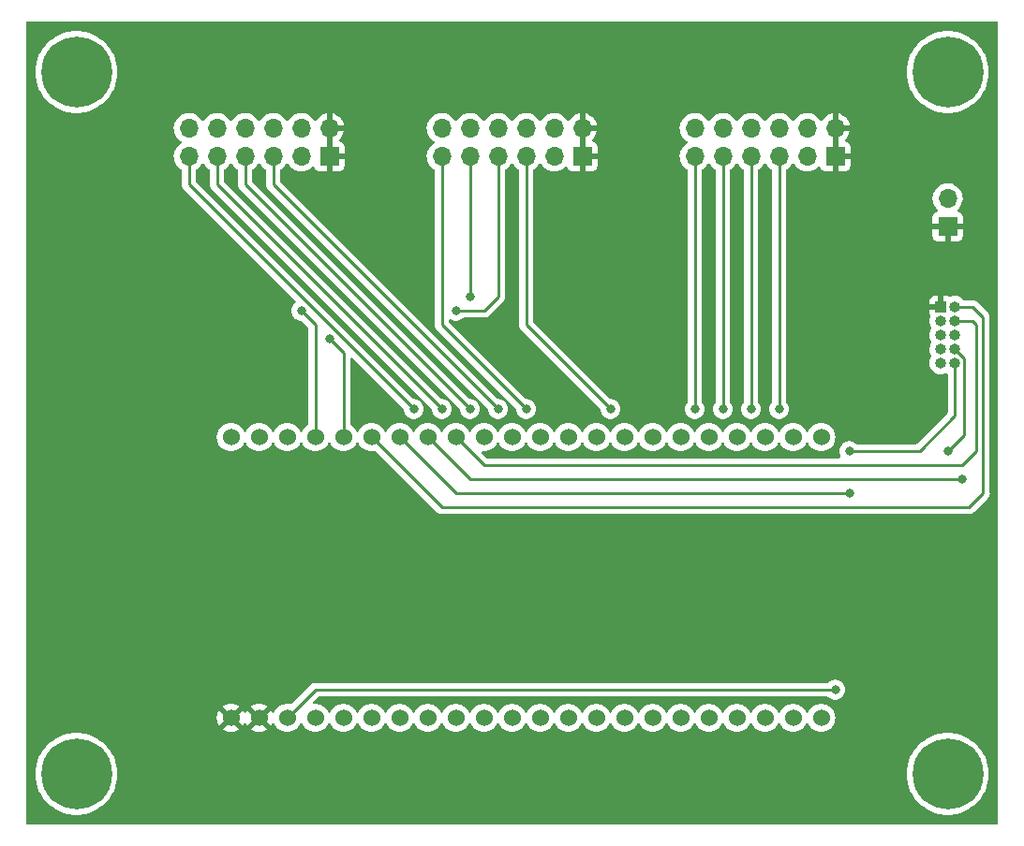
<source format=gbr>
%TF.GenerationSoftware,KiCad,Pcbnew,(6.0.10)*%
%TF.CreationDate,2023-01-05T13:46:32+01:00*%
%TF.ProjectId,pmod_esp32s3_baseboard,706d6f64-5f65-4737-9033-3273335f6261,rev?*%
%TF.SameCoordinates,Original*%
%TF.FileFunction,Copper,L1,Top*%
%TF.FilePolarity,Positive*%
%FSLAX46Y46*%
G04 Gerber Fmt 4.6, Leading zero omitted, Abs format (unit mm)*
G04 Created by KiCad (PCBNEW (6.0.10)) date 2023-01-05 13:46:32*
%MOMM*%
%LPD*%
G01*
G04 APERTURE LIST*
%TA.AperFunction,ComponentPad*%
%ADD10R,1.700000X1.700000*%
%TD*%
%TA.AperFunction,ComponentPad*%
%ADD11O,1.700000X1.700000*%
%TD*%
%TA.AperFunction,ComponentPad*%
%ADD12C,0.800000*%
%TD*%
%TA.AperFunction,ComponentPad*%
%ADD13C,6.400000*%
%TD*%
%TA.AperFunction,ComponentPad*%
%ADD14R,1.000000X1.000000*%
%TD*%
%TA.AperFunction,ComponentPad*%
%ADD15O,1.000000X1.000000*%
%TD*%
%TA.AperFunction,ComponentPad*%
%ADD16C,1.524000*%
%TD*%
%TA.AperFunction,ViaPad*%
%ADD17C,0.800000*%
%TD*%
%TA.AperFunction,Conductor*%
%ADD18C,0.250000*%
%TD*%
G04 APERTURE END LIST*
D10*
%TO.P,PMOD2,1,Pin_1*%
%TO.N,VCC*%
X96520000Y-30480000D03*
D11*
%TO.P,PMOD2,2,Pin_2*%
X96520000Y-27940000D03*
%TO.P,PMOD2,3,Pin_3*%
%TO.N,GND*%
X93980000Y-30480000D03*
%TO.P,PMOD2,4,Pin_4*%
X93980000Y-27940000D03*
%TO.P,PMOD2,5,Pin_5*%
%TO.N,PMOD_UART_RTS*%
X91440000Y-30480000D03*
%TO.P,PMOD2,6,Pin_6*%
%TO.N,PMOD_UART_GPIO4*%
X91440000Y-27940000D03*
%TO.P,PMOD2,7,Pin_7*%
%TO.N,PMOD_UART_RXD*%
X88900000Y-30480000D03*
%TO.P,PMOD2,8,Pin_8*%
%TO.N,PMOD_UART_GPIO3*%
X88900000Y-27940000D03*
%TO.P,PMOD2,9,Pin_9*%
%TO.N,PMOD_UART_TXD*%
X86360000Y-30480000D03*
%TO.P,PMOD2,10,Pin_10*%
%TO.N,PMOD_UART_GPIO2_RESET*%
X86360000Y-27940000D03*
%TO.P,PMOD2,11,Pin_11*%
%TO.N,PMOD_UART_CTS*%
X83820000Y-30480000D03*
%TO.P,PMOD2,12,Pin_12*%
%TO.N,PMOD_UART_GPIO1_INT*%
X83820000Y-27940000D03*
%TD*%
D10*
%TO.P,PMOD3,1,Pin_1*%
%TO.N,VCC*%
X119380000Y-30480000D03*
D11*
%TO.P,PMOD3,2,Pin_2*%
X119380000Y-27940000D03*
%TO.P,PMOD3,3,Pin_3*%
%TO.N,GND*%
X116840000Y-30480000D03*
%TO.P,PMOD3,4,Pin_4*%
X116840000Y-27940000D03*
%TO.P,PMOD3,5,Pin_5*%
%TO.N,PMOD_I2C_SDA*%
X114300000Y-30480000D03*
%TO.P,PMOD3,6,Pin_6*%
%TO.N,PMOD_I2C_GPIO4*%
X114300000Y-27940000D03*
%TO.P,PMOD3,7,Pin_7*%
%TO.N,PMOD_I2C_SCL*%
X111760000Y-30480000D03*
%TO.P,PMOD3,8,Pin_8*%
%TO.N,PMOD_I2C_GPIO3*%
X111760000Y-27940000D03*
%TO.P,PMOD3,9,Pin_9*%
%TO.N,PMOD_I2C_RESET*%
X109220000Y-30480000D03*
%TO.P,PMOD3,10,Pin_10*%
%TO.N,PMOD_I2C_GPIO2*%
X109220000Y-27940000D03*
%TO.P,PMOD3,11,Pin_11*%
%TO.N,PMOD_I2C_INT*%
X106680000Y-30480000D03*
%TO.P,PMOD3,12,Pin_12*%
%TO.N,PMOD_I2C_GPIO1*%
X106680000Y-27940000D03*
%TD*%
D10*
%TO.P,PMOD1,1,Pin_1*%
%TO.N,VCC*%
X73660000Y-30480000D03*
D11*
%TO.P,PMOD1,2,Pin_2*%
X73660000Y-27940000D03*
%TO.P,PMOD1,3,Pin_3*%
%TO.N,GND*%
X71120000Y-30480000D03*
%TO.P,PMOD1,4,Pin_4*%
X71120000Y-27940000D03*
%TO.P,PMOD1,5,Pin_5*%
%TO.N,PMOD_SPI_SCK*%
X68580000Y-30480000D03*
%TO.P,PMOD1,6,Pin_6*%
%TO.N,PMOD_SPI_GPIO4_CS3*%
X68580000Y-27940000D03*
%TO.P,PMOD1,7,Pin_7*%
%TO.N,PMOD_SPI_MISO*%
X66040000Y-30480000D03*
%TO.P,PMOD1,8,Pin_8*%
%TO.N,PMOD_SPI_GPIO3_CS2*%
X66040000Y-27940000D03*
%TO.P,PMOD1,9,Pin_9*%
%TO.N,PMOD_SPI_MOSI*%
X63500000Y-30480000D03*
%TO.P,PMOD1,10,Pin_10*%
%TO.N,PMOD_SPI_GPIO2_RESET*%
X63500000Y-27940000D03*
%TO.P,PMOD1,11,Pin_11*%
%TO.N,PMOD_SPI_CS*%
X60960000Y-30480000D03*
%TO.P,PMOD1,12,Pin_12*%
%TO.N,PMOD_SPI_GPIO1_INT*%
X60960000Y-27940000D03*
%TD*%
D12*
%TO.P,H3,1*%
%TO.N,N/C*%
X52497056Y-88057056D03*
X49102944Y-84662944D03*
X50800000Y-83960000D03*
X48400000Y-86360000D03*
X52497056Y-84662944D03*
X49102944Y-88057056D03*
X53200000Y-86360000D03*
D13*
X50800000Y-86360000D03*
D12*
X50800000Y-88760000D03*
%TD*%
%TO.P,H1,1*%
%TO.N,N/C*%
X50800000Y-20460000D03*
X52497056Y-24557056D03*
X50800000Y-25260000D03*
X53200000Y-22860000D03*
X48400000Y-22860000D03*
X52497056Y-21162944D03*
X49102944Y-24557056D03*
D13*
X50800000Y-22860000D03*
D12*
X49102944Y-21162944D03*
%TD*%
D10*
%TO.P,J1,1,Pin_1*%
%TO.N,VCC*%
X129540000Y-36830000D03*
D11*
%TO.P,J1,2,Pin_2*%
%TO.N,GND*%
X129540000Y-34290000D03*
%TD*%
D12*
%TO.P,H4,1*%
%TO.N,N/C*%
X131237056Y-84662944D03*
X127842944Y-88057056D03*
D13*
X129540000Y-86360000D03*
D12*
X127140000Y-86360000D03*
X129540000Y-88760000D03*
X131237056Y-88057056D03*
X127842944Y-84662944D03*
X131940000Y-86360000D03*
X129540000Y-83960000D03*
%TD*%
D14*
%TO.P,J2,1,Pin_1*%
%TO.N,VCC*%
X128915000Y-44122500D03*
D15*
%TO.P,J2,2,Pin_2*%
%TO.N,JTMS*%
X130185000Y-44122500D03*
%TO.P,J2,3,Pin_3*%
%TO.N,GND*%
X128915000Y-45392500D03*
%TO.P,J2,4,Pin_4*%
%TO.N,JTCK*%
X130185000Y-45392500D03*
%TO.P,J2,5,Pin_5*%
%TO.N,GND*%
X128915000Y-46662500D03*
%TO.P,J2,6,Pin_6*%
%TO.N,JTDO*%
X130185000Y-46662500D03*
%TO.P,J2,7,Pin_7*%
%TO.N,unconnected-(J2-Pad7)*%
X128915000Y-47932500D03*
%TO.P,J2,8,Pin_8*%
%TO.N,JTDI*%
X130185000Y-47932500D03*
%TO.P,J2,9,Pin_9*%
%TO.N,GND*%
X128915000Y-49202500D03*
%TO.P,J2,10,Pin_10*%
%TO.N,~{RST}*%
X130185000Y-49202500D03*
%TD*%
D12*
%TO.P,H2,1*%
%TO.N,N/C*%
X131237056Y-21162944D03*
X131237056Y-24557056D03*
X127842944Y-21162944D03*
D13*
X129540000Y-22860000D03*
D12*
X129540000Y-25260000D03*
X131940000Y-22860000D03*
X129540000Y-20460000D03*
X127140000Y-22860000D03*
X127842944Y-24557056D03*
%TD*%
D16*
%TO.P,U1,1,3V3*%
%TO.N,VCC*%
X64770000Y-81280000D03*
%TO.P,U1,2,3V3*%
X67310000Y-81280000D03*
%TO.P,U1,3,RST*%
%TO.N,~{RST}*%
X69850000Y-81280000D03*
%TO.P,U1,4,4*%
%TO.N,PMOD_SPI_GPIO1_INT*%
X72390000Y-81280000D03*
%TO.P,U1,5,5*%
%TO.N,PMOD_SPI_GPIO2_RESET*%
X74930000Y-81280000D03*
%TO.P,U1,6,6*%
%TO.N,PMOD_SPI_GPIO3_CS2*%
X77470000Y-81280000D03*
%TO.P,U1,7,7*%
%TO.N,PMOD_SPI_GPIO4_CS3*%
X80010000Y-81280000D03*
%TO.P,U1,8,15*%
%TO.N,PMOD_SPI_CS*%
X82550000Y-81280000D03*
%TO.P,U1,9,16*%
%TO.N,PMOD_SPI_MOSI*%
X85090000Y-81280000D03*
%TO.P,U1,10,17*%
%TO.N,PMOD_SPI_MISO*%
X87630000Y-81280000D03*
%TO.P,U1,11,18*%
%TO.N,PMOD_SPI_SCK*%
X90170000Y-81280000D03*
%TO.P,U1,12,8*%
%TO.N,PMOD_UART_CTS*%
X92710000Y-81280000D03*
%TO.P,U1,13,3*%
%TO.N,unconnected-(U1-Pad13)*%
X95250000Y-81280000D03*
%TO.P,U1,14,46*%
%TO.N,unconnected-(U1-Pad14)*%
X97790000Y-81280000D03*
%TO.P,U1,15,9*%
%TO.N,PMOD_UART_RTS*%
X100330000Y-81280000D03*
%TO.P,U1,16,10*%
%TO.N,PMOD_I2C_GPIO1*%
X102870000Y-81280000D03*
%TO.P,U1,17,11*%
%TO.N,PMOD_I2C_INT*%
X105410000Y-81280000D03*
%TO.P,U1,18,12*%
%TO.N,PMOD_I2C_RESET*%
X107950000Y-81280000D03*
%TO.P,U1,19,13*%
%TO.N,PMOD_I2C_SCL*%
X110490000Y-81280000D03*
%TO.P,U1,20,14*%
%TO.N,PMOD_I2C_SDA*%
X113030000Y-81280000D03*
%TO.P,U1,21,5V*%
%TO.N,unconnected-(U1-Pad21)*%
X115570000Y-81280000D03*
%TO.P,U1,22,GND*%
%TO.N,GND*%
X118110000Y-81280000D03*
%TO.P,U1,23,GND*%
X118110000Y-55880000D03*
%TO.P,U1,24,GND*%
X115570000Y-55880000D03*
%TO.P,U1,25,USBD-/19*%
%TO.N,unconnected-(U1-Pad25)*%
X113030000Y-55880000D03*
%TO.P,U1,26,USBD+/20*%
%TO.N,unconnected-(U1-Pad26)*%
X110490000Y-55880000D03*
%TO.P,U1,27,21*%
%TO.N,PMOD_I2C_GPIO4*%
X107950000Y-55880000D03*
%TO.P,U1,28,47*%
%TO.N,PMOD_I2C_GPIO3*%
X105410000Y-55880000D03*
%TO.P,U1,29,RGB/48*%
%TO.N,WS1812*%
X102870000Y-55880000D03*
%TO.P,U1,30,45*%
%TO.N,unconnected-(U1-Pad30)*%
X100330000Y-55880000D03*
%TO.P,U1,31,0*%
%TO.N,unconnected-(U1-Pad31)*%
X97790000Y-55880000D03*
%TO.P,U1,32,35*%
%TO.N,PMOD_UART_GPIO4*%
X95250000Y-55880000D03*
%TO.P,U1,33,36*%
%TO.N,PMOD_UART_GPIO3*%
X92710000Y-55880000D03*
%TO.P,U1,34,37*%
%TO.N,PMOD_UART_GPIO2_RESET*%
X90170000Y-55880000D03*
%TO.P,U1,35,38*%
%TO.N,PMOD_UART_GPIO1_INT*%
X87630000Y-55880000D03*
%TO.P,U1,36,TCK/39*%
%TO.N,JTCK*%
X85090000Y-55880000D03*
%TO.P,U1,37,TDO/40*%
%TO.N,JTDO*%
X82550000Y-55880000D03*
%TO.P,U1,38,TDI/41*%
%TO.N,JTDI*%
X80010000Y-55880000D03*
%TO.P,U1,39,TMS/42*%
%TO.N,JTMS*%
X77470000Y-55880000D03*
%TO.P,U1,40,2*%
%TO.N,PMOD_UART_RXD*%
X74930000Y-55880000D03*
%TO.P,U1,41,1*%
%TO.N,PMOD_UART_TXD*%
X72390000Y-55880000D03*
%TO.P,U1,42,RXD/44*%
%TO.N,unconnected-(U1-Pad42)*%
X69850000Y-55880000D03*
%TO.P,U1,43,TXD/43*%
%TO.N,unconnected-(U1-Pad43)*%
X67310000Y-55880000D03*
%TO.P,U1,44,GND*%
%TO.N,GND*%
X64770000Y-55880000D03*
%TD*%
D17*
%TO.N,PMOD_UART_RTS*%
X99060000Y-53340000D03*
%TO.N,PMOD_UART_RXD*%
X85090000Y-44450000D03*
X73660000Y-46990000D03*
%TO.N,PMOD_UART_TXD*%
X86360000Y-43180000D03*
X71120000Y-44450000D03*
%TO.N,PMOD_UART_CTS*%
X91440000Y-53340000D03*
%TO.N,PMOD_SPI_SCK*%
X88900000Y-53340000D03*
%TO.N,PMOD_SPI_MOSI*%
X83820000Y-53340000D03*
%TO.N,PMOD_SPI_MISO*%
X86360000Y-53340000D03*
%TO.N,PMOD_SPI_CS*%
X81280000Y-53340000D03*
%TO.N,PMOD_I2C_SDA*%
X114300000Y-53340000D03*
%TO.N,PMOD_I2C_SCL*%
X111760000Y-53340000D03*
%TO.N,PMOD_I2C_RESET*%
X109220000Y-53340000D03*
%TO.N,PMOD_I2C_INT*%
X106680000Y-53340000D03*
%TO.N,JTDO*%
X130810000Y-59690000D03*
%TO.N,JTDI*%
X120650000Y-60960000D03*
X129540000Y-57150000D03*
%TO.N,~{RST}*%
X119380000Y-78740000D03*
X120650000Y-57150000D03*
%TD*%
D18*
%TO.N,PMOD_UART_RTS*%
X99060000Y-53340000D02*
X91440000Y-45720000D01*
X91440000Y-45720000D02*
X91440000Y-30480000D01*
%TO.N,PMOD_UART_RXD*%
X85090000Y-44450000D02*
X87630000Y-44450000D01*
X88900000Y-43180000D02*
X88900000Y-30480000D01*
X87630000Y-44450000D02*
X88900000Y-43180000D01*
X74930000Y-55880000D02*
X74930000Y-48260000D01*
X74930000Y-48260000D02*
X73660000Y-46990000D01*
%TO.N,PMOD_UART_TXD*%
X86360000Y-30480000D02*
X86360000Y-43180000D01*
X71120000Y-44450000D02*
X72390000Y-45720000D01*
X72390000Y-45720000D02*
X72390000Y-55880000D01*
%TO.N,PMOD_UART_CTS*%
X91440000Y-53340000D02*
X83820000Y-45720000D01*
X83820000Y-45720000D02*
X83820000Y-30480000D01*
%TO.N,PMOD_SPI_SCK*%
X68580000Y-33020000D02*
X68580000Y-30480000D01*
X88900000Y-53340000D02*
X68580000Y-33020000D01*
%TO.N,PMOD_SPI_MOSI*%
X63500000Y-33020000D02*
X63500000Y-30480000D01*
X83820000Y-53340000D02*
X63500000Y-33020000D01*
%TO.N,PMOD_SPI_MISO*%
X86360000Y-53340000D02*
X66040000Y-33020000D01*
X66040000Y-33020000D02*
X66040000Y-30480000D01*
%TO.N,PMOD_SPI_CS*%
X81280000Y-53340000D02*
X60960000Y-33020000D01*
X60960000Y-33020000D02*
X60960000Y-30480000D01*
%TO.N,PMOD_I2C_SDA*%
X114300000Y-30480000D02*
X114300000Y-53340000D01*
%TO.N,PMOD_I2C_SCL*%
X111760000Y-30480000D02*
X111760000Y-53340000D01*
%TO.N,PMOD_I2C_RESET*%
X109220000Y-30480000D02*
X109220000Y-53340000D01*
%TO.N,PMOD_I2C_INT*%
X106680000Y-30480000D02*
X106680000Y-53340000D01*
%TO.N,JTMS*%
X132715000Y-60960000D02*
X131445000Y-62230000D01*
X131445000Y-62230000D02*
X83820000Y-62230000D01*
X130185000Y-44122500D02*
X131752500Y-44122500D01*
X131752500Y-44122500D02*
X132715000Y-45085000D01*
X83820000Y-62230000D02*
X77470000Y-55880000D01*
X132715000Y-45085000D02*
X132715000Y-60960000D01*
%TO.N,JTCK*%
X132080000Y-45720000D02*
X132080000Y-57150000D01*
X87630000Y-58420000D02*
X85090000Y-55880000D01*
X132080000Y-57150000D02*
X130810000Y-58420000D01*
X131752500Y-45392500D02*
X132080000Y-45720000D01*
X130810000Y-58420000D02*
X87630000Y-58420000D01*
X130185000Y-45392500D02*
X131752500Y-45392500D01*
%TO.N,JTDO*%
X86360000Y-59690000D02*
X130810000Y-59690000D01*
X82550000Y-55880000D02*
X86360000Y-59690000D01*
%TO.N,JTDI*%
X80010000Y-55880000D02*
X85090000Y-60960000D01*
X130185000Y-47932500D02*
X131010000Y-48757500D01*
X131010000Y-48757500D02*
X131010000Y-55680000D01*
X131010000Y-55680000D02*
X129540000Y-57150000D01*
X85090000Y-60960000D02*
X120650000Y-60960000D01*
%TO.N,~{RST}*%
X127000000Y-57150000D02*
X120650000Y-57150000D01*
X69850000Y-81280000D02*
X72390000Y-78740000D01*
X130185000Y-53965000D02*
X127000000Y-57150000D01*
X119380000Y-78740000D02*
X72390000Y-78740000D01*
X130185000Y-49202500D02*
X130185000Y-53965000D01*
%TD*%
%TA.AperFunction,Conductor*%
%TO.N,VCC*%
G36*
X134053621Y-18308502D02*
G01*
X134100114Y-18362158D01*
X134111500Y-18414500D01*
X134111500Y-90805500D01*
X134091498Y-90873621D01*
X134037842Y-90920114D01*
X133985500Y-90931500D01*
X46354500Y-90931500D01*
X46286379Y-90911498D01*
X46239886Y-90857842D01*
X46228500Y-90805500D01*
X46228500Y-86360000D01*
X47086411Y-86360000D01*
X47106754Y-86748176D01*
X47167562Y-87132099D01*
X47268167Y-87507562D01*
X47407468Y-87870453D01*
X47583938Y-88216794D01*
X47795643Y-88542793D01*
X48040266Y-88844876D01*
X48315124Y-89119734D01*
X48617207Y-89364357D01*
X48943205Y-89576062D01*
X48946139Y-89577557D01*
X48946146Y-89577561D01*
X49286607Y-89751034D01*
X49289547Y-89752532D01*
X49652438Y-89891833D01*
X50027901Y-89992438D01*
X50231793Y-90024732D01*
X50408576Y-90052732D01*
X50408584Y-90052733D01*
X50411824Y-90053246D01*
X50800000Y-90073589D01*
X51188176Y-90053246D01*
X51191416Y-90052733D01*
X51191424Y-90052732D01*
X51368207Y-90024732D01*
X51572099Y-89992438D01*
X51947562Y-89891833D01*
X52310453Y-89752532D01*
X52313393Y-89751034D01*
X52653854Y-89577561D01*
X52653861Y-89577557D01*
X52656795Y-89576062D01*
X52982793Y-89364357D01*
X53284876Y-89119734D01*
X53559734Y-88844876D01*
X53804357Y-88542793D01*
X54016062Y-88216794D01*
X54192532Y-87870453D01*
X54331833Y-87507562D01*
X54432438Y-87132099D01*
X54493246Y-86748176D01*
X54513589Y-86360000D01*
X125826411Y-86360000D01*
X125846754Y-86748176D01*
X125907562Y-87132099D01*
X126008167Y-87507562D01*
X126147468Y-87870453D01*
X126323938Y-88216794D01*
X126535643Y-88542793D01*
X126780266Y-88844876D01*
X127055124Y-89119734D01*
X127357207Y-89364357D01*
X127683205Y-89576062D01*
X127686139Y-89577557D01*
X127686146Y-89577561D01*
X128026607Y-89751034D01*
X128029547Y-89752532D01*
X128392438Y-89891833D01*
X128767901Y-89992438D01*
X128971793Y-90024732D01*
X129148576Y-90052732D01*
X129148584Y-90052733D01*
X129151824Y-90053246D01*
X129540000Y-90073589D01*
X129928176Y-90053246D01*
X129931416Y-90052733D01*
X129931424Y-90052732D01*
X130108207Y-90024732D01*
X130312099Y-89992438D01*
X130687562Y-89891833D01*
X131050453Y-89752532D01*
X131053393Y-89751034D01*
X131393854Y-89577561D01*
X131393861Y-89577557D01*
X131396795Y-89576062D01*
X131722793Y-89364357D01*
X132024876Y-89119734D01*
X132299734Y-88844876D01*
X132544357Y-88542793D01*
X132756062Y-88216794D01*
X132932532Y-87870453D01*
X133071833Y-87507562D01*
X133172438Y-87132099D01*
X133233246Y-86748176D01*
X133253589Y-86360000D01*
X133233246Y-85971824D01*
X133172438Y-85587901D01*
X133071833Y-85212438D01*
X132932532Y-84849547D01*
X132756062Y-84503206D01*
X132544357Y-84177207D01*
X132299734Y-83875124D01*
X132024876Y-83600266D01*
X131722793Y-83355643D01*
X131396795Y-83143938D01*
X131393861Y-83142443D01*
X131393854Y-83142439D01*
X131053393Y-82968966D01*
X131050453Y-82967468D01*
X130687562Y-82828167D01*
X130312099Y-82727562D01*
X130108207Y-82695268D01*
X129931424Y-82667268D01*
X129931416Y-82667267D01*
X129928176Y-82666754D01*
X129540000Y-82646411D01*
X129151824Y-82666754D01*
X129148584Y-82667267D01*
X129148576Y-82667268D01*
X128971793Y-82695268D01*
X128767901Y-82727562D01*
X128392438Y-82828167D01*
X128029547Y-82967468D01*
X128026607Y-82968966D01*
X127686147Y-83142439D01*
X127686140Y-83142443D01*
X127683206Y-83143938D01*
X127357207Y-83355643D01*
X127055124Y-83600266D01*
X126780266Y-83875124D01*
X126535643Y-84177207D01*
X126323938Y-84503206D01*
X126147468Y-84849547D01*
X126008167Y-85212438D01*
X125907562Y-85587901D01*
X125846754Y-85971824D01*
X125826411Y-86360000D01*
X54513589Y-86360000D01*
X54493246Y-85971824D01*
X54432438Y-85587901D01*
X54331833Y-85212438D01*
X54192532Y-84849547D01*
X54016062Y-84503206D01*
X53804357Y-84177207D01*
X53559734Y-83875124D01*
X53284876Y-83600266D01*
X52982793Y-83355643D01*
X52656795Y-83143938D01*
X52653861Y-83142443D01*
X52653854Y-83142439D01*
X52313393Y-82968966D01*
X52310453Y-82967468D01*
X51947562Y-82828167D01*
X51572099Y-82727562D01*
X51368207Y-82695268D01*
X51191424Y-82667268D01*
X51191416Y-82667267D01*
X51188176Y-82666754D01*
X50800000Y-82646411D01*
X50411824Y-82666754D01*
X50408584Y-82667267D01*
X50408576Y-82667268D01*
X50231793Y-82695268D01*
X50027901Y-82727562D01*
X49652438Y-82828167D01*
X49289547Y-82967468D01*
X49286607Y-82968966D01*
X48946147Y-83142439D01*
X48946140Y-83142443D01*
X48943206Y-83143938D01*
X48617207Y-83355643D01*
X48315124Y-83600266D01*
X48040266Y-83875124D01*
X47795643Y-84177207D01*
X47583938Y-84503206D01*
X47407468Y-84849547D01*
X47268167Y-85212438D01*
X47167562Y-85587901D01*
X47106754Y-85971824D01*
X47086411Y-86360000D01*
X46228500Y-86360000D01*
X46228500Y-82338777D01*
X64075777Y-82338777D01*
X64085074Y-82350793D01*
X64128069Y-82380898D01*
X64137555Y-82386376D01*
X64328993Y-82475645D01*
X64339285Y-82479391D01*
X64543309Y-82534059D01*
X64554104Y-82535962D01*
X64764525Y-82554372D01*
X64775475Y-82554372D01*
X64985896Y-82535962D01*
X64996691Y-82534059D01*
X65200715Y-82479391D01*
X65211007Y-82475645D01*
X65402445Y-82386376D01*
X65411931Y-82380898D01*
X65455764Y-82350207D01*
X65464139Y-82339729D01*
X65463639Y-82338777D01*
X66615777Y-82338777D01*
X66625074Y-82350793D01*
X66668069Y-82380898D01*
X66677555Y-82386376D01*
X66868993Y-82475645D01*
X66879285Y-82479391D01*
X67083309Y-82534059D01*
X67094104Y-82535962D01*
X67304525Y-82554372D01*
X67315475Y-82554372D01*
X67525896Y-82535962D01*
X67536691Y-82534059D01*
X67740715Y-82479391D01*
X67751007Y-82475645D01*
X67942445Y-82386376D01*
X67951931Y-82380898D01*
X67995764Y-82350207D01*
X68004139Y-82339729D01*
X67997071Y-82326281D01*
X67322812Y-81652022D01*
X67308868Y-81644408D01*
X67307035Y-81644539D01*
X67300420Y-81648790D01*
X66622207Y-82327003D01*
X66615777Y-82338777D01*
X65463639Y-82338777D01*
X65457071Y-82326281D01*
X64782812Y-81652022D01*
X64768868Y-81644408D01*
X64767035Y-81644539D01*
X64760420Y-81648790D01*
X64082207Y-82327003D01*
X64075777Y-82338777D01*
X46228500Y-82338777D01*
X46228500Y-81285475D01*
X63495628Y-81285475D01*
X63514038Y-81495896D01*
X63515941Y-81506691D01*
X63570609Y-81710715D01*
X63574355Y-81721007D01*
X63663623Y-81912441D01*
X63669103Y-81921932D01*
X63699794Y-81965765D01*
X63710271Y-81974140D01*
X63723718Y-81967072D01*
X64397978Y-81292812D01*
X64404356Y-81281132D01*
X65134408Y-81281132D01*
X65134539Y-81282965D01*
X65138790Y-81289580D01*
X65817003Y-81967793D01*
X65828777Y-81974223D01*
X65840793Y-81964926D01*
X65870897Y-81921932D01*
X65876377Y-81912441D01*
X65925805Y-81806443D01*
X65972722Y-81753158D01*
X66041000Y-81733697D01*
X66108960Y-81754239D01*
X66154195Y-81806443D01*
X66203623Y-81912441D01*
X66209103Y-81921932D01*
X66239794Y-81965765D01*
X66250271Y-81974140D01*
X66263718Y-81967072D01*
X66937978Y-81292812D01*
X66944356Y-81281132D01*
X67674408Y-81281132D01*
X67674539Y-81282965D01*
X67678790Y-81289580D01*
X68357003Y-81967793D01*
X68368777Y-81974223D01*
X68380793Y-81964926D01*
X68410897Y-81921932D01*
X68416377Y-81912441D01*
X68465529Y-81807035D01*
X68512447Y-81753750D01*
X68580724Y-81734289D01*
X68648684Y-81754831D01*
X68693919Y-81807035D01*
X68743186Y-81912689D01*
X68743189Y-81912694D01*
X68745512Y-81917676D01*
X68748668Y-81922183D01*
X68748669Y-81922185D01*
X68785107Y-81974223D01*
X68873023Y-82099781D01*
X69030219Y-82256977D01*
X69034727Y-82260134D01*
X69034730Y-82260136D01*
X69110495Y-82313187D01*
X69212323Y-82384488D01*
X69217305Y-82386811D01*
X69217310Y-82386814D01*
X69407810Y-82475645D01*
X69413804Y-82478440D01*
X69419112Y-82479862D01*
X69419114Y-82479863D01*
X69484949Y-82497503D01*
X69628537Y-82535978D01*
X69850000Y-82555353D01*
X70071463Y-82535978D01*
X70215051Y-82497503D01*
X70280886Y-82479863D01*
X70280888Y-82479862D01*
X70286196Y-82478440D01*
X70292190Y-82475645D01*
X70482690Y-82386814D01*
X70482695Y-82386811D01*
X70487677Y-82384488D01*
X70589505Y-82313187D01*
X70665270Y-82260136D01*
X70665273Y-82260134D01*
X70669781Y-82256977D01*
X70826977Y-82099781D01*
X70914894Y-81974223D01*
X70951331Y-81922185D01*
X70951332Y-81922183D01*
X70954488Y-81917676D01*
X70956811Y-81912694D01*
X70956814Y-81912689D01*
X71005805Y-81807627D01*
X71052723Y-81754342D01*
X71121000Y-81734881D01*
X71188960Y-81755423D01*
X71234195Y-81807627D01*
X71283186Y-81912689D01*
X71283189Y-81912694D01*
X71285512Y-81917676D01*
X71288668Y-81922183D01*
X71288669Y-81922185D01*
X71325107Y-81974223D01*
X71413023Y-82099781D01*
X71570219Y-82256977D01*
X71574727Y-82260134D01*
X71574730Y-82260136D01*
X71650495Y-82313187D01*
X71752323Y-82384488D01*
X71757305Y-82386811D01*
X71757310Y-82386814D01*
X71947810Y-82475645D01*
X71953804Y-82478440D01*
X71959112Y-82479862D01*
X71959114Y-82479863D01*
X72024949Y-82497503D01*
X72168537Y-82535978D01*
X72390000Y-82555353D01*
X72611463Y-82535978D01*
X72755051Y-82497503D01*
X72820886Y-82479863D01*
X72820888Y-82479862D01*
X72826196Y-82478440D01*
X72832190Y-82475645D01*
X73022690Y-82386814D01*
X73022695Y-82386811D01*
X73027677Y-82384488D01*
X73129505Y-82313187D01*
X73205270Y-82260136D01*
X73205273Y-82260134D01*
X73209781Y-82256977D01*
X73366977Y-82099781D01*
X73454894Y-81974223D01*
X73491331Y-81922185D01*
X73491332Y-81922183D01*
X73494488Y-81917676D01*
X73496811Y-81912694D01*
X73496814Y-81912689D01*
X73545805Y-81807627D01*
X73592723Y-81754342D01*
X73661000Y-81734881D01*
X73728960Y-81755423D01*
X73774195Y-81807627D01*
X73823186Y-81912689D01*
X73823189Y-81912694D01*
X73825512Y-81917676D01*
X73828668Y-81922183D01*
X73828669Y-81922185D01*
X73865107Y-81974223D01*
X73953023Y-82099781D01*
X74110219Y-82256977D01*
X74114727Y-82260134D01*
X74114730Y-82260136D01*
X74190495Y-82313187D01*
X74292323Y-82384488D01*
X74297305Y-82386811D01*
X74297310Y-82386814D01*
X74487810Y-82475645D01*
X74493804Y-82478440D01*
X74499112Y-82479862D01*
X74499114Y-82479863D01*
X74564949Y-82497503D01*
X74708537Y-82535978D01*
X74930000Y-82555353D01*
X75151463Y-82535978D01*
X75295051Y-82497503D01*
X75360886Y-82479863D01*
X75360888Y-82479862D01*
X75366196Y-82478440D01*
X75372190Y-82475645D01*
X75562690Y-82386814D01*
X75562695Y-82386811D01*
X75567677Y-82384488D01*
X75669505Y-82313187D01*
X75745270Y-82260136D01*
X75745273Y-82260134D01*
X75749781Y-82256977D01*
X75906977Y-82099781D01*
X75994894Y-81974223D01*
X76031331Y-81922185D01*
X76031332Y-81922183D01*
X76034488Y-81917676D01*
X76036811Y-81912694D01*
X76036814Y-81912689D01*
X76085805Y-81807627D01*
X76132723Y-81754342D01*
X76201000Y-81734881D01*
X76268960Y-81755423D01*
X76314195Y-81807627D01*
X76363186Y-81912689D01*
X76363189Y-81912694D01*
X76365512Y-81917676D01*
X76368668Y-81922183D01*
X76368669Y-81922185D01*
X76405107Y-81974223D01*
X76493023Y-82099781D01*
X76650219Y-82256977D01*
X76654727Y-82260134D01*
X76654730Y-82260136D01*
X76730495Y-82313187D01*
X76832323Y-82384488D01*
X76837305Y-82386811D01*
X76837310Y-82386814D01*
X77027810Y-82475645D01*
X77033804Y-82478440D01*
X77039112Y-82479862D01*
X77039114Y-82479863D01*
X77104949Y-82497503D01*
X77248537Y-82535978D01*
X77470000Y-82555353D01*
X77691463Y-82535978D01*
X77835051Y-82497503D01*
X77900886Y-82479863D01*
X77900888Y-82479862D01*
X77906196Y-82478440D01*
X77912190Y-82475645D01*
X78102690Y-82386814D01*
X78102695Y-82386811D01*
X78107677Y-82384488D01*
X78209505Y-82313187D01*
X78285270Y-82260136D01*
X78285273Y-82260134D01*
X78289781Y-82256977D01*
X78446977Y-82099781D01*
X78534894Y-81974223D01*
X78571331Y-81922185D01*
X78571332Y-81922183D01*
X78574488Y-81917676D01*
X78576811Y-81912694D01*
X78576814Y-81912689D01*
X78625805Y-81807627D01*
X78672723Y-81754342D01*
X78741000Y-81734881D01*
X78808960Y-81755423D01*
X78854195Y-81807627D01*
X78903186Y-81912689D01*
X78903189Y-81912694D01*
X78905512Y-81917676D01*
X78908668Y-81922183D01*
X78908669Y-81922185D01*
X78945107Y-81974223D01*
X79033023Y-82099781D01*
X79190219Y-82256977D01*
X79194727Y-82260134D01*
X79194730Y-82260136D01*
X79270495Y-82313187D01*
X79372323Y-82384488D01*
X79377305Y-82386811D01*
X79377310Y-82386814D01*
X79567810Y-82475645D01*
X79573804Y-82478440D01*
X79579112Y-82479862D01*
X79579114Y-82479863D01*
X79644949Y-82497503D01*
X79788537Y-82535978D01*
X80010000Y-82555353D01*
X80231463Y-82535978D01*
X80375051Y-82497503D01*
X80440886Y-82479863D01*
X80440888Y-82479862D01*
X80446196Y-82478440D01*
X80452190Y-82475645D01*
X80642690Y-82386814D01*
X80642695Y-82386811D01*
X80647677Y-82384488D01*
X80749505Y-82313187D01*
X80825270Y-82260136D01*
X80825273Y-82260134D01*
X80829781Y-82256977D01*
X80986977Y-82099781D01*
X81074894Y-81974223D01*
X81111331Y-81922185D01*
X81111332Y-81922183D01*
X81114488Y-81917676D01*
X81116811Y-81912694D01*
X81116814Y-81912689D01*
X81165805Y-81807627D01*
X81212723Y-81754342D01*
X81281000Y-81734881D01*
X81348960Y-81755423D01*
X81394195Y-81807627D01*
X81443186Y-81912689D01*
X81443189Y-81912694D01*
X81445512Y-81917676D01*
X81448668Y-81922183D01*
X81448669Y-81922185D01*
X81485107Y-81974223D01*
X81573023Y-82099781D01*
X81730219Y-82256977D01*
X81734727Y-82260134D01*
X81734730Y-82260136D01*
X81810495Y-82313187D01*
X81912323Y-82384488D01*
X81917305Y-82386811D01*
X81917310Y-82386814D01*
X82107810Y-82475645D01*
X82113804Y-82478440D01*
X82119112Y-82479862D01*
X82119114Y-82479863D01*
X82184949Y-82497503D01*
X82328537Y-82535978D01*
X82550000Y-82555353D01*
X82771463Y-82535978D01*
X82915051Y-82497503D01*
X82980886Y-82479863D01*
X82980888Y-82479862D01*
X82986196Y-82478440D01*
X82992190Y-82475645D01*
X83182690Y-82386814D01*
X83182695Y-82386811D01*
X83187677Y-82384488D01*
X83289505Y-82313187D01*
X83365270Y-82260136D01*
X83365273Y-82260134D01*
X83369781Y-82256977D01*
X83526977Y-82099781D01*
X83614894Y-81974223D01*
X83651331Y-81922185D01*
X83651332Y-81922183D01*
X83654488Y-81917676D01*
X83656811Y-81912694D01*
X83656814Y-81912689D01*
X83705805Y-81807627D01*
X83752723Y-81754342D01*
X83821000Y-81734881D01*
X83888960Y-81755423D01*
X83934195Y-81807627D01*
X83983186Y-81912689D01*
X83983189Y-81912694D01*
X83985512Y-81917676D01*
X83988668Y-81922183D01*
X83988669Y-81922185D01*
X84025107Y-81974223D01*
X84113023Y-82099781D01*
X84270219Y-82256977D01*
X84274727Y-82260134D01*
X84274730Y-82260136D01*
X84350495Y-82313187D01*
X84452323Y-82384488D01*
X84457305Y-82386811D01*
X84457310Y-82386814D01*
X84647810Y-82475645D01*
X84653804Y-82478440D01*
X84659112Y-82479862D01*
X84659114Y-82479863D01*
X84724949Y-82497503D01*
X84868537Y-82535978D01*
X85090000Y-82555353D01*
X85311463Y-82535978D01*
X85455051Y-82497503D01*
X85520886Y-82479863D01*
X85520888Y-82479862D01*
X85526196Y-82478440D01*
X85532190Y-82475645D01*
X85722690Y-82386814D01*
X85722695Y-82386811D01*
X85727677Y-82384488D01*
X85829505Y-82313187D01*
X85905270Y-82260136D01*
X85905273Y-82260134D01*
X85909781Y-82256977D01*
X86066977Y-82099781D01*
X86154894Y-81974223D01*
X86191331Y-81922185D01*
X86191332Y-81922183D01*
X86194488Y-81917676D01*
X86196811Y-81912694D01*
X86196814Y-81912689D01*
X86245805Y-81807627D01*
X86292723Y-81754342D01*
X86361000Y-81734881D01*
X86428960Y-81755423D01*
X86474195Y-81807627D01*
X86523186Y-81912689D01*
X86523189Y-81912694D01*
X86525512Y-81917676D01*
X86528668Y-81922183D01*
X86528669Y-81922185D01*
X86565107Y-81974223D01*
X86653023Y-82099781D01*
X86810219Y-82256977D01*
X86814727Y-82260134D01*
X86814730Y-82260136D01*
X86890495Y-82313187D01*
X86992323Y-82384488D01*
X86997305Y-82386811D01*
X86997310Y-82386814D01*
X87187810Y-82475645D01*
X87193804Y-82478440D01*
X87199112Y-82479862D01*
X87199114Y-82479863D01*
X87264949Y-82497503D01*
X87408537Y-82535978D01*
X87630000Y-82555353D01*
X87851463Y-82535978D01*
X87995051Y-82497503D01*
X88060886Y-82479863D01*
X88060888Y-82479862D01*
X88066196Y-82478440D01*
X88072190Y-82475645D01*
X88262690Y-82386814D01*
X88262695Y-82386811D01*
X88267677Y-82384488D01*
X88369505Y-82313187D01*
X88445270Y-82260136D01*
X88445273Y-82260134D01*
X88449781Y-82256977D01*
X88606977Y-82099781D01*
X88694894Y-81974223D01*
X88731331Y-81922185D01*
X88731332Y-81922183D01*
X88734488Y-81917676D01*
X88736811Y-81912694D01*
X88736814Y-81912689D01*
X88785805Y-81807627D01*
X88832723Y-81754342D01*
X88901000Y-81734881D01*
X88968960Y-81755423D01*
X89014195Y-81807627D01*
X89063186Y-81912689D01*
X89063189Y-81912694D01*
X89065512Y-81917676D01*
X89068668Y-81922183D01*
X89068669Y-81922185D01*
X89105107Y-81974223D01*
X89193023Y-82099781D01*
X89350219Y-82256977D01*
X89354727Y-82260134D01*
X89354730Y-82260136D01*
X89430495Y-82313187D01*
X89532323Y-82384488D01*
X89537305Y-82386811D01*
X89537310Y-82386814D01*
X89727810Y-82475645D01*
X89733804Y-82478440D01*
X89739112Y-82479862D01*
X89739114Y-82479863D01*
X89804949Y-82497503D01*
X89948537Y-82535978D01*
X90170000Y-82555353D01*
X90391463Y-82535978D01*
X90535051Y-82497503D01*
X90600886Y-82479863D01*
X90600888Y-82479862D01*
X90606196Y-82478440D01*
X90612190Y-82475645D01*
X90802690Y-82386814D01*
X90802695Y-82386811D01*
X90807677Y-82384488D01*
X90909505Y-82313187D01*
X90985270Y-82260136D01*
X90985273Y-82260134D01*
X90989781Y-82256977D01*
X91146977Y-82099781D01*
X91234894Y-81974223D01*
X91271331Y-81922185D01*
X91271332Y-81922183D01*
X91274488Y-81917676D01*
X91276811Y-81912694D01*
X91276814Y-81912689D01*
X91325805Y-81807627D01*
X91372723Y-81754342D01*
X91441000Y-81734881D01*
X91508960Y-81755423D01*
X91554195Y-81807627D01*
X91603186Y-81912689D01*
X91603189Y-81912694D01*
X91605512Y-81917676D01*
X91608668Y-81922183D01*
X91608669Y-81922185D01*
X91645107Y-81974223D01*
X91733023Y-82099781D01*
X91890219Y-82256977D01*
X91894727Y-82260134D01*
X91894730Y-82260136D01*
X91970495Y-82313187D01*
X92072323Y-82384488D01*
X92077305Y-82386811D01*
X92077310Y-82386814D01*
X92267810Y-82475645D01*
X92273804Y-82478440D01*
X92279112Y-82479862D01*
X92279114Y-82479863D01*
X92344949Y-82497503D01*
X92488537Y-82535978D01*
X92710000Y-82555353D01*
X92931463Y-82535978D01*
X93075051Y-82497503D01*
X93140886Y-82479863D01*
X93140888Y-82479862D01*
X93146196Y-82478440D01*
X93152190Y-82475645D01*
X93342690Y-82386814D01*
X93342695Y-82386811D01*
X93347677Y-82384488D01*
X93449505Y-82313187D01*
X93525270Y-82260136D01*
X93525273Y-82260134D01*
X93529781Y-82256977D01*
X93686977Y-82099781D01*
X93774894Y-81974223D01*
X93811331Y-81922185D01*
X93811332Y-81922183D01*
X93814488Y-81917676D01*
X93816811Y-81912694D01*
X93816814Y-81912689D01*
X93865805Y-81807627D01*
X93912723Y-81754342D01*
X93981000Y-81734881D01*
X94048960Y-81755423D01*
X94094195Y-81807627D01*
X94143186Y-81912689D01*
X94143189Y-81912694D01*
X94145512Y-81917676D01*
X94148668Y-81922183D01*
X94148669Y-81922185D01*
X94185107Y-81974223D01*
X94273023Y-82099781D01*
X94430219Y-82256977D01*
X94434727Y-82260134D01*
X94434730Y-82260136D01*
X94510495Y-82313187D01*
X94612323Y-82384488D01*
X94617305Y-82386811D01*
X94617310Y-82386814D01*
X94807810Y-82475645D01*
X94813804Y-82478440D01*
X94819112Y-82479862D01*
X94819114Y-82479863D01*
X94884949Y-82497503D01*
X95028537Y-82535978D01*
X95250000Y-82555353D01*
X95471463Y-82535978D01*
X95615051Y-82497503D01*
X95680886Y-82479863D01*
X95680888Y-82479862D01*
X95686196Y-82478440D01*
X95692190Y-82475645D01*
X95882690Y-82386814D01*
X95882695Y-82386811D01*
X95887677Y-82384488D01*
X95989505Y-82313187D01*
X96065270Y-82260136D01*
X96065273Y-82260134D01*
X96069781Y-82256977D01*
X96226977Y-82099781D01*
X96314894Y-81974223D01*
X96351331Y-81922185D01*
X96351332Y-81922183D01*
X96354488Y-81917676D01*
X96356811Y-81912694D01*
X96356814Y-81912689D01*
X96405805Y-81807627D01*
X96452723Y-81754342D01*
X96521000Y-81734881D01*
X96588960Y-81755423D01*
X96634195Y-81807627D01*
X96683186Y-81912689D01*
X96683189Y-81912694D01*
X96685512Y-81917676D01*
X96688668Y-81922183D01*
X96688669Y-81922185D01*
X96725107Y-81974223D01*
X96813023Y-82099781D01*
X96970219Y-82256977D01*
X96974727Y-82260134D01*
X96974730Y-82260136D01*
X97050495Y-82313187D01*
X97152323Y-82384488D01*
X97157305Y-82386811D01*
X97157310Y-82386814D01*
X97347810Y-82475645D01*
X97353804Y-82478440D01*
X97359112Y-82479862D01*
X97359114Y-82479863D01*
X97424949Y-82497503D01*
X97568537Y-82535978D01*
X97790000Y-82555353D01*
X98011463Y-82535978D01*
X98155051Y-82497503D01*
X98220886Y-82479863D01*
X98220888Y-82479862D01*
X98226196Y-82478440D01*
X98232190Y-82475645D01*
X98422690Y-82386814D01*
X98422695Y-82386811D01*
X98427677Y-82384488D01*
X98529505Y-82313187D01*
X98605270Y-82260136D01*
X98605273Y-82260134D01*
X98609781Y-82256977D01*
X98766977Y-82099781D01*
X98854894Y-81974223D01*
X98891331Y-81922185D01*
X98891332Y-81922183D01*
X98894488Y-81917676D01*
X98896811Y-81912694D01*
X98896814Y-81912689D01*
X98945805Y-81807627D01*
X98992723Y-81754342D01*
X99061000Y-81734881D01*
X99128960Y-81755423D01*
X99174195Y-81807627D01*
X99223186Y-81912689D01*
X99223189Y-81912694D01*
X99225512Y-81917676D01*
X99228668Y-81922183D01*
X99228669Y-81922185D01*
X99265107Y-81974223D01*
X99353023Y-82099781D01*
X99510219Y-82256977D01*
X99514727Y-82260134D01*
X99514730Y-82260136D01*
X99590495Y-82313187D01*
X99692323Y-82384488D01*
X99697305Y-82386811D01*
X99697310Y-82386814D01*
X99887810Y-82475645D01*
X99893804Y-82478440D01*
X99899112Y-82479862D01*
X99899114Y-82479863D01*
X99964949Y-82497503D01*
X100108537Y-82535978D01*
X100330000Y-82555353D01*
X100551463Y-82535978D01*
X100695051Y-82497503D01*
X100760886Y-82479863D01*
X100760888Y-82479862D01*
X100766196Y-82478440D01*
X100772190Y-82475645D01*
X100962690Y-82386814D01*
X100962695Y-82386811D01*
X100967677Y-82384488D01*
X101069505Y-82313187D01*
X101145270Y-82260136D01*
X101145273Y-82260134D01*
X101149781Y-82256977D01*
X101306977Y-82099781D01*
X101394894Y-81974223D01*
X101431331Y-81922185D01*
X101431332Y-81922183D01*
X101434488Y-81917676D01*
X101436811Y-81912694D01*
X101436814Y-81912689D01*
X101485805Y-81807627D01*
X101532723Y-81754342D01*
X101601000Y-81734881D01*
X101668960Y-81755423D01*
X101714195Y-81807627D01*
X101763186Y-81912689D01*
X101763189Y-81912694D01*
X101765512Y-81917676D01*
X101768668Y-81922183D01*
X101768669Y-81922185D01*
X101805107Y-81974223D01*
X101893023Y-82099781D01*
X102050219Y-82256977D01*
X102054727Y-82260134D01*
X102054730Y-82260136D01*
X102130495Y-82313187D01*
X102232323Y-82384488D01*
X102237305Y-82386811D01*
X102237310Y-82386814D01*
X102427810Y-82475645D01*
X102433804Y-82478440D01*
X102439112Y-82479862D01*
X102439114Y-82479863D01*
X102504949Y-82497503D01*
X102648537Y-82535978D01*
X102870000Y-82555353D01*
X103091463Y-82535978D01*
X103235051Y-82497503D01*
X103300886Y-82479863D01*
X103300888Y-82479862D01*
X103306196Y-82478440D01*
X103312190Y-82475645D01*
X103502690Y-82386814D01*
X103502695Y-82386811D01*
X103507677Y-82384488D01*
X103609505Y-82313187D01*
X103685270Y-82260136D01*
X103685273Y-82260134D01*
X103689781Y-82256977D01*
X103846977Y-82099781D01*
X103934894Y-81974223D01*
X103971331Y-81922185D01*
X103971332Y-81922183D01*
X103974488Y-81917676D01*
X103976811Y-81912694D01*
X103976814Y-81912689D01*
X104025805Y-81807627D01*
X104072723Y-81754342D01*
X104141000Y-81734881D01*
X104208960Y-81755423D01*
X104254195Y-81807627D01*
X104303186Y-81912689D01*
X104303189Y-81912694D01*
X104305512Y-81917676D01*
X104308668Y-81922183D01*
X104308669Y-81922185D01*
X104345107Y-81974223D01*
X104433023Y-82099781D01*
X104590219Y-82256977D01*
X104594727Y-82260134D01*
X104594730Y-82260136D01*
X104670495Y-82313187D01*
X104772323Y-82384488D01*
X104777305Y-82386811D01*
X104777310Y-82386814D01*
X104967810Y-82475645D01*
X104973804Y-82478440D01*
X104979112Y-82479862D01*
X104979114Y-82479863D01*
X105044949Y-82497503D01*
X105188537Y-82535978D01*
X105410000Y-82555353D01*
X105631463Y-82535978D01*
X105775051Y-82497503D01*
X105840886Y-82479863D01*
X105840888Y-82479862D01*
X105846196Y-82478440D01*
X105852190Y-82475645D01*
X106042690Y-82386814D01*
X106042695Y-82386811D01*
X106047677Y-82384488D01*
X106149505Y-82313187D01*
X106225270Y-82260136D01*
X106225273Y-82260134D01*
X106229781Y-82256977D01*
X106386977Y-82099781D01*
X106474894Y-81974223D01*
X106511331Y-81922185D01*
X106511332Y-81922183D01*
X106514488Y-81917676D01*
X106516811Y-81912694D01*
X106516814Y-81912689D01*
X106565805Y-81807627D01*
X106612723Y-81754342D01*
X106681000Y-81734881D01*
X106748960Y-81755423D01*
X106794195Y-81807627D01*
X106843186Y-81912689D01*
X106843189Y-81912694D01*
X106845512Y-81917676D01*
X106848668Y-81922183D01*
X106848669Y-81922185D01*
X106885107Y-81974223D01*
X106973023Y-82099781D01*
X107130219Y-82256977D01*
X107134727Y-82260134D01*
X107134730Y-82260136D01*
X107210495Y-82313187D01*
X107312323Y-82384488D01*
X107317305Y-82386811D01*
X107317310Y-82386814D01*
X107507810Y-82475645D01*
X107513804Y-82478440D01*
X107519112Y-82479862D01*
X107519114Y-82479863D01*
X107584949Y-82497503D01*
X107728537Y-82535978D01*
X107950000Y-82555353D01*
X108171463Y-82535978D01*
X108315051Y-82497503D01*
X108380886Y-82479863D01*
X108380888Y-82479862D01*
X108386196Y-82478440D01*
X108392190Y-82475645D01*
X108582690Y-82386814D01*
X108582695Y-82386811D01*
X108587677Y-82384488D01*
X108689505Y-82313187D01*
X108765270Y-82260136D01*
X108765273Y-82260134D01*
X108769781Y-82256977D01*
X108926977Y-82099781D01*
X109014894Y-81974223D01*
X109051331Y-81922185D01*
X109051332Y-81922183D01*
X109054488Y-81917676D01*
X109056811Y-81912694D01*
X109056814Y-81912689D01*
X109105805Y-81807627D01*
X109152723Y-81754342D01*
X109221000Y-81734881D01*
X109288960Y-81755423D01*
X109334195Y-81807627D01*
X109383186Y-81912689D01*
X109383189Y-81912694D01*
X109385512Y-81917676D01*
X109388668Y-81922183D01*
X109388669Y-81922185D01*
X109425107Y-81974223D01*
X109513023Y-82099781D01*
X109670219Y-82256977D01*
X109674727Y-82260134D01*
X109674730Y-82260136D01*
X109750495Y-82313187D01*
X109852323Y-82384488D01*
X109857305Y-82386811D01*
X109857310Y-82386814D01*
X110047810Y-82475645D01*
X110053804Y-82478440D01*
X110059112Y-82479862D01*
X110059114Y-82479863D01*
X110124949Y-82497503D01*
X110268537Y-82535978D01*
X110490000Y-82555353D01*
X110711463Y-82535978D01*
X110855051Y-82497503D01*
X110920886Y-82479863D01*
X110920888Y-82479862D01*
X110926196Y-82478440D01*
X110932190Y-82475645D01*
X111122690Y-82386814D01*
X111122695Y-82386811D01*
X111127677Y-82384488D01*
X111229505Y-82313187D01*
X111305270Y-82260136D01*
X111305273Y-82260134D01*
X111309781Y-82256977D01*
X111466977Y-82099781D01*
X111554894Y-81974223D01*
X111591331Y-81922185D01*
X111591332Y-81922183D01*
X111594488Y-81917676D01*
X111596811Y-81912694D01*
X111596814Y-81912689D01*
X111645805Y-81807627D01*
X111692723Y-81754342D01*
X111761000Y-81734881D01*
X111828960Y-81755423D01*
X111874195Y-81807627D01*
X111923186Y-81912689D01*
X111923189Y-81912694D01*
X111925512Y-81917676D01*
X111928668Y-81922183D01*
X111928669Y-81922185D01*
X111965107Y-81974223D01*
X112053023Y-82099781D01*
X112210219Y-82256977D01*
X112214727Y-82260134D01*
X112214730Y-82260136D01*
X112290495Y-82313187D01*
X112392323Y-82384488D01*
X112397305Y-82386811D01*
X112397310Y-82386814D01*
X112587810Y-82475645D01*
X112593804Y-82478440D01*
X112599112Y-82479862D01*
X112599114Y-82479863D01*
X112664949Y-82497503D01*
X112808537Y-82535978D01*
X113030000Y-82555353D01*
X113251463Y-82535978D01*
X113395051Y-82497503D01*
X113460886Y-82479863D01*
X113460888Y-82479862D01*
X113466196Y-82478440D01*
X113472190Y-82475645D01*
X113662690Y-82386814D01*
X113662695Y-82386811D01*
X113667677Y-82384488D01*
X113769505Y-82313187D01*
X113845270Y-82260136D01*
X113845273Y-82260134D01*
X113849781Y-82256977D01*
X114006977Y-82099781D01*
X114094894Y-81974223D01*
X114131331Y-81922185D01*
X114131332Y-81922183D01*
X114134488Y-81917676D01*
X114136811Y-81912694D01*
X114136814Y-81912689D01*
X114185805Y-81807627D01*
X114232723Y-81754342D01*
X114301000Y-81734881D01*
X114368960Y-81755423D01*
X114414195Y-81807627D01*
X114463186Y-81912689D01*
X114463189Y-81912694D01*
X114465512Y-81917676D01*
X114468668Y-81922183D01*
X114468669Y-81922185D01*
X114505107Y-81974223D01*
X114593023Y-82099781D01*
X114750219Y-82256977D01*
X114754727Y-82260134D01*
X114754730Y-82260136D01*
X114830495Y-82313187D01*
X114932323Y-82384488D01*
X114937305Y-82386811D01*
X114937310Y-82386814D01*
X115127810Y-82475645D01*
X115133804Y-82478440D01*
X115139112Y-82479862D01*
X115139114Y-82479863D01*
X115204949Y-82497503D01*
X115348537Y-82535978D01*
X115570000Y-82555353D01*
X115791463Y-82535978D01*
X115935051Y-82497503D01*
X116000886Y-82479863D01*
X116000888Y-82479862D01*
X116006196Y-82478440D01*
X116012190Y-82475645D01*
X116202690Y-82386814D01*
X116202695Y-82386811D01*
X116207677Y-82384488D01*
X116309505Y-82313187D01*
X116385270Y-82260136D01*
X116385273Y-82260134D01*
X116389781Y-82256977D01*
X116546977Y-82099781D01*
X116634894Y-81974223D01*
X116671331Y-81922185D01*
X116671332Y-81922183D01*
X116674488Y-81917676D01*
X116676811Y-81912694D01*
X116676814Y-81912689D01*
X116725805Y-81807627D01*
X116772723Y-81754342D01*
X116841000Y-81734881D01*
X116908960Y-81755423D01*
X116954195Y-81807627D01*
X117003186Y-81912689D01*
X117003189Y-81912694D01*
X117005512Y-81917676D01*
X117008668Y-81922183D01*
X117008669Y-81922185D01*
X117045107Y-81974223D01*
X117133023Y-82099781D01*
X117290219Y-82256977D01*
X117294727Y-82260134D01*
X117294730Y-82260136D01*
X117370495Y-82313187D01*
X117472323Y-82384488D01*
X117477305Y-82386811D01*
X117477310Y-82386814D01*
X117667810Y-82475645D01*
X117673804Y-82478440D01*
X117679112Y-82479862D01*
X117679114Y-82479863D01*
X117744949Y-82497503D01*
X117888537Y-82535978D01*
X118110000Y-82555353D01*
X118331463Y-82535978D01*
X118475051Y-82497503D01*
X118540886Y-82479863D01*
X118540888Y-82479862D01*
X118546196Y-82478440D01*
X118552190Y-82475645D01*
X118742690Y-82386814D01*
X118742695Y-82386811D01*
X118747677Y-82384488D01*
X118849505Y-82313187D01*
X118925270Y-82260136D01*
X118925273Y-82260134D01*
X118929781Y-82256977D01*
X119086977Y-82099781D01*
X119174894Y-81974223D01*
X119211331Y-81922185D01*
X119211332Y-81922183D01*
X119214488Y-81917676D01*
X119216811Y-81912694D01*
X119216814Y-81912689D01*
X119306117Y-81721178D01*
X119306118Y-81721177D01*
X119308440Y-81716196D01*
X119365978Y-81501463D01*
X119385353Y-81280000D01*
X119365978Y-81058537D01*
X119308440Y-80843804D01*
X119265805Y-80752373D01*
X119216814Y-80647311D01*
X119216811Y-80647306D01*
X119214488Y-80642324D01*
X119211331Y-80637815D01*
X119090136Y-80464730D01*
X119090134Y-80464727D01*
X119086977Y-80460219D01*
X118929781Y-80303023D01*
X118925273Y-80299866D01*
X118925270Y-80299864D01*
X118849505Y-80246813D01*
X118747677Y-80175512D01*
X118742695Y-80173189D01*
X118742690Y-80173186D01*
X118551178Y-80083883D01*
X118551177Y-80083882D01*
X118546196Y-80081560D01*
X118540888Y-80080138D01*
X118540886Y-80080137D01*
X118440781Y-80053314D01*
X118331463Y-80024022D01*
X118110000Y-80004647D01*
X117888537Y-80024022D01*
X117779219Y-80053314D01*
X117679114Y-80080137D01*
X117679112Y-80080138D01*
X117673804Y-80081560D01*
X117668823Y-80083882D01*
X117668822Y-80083883D01*
X117477311Y-80173186D01*
X117477306Y-80173189D01*
X117472324Y-80175512D01*
X117467817Y-80178668D01*
X117467815Y-80178669D01*
X117294730Y-80299864D01*
X117294727Y-80299866D01*
X117290219Y-80303023D01*
X117133023Y-80460219D01*
X117129866Y-80464727D01*
X117129864Y-80464730D01*
X117008669Y-80637815D01*
X117005512Y-80642324D01*
X117003189Y-80647306D01*
X117003186Y-80647311D01*
X116954195Y-80752373D01*
X116907277Y-80805658D01*
X116839000Y-80825119D01*
X116771040Y-80804577D01*
X116725805Y-80752373D01*
X116676814Y-80647311D01*
X116676811Y-80647306D01*
X116674488Y-80642324D01*
X116671331Y-80637815D01*
X116550136Y-80464730D01*
X116550134Y-80464727D01*
X116546977Y-80460219D01*
X116389781Y-80303023D01*
X116385273Y-80299866D01*
X116385270Y-80299864D01*
X116309505Y-80246813D01*
X116207677Y-80175512D01*
X116202695Y-80173189D01*
X116202690Y-80173186D01*
X116011178Y-80083883D01*
X116011177Y-80083882D01*
X116006196Y-80081560D01*
X116000888Y-80080138D01*
X116000886Y-80080137D01*
X115900781Y-80053314D01*
X115791463Y-80024022D01*
X115570000Y-80004647D01*
X115348537Y-80024022D01*
X115239219Y-80053314D01*
X115139114Y-80080137D01*
X115139112Y-80080138D01*
X115133804Y-80081560D01*
X115128823Y-80083882D01*
X115128822Y-80083883D01*
X114937311Y-80173186D01*
X114937306Y-80173189D01*
X114932324Y-80175512D01*
X114927817Y-80178668D01*
X114927815Y-80178669D01*
X114754730Y-80299864D01*
X114754727Y-80299866D01*
X114750219Y-80303023D01*
X114593023Y-80460219D01*
X114589866Y-80464727D01*
X114589864Y-80464730D01*
X114468669Y-80637815D01*
X114465512Y-80642324D01*
X114463189Y-80647306D01*
X114463186Y-80647311D01*
X114414195Y-80752373D01*
X114367277Y-80805658D01*
X114299000Y-80825119D01*
X114231040Y-80804577D01*
X114185805Y-80752373D01*
X114136814Y-80647311D01*
X114136811Y-80647306D01*
X114134488Y-80642324D01*
X114131331Y-80637815D01*
X114010136Y-80464730D01*
X114010134Y-80464727D01*
X114006977Y-80460219D01*
X113849781Y-80303023D01*
X113845273Y-80299866D01*
X113845270Y-80299864D01*
X113769505Y-80246813D01*
X113667677Y-80175512D01*
X113662695Y-80173189D01*
X113662690Y-80173186D01*
X113471178Y-80083883D01*
X113471177Y-80083882D01*
X113466196Y-80081560D01*
X113460888Y-80080138D01*
X113460886Y-80080137D01*
X113360781Y-80053314D01*
X113251463Y-80024022D01*
X113030000Y-80004647D01*
X112808537Y-80024022D01*
X112699219Y-80053314D01*
X112599114Y-80080137D01*
X112599112Y-80080138D01*
X112593804Y-80081560D01*
X112588823Y-80083882D01*
X112588822Y-80083883D01*
X112397311Y-80173186D01*
X112397306Y-80173189D01*
X112392324Y-80175512D01*
X112387817Y-80178668D01*
X112387815Y-80178669D01*
X112214730Y-80299864D01*
X112214727Y-80299866D01*
X112210219Y-80303023D01*
X112053023Y-80460219D01*
X112049866Y-80464727D01*
X112049864Y-80464730D01*
X111928669Y-80637815D01*
X111925512Y-80642324D01*
X111923189Y-80647306D01*
X111923186Y-80647311D01*
X111874195Y-80752373D01*
X111827277Y-80805658D01*
X111759000Y-80825119D01*
X111691040Y-80804577D01*
X111645805Y-80752373D01*
X111596814Y-80647311D01*
X111596811Y-80647306D01*
X111594488Y-80642324D01*
X111591331Y-80637815D01*
X111470136Y-80464730D01*
X111470134Y-80464727D01*
X111466977Y-80460219D01*
X111309781Y-80303023D01*
X111305273Y-80299866D01*
X111305270Y-80299864D01*
X111229505Y-80246813D01*
X111127677Y-80175512D01*
X111122695Y-80173189D01*
X111122690Y-80173186D01*
X110931178Y-80083883D01*
X110931177Y-80083882D01*
X110926196Y-80081560D01*
X110920888Y-80080138D01*
X110920886Y-80080137D01*
X110820781Y-80053314D01*
X110711463Y-80024022D01*
X110490000Y-80004647D01*
X110268537Y-80024022D01*
X110159219Y-80053314D01*
X110059114Y-80080137D01*
X110059112Y-80080138D01*
X110053804Y-80081560D01*
X110048823Y-80083882D01*
X110048822Y-80083883D01*
X109857311Y-80173186D01*
X109857306Y-80173189D01*
X109852324Y-80175512D01*
X109847817Y-80178668D01*
X109847815Y-80178669D01*
X109674730Y-80299864D01*
X109674727Y-80299866D01*
X109670219Y-80303023D01*
X109513023Y-80460219D01*
X109509866Y-80464727D01*
X109509864Y-80464730D01*
X109388669Y-80637815D01*
X109385512Y-80642324D01*
X109383189Y-80647306D01*
X109383186Y-80647311D01*
X109334195Y-80752373D01*
X109287277Y-80805658D01*
X109219000Y-80825119D01*
X109151040Y-80804577D01*
X109105805Y-80752373D01*
X109056814Y-80647311D01*
X109056811Y-80647306D01*
X109054488Y-80642324D01*
X109051331Y-80637815D01*
X108930136Y-80464730D01*
X108930134Y-80464727D01*
X108926977Y-80460219D01*
X108769781Y-80303023D01*
X108765273Y-80299866D01*
X108765270Y-80299864D01*
X108689505Y-80246813D01*
X108587677Y-80175512D01*
X108582695Y-80173189D01*
X108582690Y-80173186D01*
X108391178Y-80083883D01*
X108391177Y-80083882D01*
X108386196Y-80081560D01*
X108380888Y-80080138D01*
X108380886Y-80080137D01*
X108280781Y-80053314D01*
X108171463Y-80024022D01*
X107950000Y-80004647D01*
X107728537Y-80024022D01*
X107619219Y-80053314D01*
X107519114Y-80080137D01*
X107519112Y-80080138D01*
X107513804Y-80081560D01*
X107508823Y-80083882D01*
X107508822Y-80083883D01*
X107317311Y-80173186D01*
X107317306Y-80173189D01*
X107312324Y-80175512D01*
X107307817Y-80178668D01*
X107307815Y-80178669D01*
X107134730Y-80299864D01*
X107134727Y-80299866D01*
X107130219Y-80303023D01*
X106973023Y-80460219D01*
X106969866Y-80464727D01*
X106969864Y-80464730D01*
X106848669Y-80637815D01*
X106845512Y-80642324D01*
X106843189Y-80647306D01*
X106843186Y-80647311D01*
X106794195Y-80752373D01*
X106747277Y-80805658D01*
X106679000Y-80825119D01*
X106611040Y-80804577D01*
X106565805Y-80752373D01*
X106516814Y-80647311D01*
X106516811Y-80647306D01*
X106514488Y-80642324D01*
X106511331Y-80637815D01*
X106390136Y-80464730D01*
X106390134Y-80464727D01*
X106386977Y-80460219D01*
X106229781Y-80303023D01*
X106225273Y-80299866D01*
X106225270Y-80299864D01*
X106149505Y-80246813D01*
X106047677Y-80175512D01*
X106042695Y-80173189D01*
X106042690Y-80173186D01*
X105851178Y-80083883D01*
X105851177Y-80083882D01*
X105846196Y-80081560D01*
X105840888Y-80080138D01*
X105840886Y-80080137D01*
X105740781Y-80053314D01*
X105631463Y-80024022D01*
X105410000Y-80004647D01*
X105188537Y-80024022D01*
X105079219Y-80053314D01*
X104979114Y-80080137D01*
X104979112Y-80080138D01*
X104973804Y-80081560D01*
X104968823Y-80083882D01*
X104968822Y-80083883D01*
X104777311Y-80173186D01*
X104777306Y-80173189D01*
X104772324Y-80175512D01*
X104767817Y-80178668D01*
X104767815Y-80178669D01*
X104594730Y-80299864D01*
X104594727Y-80299866D01*
X104590219Y-80303023D01*
X104433023Y-80460219D01*
X104429866Y-80464727D01*
X104429864Y-80464730D01*
X104308669Y-80637815D01*
X104305512Y-80642324D01*
X104303189Y-80647306D01*
X104303186Y-80647311D01*
X104254195Y-80752373D01*
X104207277Y-80805658D01*
X104139000Y-80825119D01*
X104071040Y-80804577D01*
X104025805Y-80752373D01*
X103976814Y-80647311D01*
X103976811Y-80647306D01*
X103974488Y-80642324D01*
X103971331Y-80637815D01*
X103850136Y-80464730D01*
X103850134Y-80464727D01*
X103846977Y-80460219D01*
X103689781Y-80303023D01*
X103685273Y-80299866D01*
X103685270Y-80299864D01*
X103609505Y-80246813D01*
X103507677Y-80175512D01*
X103502695Y-80173189D01*
X103502690Y-80173186D01*
X103311178Y-80083883D01*
X103311177Y-80083882D01*
X103306196Y-80081560D01*
X103300888Y-80080138D01*
X103300886Y-80080137D01*
X103200781Y-80053314D01*
X103091463Y-80024022D01*
X102870000Y-80004647D01*
X102648537Y-80024022D01*
X102539219Y-80053314D01*
X102439114Y-80080137D01*
X102439112Y-80080138D01*
X102433804Y-80081560D01*
X102428823Y-80083882D01*
X102428822Y-80083883D01*
X102237311Y-80173186D01*
X102237306Y-80173189D01*
X102232324Y-80175512D01*
X102227817Y-80178668D01*
X102227815Y-80178669D01*
X102054730Y-80299864D01*
X102054727Y-80299866D01*
X102050219Y-80303023D01*
X101893023Y-80460219D01*
X101889866Y-80464727D01*
X101889864Y-80464730D01*
X101768669Y-80637815D01*
X101765512Y-80642324D01*
X101763189Y-80647306D01*
X101763186Y-80647311D01*
X101714195Y-80752373D01*
X101667277Y-80805658D01*
X101599000Y-80825119D01*
X101531040Y-80804577D01*
X101485805Y-80752373D01*
X101436814Y-80647311D01*
X101436811Y-80647306D01*
X101434488Y-80642324D01*
X101431331Y-80637815D01*
X101310136Y-80464730D01*
X101310134Y-80464727D01*
X101306977Y-80460219D01*
X101149781Y-80303023D01*
X101145273Y-80299866D01*
X101145270Y-80299864D01*
X101069505Y-80246813D01*
X100967677Y-80175512D01*
X100962695Y-80173189D01*
X100962690Y-80173186D01*
X100771178Y-80083883D01*
X100771177Y-80083882D01*
X100766196Y-80081560D01*
X100760888Y-80080138D01*
X100760886Y-80080137D01*
X100660781Y-80053314D01*
X100551463Y-80024022D01*
X100330000Y-80004647D01*
X100108537Y-80024022D01*
X99999219Y-80053314D01*
X99899114Y-80080137D01*
X99899112Y-80080138D01*
X99893804Y-80081560D01*
X99888823Y-80083882D01*
X99888822Y-80083883D01*
X99697311Y-80173186D01*
X99697306Y-80173189D01*
X99692324Y-80175512D01*
X99687817Y-80178668D01*
X99687815Y-80178669D01*
X99514730Y-80299864D01*
X99514727Y-80299866D01*
X99510219Y-80303023D01*
X99353023Y-80460219D01*
X99349866Y-80464727D01*
X99349864Y-80464730D01*
X99228669Y-80637815D01*
X99225512Y-80642324D01*
X99223189Y-80647306D01*
X99223186Y-80647311D01*
X99174195Y-80752373D01*
X99127277Y-80805658D01*
X99059000Y-80825119D01*
X98991040Y-80804577D01*
X98945805Y-80752373D01*
X98896814Y-80647311D01*
X98896811Y-80647306D01*
X98894488Y-80642324D01*
X98891331Y-80637815D01*
X98770136Y-80464730D01*
X98770134Y-80464727D01*
X98766977Y-80460219D01*
X98609781Y-80303023D01*
X98605273Y-80299866D01*
X98605270Y-80299864D01*
X98529505Y-80246813D01*
X98427677Y-80175512D01*
X98422695Y-80173189D01*
X98422690Y-80173186D01*
X98231178Y-80083883D01*
X98231177Y-80083882D01*
X98226196Y-80081560D01*
X98220888Y-80080138D01*
X98220886Y-80080137D01*
X98120781Y-80053314D01*
X98011463Y-80024022D01*
X97790000Y-80004647D01*
X97568537Y-80024022D01*
X97459219Y-80053314D01*
X97359114Y-80080137D01*
X97359112Y-80080138D01*
X97353804Y-80081560D01*
X97348823Y-80083882D01*
X97348822Y-80083883D01*
X97157311Y-80173186D01*
X97157306Y-80173189D01*
X97152324Y-80175512D01*
X97147817Y-80178668D01*
X97147815Y-80178669D01*
X96974730Y-80299864D01*
X96974727Y-80299866D01*
X96970219Y-80303023D01*
X96813023Y-80460219D01*
X96809866Y-80464727D01*
X96809864Y-80464730D01*
X96688669Y-80637815D01*
X96685512Y-80642324D01*
X96683189Y-80647306D01*
X96683186Y-80647311D01*
X96634195Y-80752373D01*
X96587277Y-80805658D01*
X96519000Y-80825119D01*
X96451040Y-80804577D01*
X96405805Y-80752373D01*
X96356814Y-80647311D01*
X96356811Y-80647306D01*
X96354488Y-80642324D01*
X96351331Y-80637815D01*
X96230136Y-80464730D01*
X96230134Y-80464727D01*
X96226977Y-80460219D01*
X96069781Y-80303023D01*
X96065273Y-80299866D01*
X96065270Y-80299864D01*
X95989505Y-80246813D01*
X95887677Y-80175512D01*
X95882695Y-80173189D01*
X95882690Y-80173186D01*
X95691178Y-80083883D01*
X95691177Y-80083882D01*
X95686196Y-80081560D01*
X95680888Y-80080138D01*
X95680886Y-80080137D01*
X95580781Y-80053314D01*
X95471463Y-80024022D01*
X95250000Y-80004647D01*
X95028537Y-80024022D01*
X94919219Y-80053314D01*
X94819114Y-80080137D01*
X94819112Y-80080138D01*
X94813804Y-80081560D01*
X94808823Y-80083882D01*
X94808822Y-80083883D01*
X94617311Y-80173186D01*
X94617306Y-80173189D01*
X94612324Y-80175512D01*
X94607817Y-80178668D01*
X94607815Y-80178669D01*
X94434730Y-80299864D01*
X94434727Y-80299866D01*
X94430219Y-80303023D01*
X94273023Y-80460219D01*
X94269866Y-80464727D01*
X94269864Y-80464730D01*
X94148669Y-80637815D01*
X94145512Y-80642324D01*
X94143189Y-80647306D01*
X94143186Y-80647311D01*
X94094195Y-80752373D01*
X94047277Y-80805658D01*
X93979000Y-80825119D01*
X93911040Y-80804577D01*
X93865805Y-80752373D01*
X93816814Y-80647311D01*
X93816811Y-80647306D01*
X93814488Y-80642324D01*
X93811331Y-80637815D01*
X93690136Y-80464730D01*
X93690134Y-80464727D01*
X93686977Y-80460219D01*
X93529781Y-80303023D01*
X93525273Y-80299866D01*
X93525270Y-80299864D01*
X93449505Y-80246813D01*
X93347677Y-80175512D01*
X93342695Y-80173189D01*
X93342690Y-80173186D01*
X93151178Y-80083883D01*
X93151177Y-80083882D01*
X93146196Y-80081560D01*
X93140888Y-80080138D01*
X93140886Y-80080137D01*
X93040781Y-80053314D01*
X92931463Y-80024022D01*
X92710000Y-80004647D01*
X92488537Y-80024022D01*
X92379219Y-80053314D01*
X92279114Y-80080137D01*
X92279112Y-80080138D01*
X92273804Y-80081560D01*
X92268823Y-80083882D01*
X92268822Y-80083883D01*
X92077311Y-80173186D01*
X92077306Y-80173189D01*
X92072324Y-80175512D01*
X92067817Y-80178668D01*
X92067815Y-80178669D01*
X91894730Y-80299864D01*
X91894727Y-80299866D01*
X91890219Y-80303023D01*
X91733023Y-80460219D01*
X91729866Y-80464727D01*
X91729864Y-80464730D01*
X91608669Y-80637815D01*
X91605512Y-80642324D01*
X91603189Y-80647306D01*
X91603186Y-80647311D01*
X91554195Y-80752373D01*
X91507277Y-80805658D01*
X91439000Y-80825119D01*
X91371040Y-80804577D01*
X91325805Y-80752373D01*
X91276814Y-80647311D01*
X91276811Y-80647306D01*
X91274488Y-80642324D01*
X91271331Y-80637815D01*
X91150136Y-80464730D01*
X91150134Y-80464727D01*
X91146977Y-80460219D01*
X90989781Y-80303023D01*
X90985273Y-80299866D01*
X90985270Y-80299864D01*
X90909505Y-80246813D01*
X90807677Y-80175512D01*
X90802695Y-80173189D01*
X90802690Y-80173186D01*
X90611178Y-80083883D01*
X90611177Y-80083882D01*
X90606196Y-80081560D01*
X90600888Y-80080138D01*
X90600886Y-80080137D01*
X90500781Y-80053314D01*
X90391463Y-80024022D01*
X90170000Y-80004647D01*
X89948537Y-80024022D01*
X89839219Y-80053314D01*
X89739114Y-80080137D01*
X89739112Y-80080138D01*
X89733804Y-80081560D01*
X89728823Y-80083882D01*
X89728822Y-80083883D01*
X89537311Y-80173186D01*
X89537306Y-80173189D01*
X89532324Y-80175512D01*
X89527817Y-80178668D01*
X89527815Y-80178669D01*
X89354730Y-80299864D01*
X89354727Y-80299866D01*
X89350219Y-80303023D01*
X89193023Y-80460219D01*
X89189866Y-80464727D01*
X89189864Y-80464730D01*
X89068669Y-80637815D01*
X89065512Y-80642324D01*
X89063189Y-80647306D01*
X89063186Y-80647311D01*
X89014195Y-80752373D01*
X88967277Y-80805658D01*
X88899000Y-80825119D01*
X88831040Y-80804577D01*
X88785805Y-80752373D01*
X88736814Y-80647311D01*
X88736811Y-80647306D01*
X88734488Y-80642324D01*
X88731331Y-80637815D01*
X88610136Y-80464730D01*
X88610134Y-80464727D01*
X88606977Y-80460219D01*
X88449781Y-80303023D01*
X88445273Y-80299866D01*
X88445270Y-80299864D01*
X88369505Y-80246813D01*
X88267677Y-80175512D01*
X88262695Y-80173189D01*
X88262690Y-80173186D01*
X88071178Y-80083883D01*
X88071177Y-80083882D01*
X88066196Y-80081560D01*
X88060888Y-80080138D01*
X88060886Y-80080137D01*
X87960781Y-80053314D01*
X87851463Y-80024022D01*
X87630000Y-80004647D01*
X87408537Y-80024022D01*
X87299219Y-80053314D01*
X87199114Y-80080137D01*
X87199112Y-80080138D01*
X87193804Y-80081560D01*
X87188823Y-80083882D01*
X87188822Y-80083883D01*
X86997311Y-80173186D01*
X86997306Y-80173189D01*
X86992324Y-80175512D01*
X86987817Y-80178668D01*
X86987815Y-80178669D01*
X86814730Y-80299864D01*
X86814727Y-80299866D01*
X86810219Y-80303023D01*
X86653023Y-80460219D01*
X86649866Y-80464727D01*
X86649864Y-80464730D01*
X86528669Y-80637815D01*
X86525512Y-80642324D01*
X86523189Y-80647306D01*
X86523186Y-80647311D01*
X86474195Y-80752373D01*
X86427277Y-80805658D01*
X86359000Y-80825119D01*
X86291040Y-80804577D01*
X86245805Y-80752373D01*
X86196814Y-80647311D01*
X86196811Y-80647306D01*
X86194488Y-80642324D01*
X86191331Y-80637815D01*
X86070136Y-80464730D01*
X86070134Y-80464727D01*
X86066977Y-80460219D01*
X85909781Y-80303023D01*
X85905273Y-80299866D01*
X85905270Y-80299864D01*
X85829505Y-80246813D01*
X85727677Y-80175512D01*
X85722695Y-80173189D01*
X85722690Y-80173186D01*
X85531178Y-80083883D01*
X85531177Y-80083882D01*
X85526196Y-80081560D01*
X85520888Y-80080138D01*
X85520886Y-80080137D01*
X85420781Y-80053314D01*
X85311463Y-80024022D01*
X85090000Y-80004647D01*
X84868537Y-80024022D01*
X84759219Y-80053314D01*
X84659114Y-80080137D01*
X84659112Y-80080138D01*
X84653804Y-80081560D01*
X84648823Y-80083882D01*
X84648822Y-80083883D01*
X84457311Y-80173186D01*
X84457306Y-80173189D01*
X84452324Y-80175512D01*
X84447817Y-80178668D01*
X84447815Y-80178669D01*
X84274730Y-80299864D01*
X84274727Y-80299866D01*
X84270219Y-80303023D01*
X84113023Y-80460219D01*
X84109866Y-80464727D01*
X84109864Y-80464730D01*
X83988669Y-80637815D01*
X83985512Y-80642324D01*
X83983189Y-80647306D01*
X83983186Y-80647311D01*
X83934195Y-80752373D01*
X83887277Y-80805658D01*
X83819000Y-80825119D01*
X83751040Y-80804577D01*
X83705805Y-80752373D01*
X83656814Y-80647311D01*
X83656811Y-80647306D01*
X83654488Y-80642324D01*
X83651331Y-80637815D01*
X83530136Y-80464730D01*
X83530134Y-80464727D01*
X83526977Y-80460219D01*
X83369781Y-80303023D01*
X83365273Y-80299866D01*
X83365270Y-80299864D01*
X83289505Y-80246813D01*
X83187677Y-80175512D01*
X83182695Y-80173189D01*
X83182690Y-80173186D01*
X82991178Y-80083883D01*
X82991177Y-80083882D01*
X82986196Y-80081560D01*
X82980888Y-80080138D01*
X82980886Y-80080137D01*
X82880781Y-80053314D01*
X82771463Y-80024022D01*
X82550000Y-80004647D01*
X82328537Y-80024022D01*
X82219219Y-80053314D01*
X82119114Y-80080137D01*
X82119112Y-80080138D01*
X82113804Y-80081560D01*
X82108823Y-80083882D01*
X82108822Y-80083883D01*
X81917311Y-80173186D01*
X81917306Y-80173189D01*
X81912324Y-80175512D01*
X81907817Y-80178668D01*
X81907815Y-80178669D01*
X81734730Y-80299864D01*
X81734727Y-80299866D01*
X81730219Y-80303023D01*
X81573023Y-80460219D01*
X81569866Y-80464727D01*
X81569864Y-80464730D01*
X81448669Y-80637815D01*
X81445512Y-80642324D01*
X81443189Y-80647306D01*
X81443186Y-80647311D01*
X81394195Y-80752373D01*
X81347277Y-80805658D01*
X81279000Y-80825119D01*
X81211040Y-80804577D01*
X81165805Y-80752373D01*
X81116814Y-80647311D01*
X81116811Y-80647306D01*
X81114488Y-80642324D01*
X81111331Y-80637815D01*
X80990136Y-80464730D01*
X80990134Y-80464727D01*
X80986977Y-80460219D01*
X80829781Y-80303023D01*
X80825273Y-80299866D01*
X80825270Y-80299864D01*
X80749505Y-80246813D01*
X80647677Y-80175512D01*
X80642695Y-80173189D01*
X80642690Y-80173186D01*
X80451178Y-80083883D01*
X80451177Y-80083882D01*
X80446196Y-80081560D01*
X80440888Y-80080138D01*
X80440886Y-80080137D01*
X80340781Y-80053314D01*
X80231463Y-80024022D01*
X80010000Y-80004647D01*
X79788537Y-80024022D01*
X79679219Y-80053314D01*
X79579114Y-80080137D01*
X79579112Y-80080138D01*
X79573804Y-80081560D01*
X79568823Y-80083882D01*
X79568822Y-80083883D01*
X79377311Y-80173186D01*
X79377306Y-80173189D01*
X79372324Y-80175512D01*
X79367817Y-80178668D01*
X79367815Y-80178669D01*
X79194730Y-80299864D01*
X79194727Y-80299866D01*
X79190219Y-80303023D01*
X79033023Y-80460219D01*
X79029866Y-80464727D01*
X79029864Y-80464730D01*
X78908669Y-80637815D01*
X78905512Y-80642324D01*
X78903189Y-80647306D01*
X78903186Y-80647311D01*
X78854195Y-80752373D01*
X78807277Y-80805658D01*
X78739000Y-80825119D01*
X78671040Y-80804577D01*
X78625805Y-80752373D01*
X78576814Y-80647311D01*
X78576811Y-80647306D01*
X78574488Y-80642324D01*
X78571331Y-80637815D01*
X78450136Y-80464730D01*
X78450134Y-80464727D01*
X78446977Y-80460219D01*
X78289781Y-80303023D01*
X78285273Y-80299866D01*
X78285270Y-80299864D01*
X78209505Y-80246813D01*
X78107677Y-80175512D01*
X78102695Y-80173189D01*
X78102690Y-80173186D01*
X77911178Y-80083883D01*
X77911177Y-80083882D01*
X77906196Y-80081560D01*
X77900888Y-80080138D01*
X77900886Y-80080137D01*
X77800781Y-80053314D01*
X77691463Y-80024022D01*
X77470000Y-80004647D01*
X77248537Y-80024022D01*
X77139219Y-80053314D01*
X77039114Y-80080137D01*
X77039112Y-80080138D01*
X77033804Y-80081560D01*
X77028823Y-80083882D01*
X77028822Y-80083883D01*
X76837311Y-80173186D01*
X76837306Y-80173189D01*
X76832324Y-80175512D01*
X76827817Y-80178668D01*
X76827815Y-80178669D01*
X76654730Y-80299864D01*
X76654727Y-80299866D01*
X76650219Y-80303023D01*
X76493023Y-80460219D01*
X76489866Y-80464727D01*
X76489864Y-80464730D01*
X76368669Y-80637815D01*
X76365512Y-80642324D01*
X76363189Y-80647306D01*
X76363186Y-80647311D01*
X76314195Y-80752373D01*
X76267277Y-80805658D01*
X76199000Y-80825119D01*
X76131040Y-80804577D01*
X76085805Y-80752373D01*
X76036814Y-80647311D01*
X76036811Y-80647306D01*
X76034488Y-80642324D01*
X76031331Y-80637815D01*
X75910136Y-80464730D01*
X75910134Y-80464727D01*
X75906977Y-80460219D01*
X75749781Y-80303023D01*
X75745273Y-80299866D01*
X75745270Y-80299864D01*
X75669505Y-80246813D01*
X75567677Y-80175512D01*
X75562695Y-80173189D01*
X75562690Y-80173186D01*
X75371178Y-80083883D01*
X75371177Y-80083882D01*
X75366196Y-80081560D01*
X75360888Y-80080138D01*
X75360886Y-80080137D01*
X75260781Y-80053314D01*
X75151463Y-80024022D01*
X74930000Y-80004647D01*
X74708537Y-80024022D01*
X74599219Y-80053314D01*
X74499114Y-80080137D01*
X74499112Y-80080138D01*
X74493804Y-80081560D01*
X74488823Y-80083882D01*
X74488822Y-80083883D01*
X74297311Y-80173186D01*
X74297306Y-80173189D01*
X74292324Y-80175512D01*
X74287817Y-80178668D01*
X74287815Y-80178669D01*
X74114730Y-80299864D01*
X74114727Y-80299866D01*
X74110219Y-80303023D01*
X73953023Y-80460219D01*
X73949866Y-80464727D01*
X73949864Y-80464730D01*
X73828669Y-80637815D01*
X73825512Y-80642324D01*
X73823189Y-80647306D01*
X73823186Y-80647311D01*
X73774195Y-80752373D01*
X73727277Y-80805658D01*
X73659000Y-80825119D01*
X73591040Y-80804577D01*
X73545805Y-80752373D01*
X73496814Y-80647311D01*
X73496811Y-80647306D01*
X73494488Y-80642324D01*
X73491331Y-80637815D01*
X73370136Y-80464730D01*
X73370134Y-80464727D01*
X73366977Y-80460219D01*
X73209781Y-80303023D01*
X73205273Y-80299866D01*
X73205270Y-80299864D01*
X73129505Y-80246813D01*
X73027677Y-80175512D01*
X73022695Y-80173189D01*
X73022690Y-80173186D01*
X72831178Y-80083883D01*
X72831177Y-80083882D01*
X72826196Y-80081560D01*
X72820888Y-80080138D01*
X72820886Y-80080137D01*
X72720781Y-80053314D01*
X72611463Y-80024022D01*
X72390000Y-80004647D01*
X72384525Y-80005126D01*
X72330767Y-80009829D01*
X72261162Y-79995839D01*
X72210170Y-79946440D01*
X72193980Y-79877314D01*
X72217733Y-79810409D01*
X72230691Y-79795213D01*
X72615499Y-79410405D01*
X72677811Y-79376379D01*
X72704594Y-79373500D01*
X118671800Y-79373500D01*
X118739921Y-79393502D01*
X118759147Y-79409843D01*
X118759420Y-79409540D01*
X118764332Y-79413963D01*
X118768747Y-79418866D01*
X118923248Y-79531118D01*
X118929276Y-79533802D01*
X118929278Y-79533803D01*
X119091681Y-79606109D01*
X119097712Y-79608794D01*
X119191113Y-79628647D01*
X119278056Y-79647128D01*
X119278061Y-79647128D01*
X119284513Y-79648500D01*
X119475487Y-79648500D01*
X119481939Y-79647128D01*
X119481944Y-79647128D01*
X119568887Y-79628647D01*
X119662288Y-79608794D01*
X119668319Y-79606109D01*
X119830722Y-79533803D01*
X119830724Y-79533802D01*
X119836752Y-79531118D01*
X119991253Y-79418866D01*
X120014091Y-79393502D01*
X120114621Y-79281852D01*
X120114622Y-79281851D01*
X120119040Y-79276944D01*
X120214527Y-79111556D01*
X120273542Y-78929928D01*
X120293504Y-78740000D01*
X120273542Y-78550072D01*
X120214527Y-78368444D01*
X120119040Y-78203056D01*
X120102882Y-78185110D01*
X119995675Y-78066045D01*
X119995674Y-78066044D01*
X119991253Y-78061134D01*
X119836752Y-77948882D01*
X119830724Y-77946198D01*
X119830722Y-77946197D01*
X119668319Y-77873891D01*
X119668318Y-77873891D01*
X119662288Y-77871206D01*
X119568888Y-77851353D01*
X119481944Y-77832872D01*
X119481939Y-77832872D01*
X119475487Y-77831500D01*
X119284513Y-77831500D01*
X119278061Y-77832872D01*
X119278056Y-77832872D01*
X119191112Y-77851353D01*
X119097712Y-77871206D01*
X119091682Y-77873891D01*
X119091681Y-77873891D01*
X118929278Y-77946197D01*
X118929276Y-77946198D01*
X118923248Y-77948882D01*
X118768747Y-78061134D01*
X118764332Y-78066037D01*
X118759420Y-78070460D01*
X118758295Y-78069211D01*
X118704986Y-78102051D01*
X118671800Y-78106500D01*
X72468763Y-78106500D01*
X72457579Y-78105973D01*
X72450091Y-78104299D01*
X72442168Y-78104548D01*
X72382033Y-78106438D01*
X72378075Y-78106500D01*
X72350144Y-78106500D01*
X72346229Y-78106995D01*
X72346225Y-78106995D01*
X72346167Y-78107003D01*
X72346138Y-78107006D01*
X72334296Y-78107939D01*
X72290110Y-78109327D01*
X72272744Y-78114372D01*
X72270658Y-78114978D01*
X72251306Y-78118986D01*
X72239068Y-78120532D01*
X72239066Y-78120533D01*
X72231203Y-78121526D01*
X72190086Y-78137806D01*
X72178885Y-78141641D01*
X72136406Y-78153982D01*
X72129587Y-78158015D01*
X72129582Y-78158017D01*
X72118971Y-78164293D01*
X72101221Y-78172990D01*
X72082383Y-78180448D01*
X72075967Y-78185109D01*
X72075966Y-78185110D01*
X72046625Y-78206428D01*
X72036701Y-78212947D01*
X72005460Y-78231422D01*
X72005455Y-78231426D01*
X71998637Y-78235458D01*
X71984313Y-78249782D01*
X71969281Y-78262621D01*
X71952893Y-78274528D01*
X71924712Y-78308593D01*
X71916722Y-78317373D01*
X70232221Y-80001874D01*
X70169909Y-80035900D01*
X70110514Y-80034485D01*
X70076783Y-80025447D01*
X70076777Y-80025446D01*
X70071463Y-80024022D01*
X69850000Y-80004647D01*
X69628537Y-80024022D01*
X69519219Y-80053314D01*
X69419114Y-80080137D01*
X69419112Y-80080138D01*
X69413804Y-80081560D01*
X69408823Y-80083882D01*
X69408822Y-80083883D01*
X69217311Y-80173186D01*
X69217306Y-80173189D01*
X69212324Y-80175512D01*
X69207817Y-80178668D01*
X69207815Y-80178669D01*
X69034730Y-80299864D01*
X69034727Y-80299866D01*
X69030219Y-80303023D01*
X68873023Y-80460219D01*
X68869866Y-80464727D01*
X68869864Y-80464730D01*
X68748669Y-80637815D01*
X68745512Y-80642324D01*
X68743189Y-80647306D01*
X68743186Y-80647311D01*
X68693919Y-80752965D01*
X68647001Y-80806250D01*
X68578724Y-80825711D01*
X68510764Y-80805169D01*
X68465529Y-80752965D01*
X68416377Y-80647559D01*
X68410897Y-80638068D01*
X68380206Y-80594235D01*
X68369729Y-80585860D01*
X68356282Y-80592928D01*
X67682022Y-81267188D01*
X67674408Y-81281132D01*
X66944356Y-81281132D01*
X66945592Y-81278868D01*
X66945461Y-81277035D01*
X66941210Y-81270420D01*
X66262997Y-80592207D01*
X66251223Y-80585777D01*
X66239207Y-80595074D01*
X66209103Y-80638068D01*
X66203623Y-80647559D01*
X66154195Y-80753557D01*
X66107278Y-80806842D01*
X66039000Y-80826303D01*
X65971040Y-80805761D01*
X65925805Y-80753557D01*
X65876377Y-80647559D01*
X65870897Y-80638068D01*
X65840206Y-80594235D01*
X65829729Y-80585860D01*
X65816282Y-80592928D01*
X65142022Y-81267188D01*
X65134408Y-81281132D01*
X64404356Y-81281132D01*
X64405592Y-81278868D01*
X64405461Y-81277035D01*
X64401210Y-81270420D01*
X63722997Y-80592207D01*
X63711223Y-80585777D01*
X63699207Y-80595074D01*
X63669103Y-80638068D01*
X63663623Y-80647559D01*
X63574355Y-80838993D01*
X63570609Y-80849285D01*
X63515941Y-81053309D01*
X63514038Y-81064104D01*
X63495628Y-81274525D01*
X63495628Y-81285475D01*
X46228500Y-81285475D01*
X46228500Y-80220271D01*
X64075860Y-80220271D01*
X64082928Y-80233718D01*
X64757188Y-80907978D01*
X64771132Y-80915592D01*
X64772965Y-80915461D01*
X64779580Y-80911210D01*
X65457793Y-80232997D01*
X65464223Y-80221223D01*
X65463486Y-80220271D01*
X66615860Y-80220271D01*
X66622928Y-80233718D01*
X67297188Y-80907978D01*
X67311132Y-80915592D01*
X67312965Y-80915461D01*
X67319580Y-80911210D01*
X67997793Y-80232997D01*
X68004223Y-80221223D01*
X67994926Y-80209207D01*
X67951931Y-80179102D01*
X67942445Y-80173624D01*
X67751007Y-80084355D01*
X67740715Y-80080609D01*
X67536691Y-80025941D01*
X67525896Y-80024038D01*
X67315475Y-80005628D01*
X67304525Y-80005628D01*
X67094104Y-80024038D01*
X67083309Y-80025941D01*
X66879285Y-80080609D01*
X66868993Y-80084355D01*
X66677559Y-80173623D01*
X66668068Y-80179103D01*
X66624235Y-80209794D01*
X66615860Y-80220271D01*
X65463486Y-80220271D01*
X65454926Y-80209207D01*
X65411931Y-80179102D01*
X65402445Y-80173624D01*
X65211007Y-80084355D01*
X65200715Y-80080609D01*
X64996691Y-80025941D01*
X64985896Y-80024038D01*
X64775475Y-80005628D01*
X64764525Y-80005628D01*
X64554104Y-80024038D01*
X64543309Y-80025941D01*
X64339285Y-80080609D01*
X64328993Y-80084355D01*
X64137559Y-80173623D01*
X64128068Y-80179103D01*
X64084235Y-80209794D01*
X64075860Y-80220271D01*
X46228500Y-80220271D01*
X46228500Y-30446695D01*
X59597251Y-30446695D01*
X59610110Y-30669715D01*
X59611247Y-30674761D01*
X59611248Y-30674767D01*
X59625606Y-30738475D01*
X59659222Y-30887639D01*
X59743266Y-31094616D01*
X59794942Y-31178944D01*
X59857291Y-31280688D01*
X59859987Y-31285088D01*
X60006250Y-31453938D01*
X60178126Y-31596632D01*
X60182593Y-31599242D01*
X60264070Y-31646853D01*
X60312794Y-31698491D01*
X60326500Y-31755641D01*
X60326500Y-32941233D01*
X60325973Y-32952416D01*
X60324298Y-32959909D01*
X60324547Y-32967835D01*
X60324547Y-32967836D01*
X60326438Y-33027986D01*
X60326500Y-33031945D01*
X60326500Y-33059856D01*
X60326997Y-33063790D01*
X60326997Y-33063791D01*
X60327005Y-33063856D01*
X60327938Y-33075693D01*
X60329327Y-33119889D01*
X60333461Y-33134118D01*
X60334978Y-33139339D01*
X60338987Y-33158700D01*
X60341526Y-33178797D01*
X60344445Y-33186168D01*
X60344445Y-33186170D01*
X60357804Y-33219912D01*
X60361649Y-33231142D01*
X60373982Y-33273593D01*
X60378015Y-33280412D01*
X60378017Y-33280417D01*
X60384293Y-33291028D01*
X60392988Y-33308776D01*
X60400448Y-33327617D01*
X60405110Y-33334033D01*
X60405110Y-33334034D01*
X60426436Y-33363387D01*
X60432952Y-33373307D01*
X60455458Y-33411362D01*
X60469779Y-33425683D01*
X60482619Y-33440716D01*
X60494528Y-33457107D01*
X60528605Y-33485298D01*
X60537384Y-33493288D01*
X70581942Y-43537846D01*
X70615968Y-43600158D01*
X70610903Y-43670973D01*
X70566910Y-43728876D01*
X70508747Y-43771134D01*
X70504326Y-43776044D01*
X70504325Y-43776045D01*
X70470492Y-43813621D01*
X70380960Y-43913056D01*
X70285473Y-44078444D01*
X70226458Y-44260072D01*
X70206496Y-44450000D01*
X70226458Y-44639928D01*
X70285473Y-44821556D01*
X70288776Y-44827278D01*
X70288777Y-44827279D01*
X70314953Y-44872616D01*
X70380960Y-44986944D01*
X70385378Y-44991851D01*
X70385379Y-44991852D01*
X70467452Y-45083003D01*
X70508747Y-45128866D01*
X70607843Y-45200864D01*
X70648034Y-45230064D01*
X70663248Y-45241118D01*
X70669276Y-45243802D01*
X70669278Y-45243803D01*
X70831681Y-45316109D01*
X70837712Y-45318794D01*
X70931112Y-45338647D01*
X71018056Y-45357128D01*
X71018061Y-45357128D01*
X71024513Y-45358500D01*
X71080406Y-45358500D01*
X71148527Y-45378502D01*
X71169501Y-45395405D01*
X71719595Y-45945499D01*
X71753621Y-46007811D01*
X71756500Y-46034594D01*
X71756500Y-54706996D01*
X71736498Y-54775117D01*
X71702771Y-54810209D01*
X71574730Y-54899864D01*
X71574727Y-54899866D01*
X71570219Y-54903023D01*
X71413023Y-55060219D01*
X71285512Y-55242324D01*
X71283189Y-55247306D01*
X71283186Y-55247311D01*
X71234195Y-55352373D01*
X71187277Y-55405658D01*
X71119000Y-55425119D01*
X71051040Y-55404577D01*
X71005805Y-55352373D01*
X70956814Y-55247311D01*
X70956811Y-55247306D01*
X70954488Y-55242324D01*
X70826977Y-55060219D01*
X70669781Y-54903023D01*
X70665273Y-54899866D01*
X70665270Y-54899864D01*
X70537229Y-54810209D01*
X70487677Y-54775512D01*
X70482695Y-54773189D01*
X70482690Y-54773186D01*
X70291178Y-54683883D01*
X70291177Y-54683882D01*
X70286196Y-54681560D01*
X70280888Y-54680138D01*
X70280886Y-54680137D01*
X70215051Y-54662497D01*
X70071463Y-54624022D01*
X69850000Y-54604647D01*
X69628537Y-54624022D01*
X69484949Y-54662497D01*
X69419114Y-54680137D01*
X69419112Y-54680138D01*
X69413804Y-54681560D01*
X69408823Y-54683882D01*
X69408822Y-54683883D01*
X69217311Y-54773186D01*
X69217306Y-54773189D01*
X69212324Y-54775512D01*
X69207817Y-54778668D01*
X69207815Y-54778669D01*
X69034730Y-54899864D01*
X69034727Y-54899866D01*
X69030219Y-54903023D01*
X68873023Y-55060219D01*
X68745512Y-55242324D01*
X68743189Y-55247306D01*
X68743186Y-55247311D01*
X68694195Y-55352373D01*
X68647277Y-55405658D01*
X68579000Y-55425119D01*
X68511040Y-55404577D01*
X68465805Y-55352373D01*
X68416814Y-55247311D01*
X68416811Y-55247306D01*
X68414488Y-55242324D01*
X68286977Y-55060219D01*
X68129781Y-54903023D01*
X68125273Y-54899866D01*
X68125270Y-54899864D01*
X67997229Y-54810209D01*
X67947677Y-54775512D01*
X67942695Y-54773189D01*
X67942690Y-54773186D01*
X67751178Y-54683883D01*
X67751177Y-54683882D01*
X67746196Y-54681560D01*
X67740888Y-54680138D01*
X67740886Y-54680137D01*
X67675051Y-54662497D01*
X67531463Y-54624022D01*
X67310000Y-54604647D01*
X67088537Y-54624022D01*
X66944949Y-54662497D01*
X66879114Y-54680137D01*
X66879112Y-54680138D01*
X66873804Y-54681560D01*
X66868823Y-54683882D01*
X66868822Y-54683883D01*
X66677311Y-54773186D01*
X66677306Y-54773189D01*
X66672324Y-54775512D01*
X66667817Y-54778668D01*
X66667815Y-54778669D01*
X66494730Y-54899864D01*
X66494727Y-54899866D01*
X66490219Y-54903023D01*
X66333023Y-55060219D01*
X66205512Y-55242324D01*
X66203189Y-55247306D01*
X66203186Y-55247311D01*
X66154195Y-55352373D01*
X66107277Y-55405658D01*
X66039000Y-55425119D01*
X65971040Y-55404577D01*
X65925805Y-55352373D01*
X65876814Y-55247311D01*
X65876811Y-55247306D01*
X65874488Y-55242324D01*
X65746977Y-55060219D01*
X65589781Y-54903023D01*
X65585273Y-54899866D01*
X65585270Y-54899864D01*
X65457229Y-54810209D01*
X65407677Y-54775512D01*
X65402695Y-54773189D01*
X65402690Y-54773186D01*
X65211178Y-54683883D01*
X65211177Y-54683882D01*
X65206196Y-54681560D01*
X65200888Y-54680138D01*
X65200886Y-54680137D01*
X65135051Y-54662497D01*
X64991463Y-54624022D01*
X64770000Y-54604647D01*
X64548537Y-54624022D01*
X64404949Y-54662497D01*
X64339114Y-54680137D01*
X64339112Y-54680138D01*
X64333804Y-54681560D01*
X64328823Y-54683882D01*
X64328822Y-54683883D01*
X64137311Y-54773186D01*
X64137306Y-54773189D01*
X64132324Y-54775512D01*
X64127817Y-54778668D01*
X64127815Y-54778669D01*
X63954730Y-54899864D01*
X63954727Y-54899866D01*
X63950219Y-54903023D01*
X63793023Y-55060219D01*
X63665512Y-55242324D01*
X63663189Y-55247306D01*
X63663186Y-55247311D01*
X63614195Y-55352373D01*
X63571560Y-55443804D01*
X63514022Y-55658537D01*
X63494647Y-55880000D01*
X63514022Y-56101463D01*
X63571560Y-56316196D01*
X63573882Y-56321177D01*
X63573883Y-56321178D01*
X63663186Y-56512689D01*
X63663189Y-56512694D01*
X63665512Y-56517676D01*
X63668668Y-56522183D01*
X63668669Y-56522185D01*
X63732298Y-56613056D01*
X63793023Y-56699781D01*
X63950219Y-56856977D01*
X63954727Y-56860134D01*
X63954730Y-56860136D01*
X63993946Y-56887595D01*
X64132323Y-56984488D01*
X64137305Y-56986811D01*
X64137310Y-56986814D01*
X64328822Y-57076117D01*
X64333804Y-57078440D01*
X64339112Y-57079862D01*
X64339114Y-57079863D01*
X64404949Y-57097503D01*
X64548537Y-57135978D01*
X64770000Y-57155353D01*
X64991463Y-57135978D01*
X65135051Y-57097503D01*
X65200886Y-57079863D01*
X65200888Y-57079862D01*
X65206196Y-57078440D01*
X65211178Y-57076117D01*
X65402690Y-56986814D01*
X65402695Y-56986811D01*
X65407677Y-56984488D01*
X65546054Y-56887595D01*
X65585270Y-56860136D01*
X65585273Y-56860134D01*
X65589781Y-56856977D01*
X65746977Y-56699781D01*
X65807703Y-56613056D01*
X65871331Y-56522185D01*
X65871332Y-56522183D01*
X65874488Y-56517676D01*
X65876811Y-56512694D01*
X65876814Y-56512689D01*
X65925805Y-56407627D01*
X65972723Y-56354342D01*
X66041000Y-56334881D01*
X66108960Y-56355423D01*
X66154195Y-56407627D01*
X66203186Y-56512689D01*
X66203189Y-56512694D01*
X66205512Y-56517676D01*
X66208668Y-56522183D01*
X66208669Y-56522185D01*
X66272298Y-56613056D01*
X66333023Y-56699781D01*
X66490219Y-56856977D01*
X66494727Y-56860134D01*
X66494730Y-56860136D01*
X66533946Y-56887595D01*
X66672323Y-56984488D01*
X66677305Y-56986811D01*
X66677310Y-56986814D01*
X66868822Y-57076117D01*
X66873804Y-57078440D01*
X66879112Y-57079862D01*
X66879114Y-57079863D01*
X66944949Y-57097503D01*
X67088537Y-57135978D01*
X67310000Y-57155353D01*
X67531463Y-57135978D01*
X67675051Y-57097503D01*
X67740886Y-57079863D01*
X67740888Y-57079862D01*
X67746196Y-57078440D01*
X67751178Y-57076117D01*
X67942690Y-56986814D01*
X67942695Y-56986811D01*
X67947677Y-56984488D01*
X68086054Y-56887595D01*
X68125270Y-56860136D01*
X68125273Y-56860134D01*
X68129781Y-56856977D01*
X68286977Y-56699781D01*
X68347703Y-56613056D01*
X68411331Y-56522185D01*
X68411332Y-56522183D01*
X68414488Y-56517676D01*
X68416811Y-56512694D01*
X68416814Y-56512689D01*
X68465805Y-56407627D01*
X68512723Y-56354342D01*
X68581000Y-56334881D01*
X68648960Y-56355423D01*
X68694195Y-56407627D01*
X68743186Y-56512689D01*
X68743189Y-56512694D01*
X68745512Y-56517676D01*
X68748668Y-56522183D01*
X68748669Y-56522185D01*
X68812298Y-56613056D01*
X68873023Y-56699781D01*
X69030219Y-56856977D01*
X69034727Y-56860134D01*
X69034730Y-56860136D01*
X69073946Y-56887595D01*
X69212323Y-56984488D01*
X69217305Y-56986811D01*
X69217310Y-56986814D01*
X69408822Y-57076117D01*
X69413804Y-57078440D01*
X69419112Y-57079862D01*
X69419114Y-57079863D01*
X69484949Y-57097503D01*
X69628537Y-57135978D01*
X69850000Y-57155353D01*
X70071463Y-57135978D01*
X70215051Y-57097503D01*
X70280886Y-57079863D01*
X70280888Y-57079862D01*
X70286196Y-57078440D01*
X70291178Y-57076117D01*
X70482690Y-56986814D01*
X70482695Y-56986811D01*
X70487677Y-56984488D01*
X70626054Y-56887595D01*
X70665270Y-56860136D01*
X70665273Y-56860134D01*
X70669781Y-56856977D01*
X70826977Y-56699781D01*
X70887703Y-56613056D01*
X70951331Y-56522185D01*
X70951332Y-56522183D01*
X70954488Y-56517676D01*
X70956811Y-56512694D01*
X70956814Y-56512689D01*
X71005805Y-56407627D01*
X71052723Y-56354342D01*
X71121000Y-56334881D01*
X71188960Y-56355423D01*
X71234195Y-56407627D01*
X71283186Y-56512689D01*
X71283189Y-56512694D01*
X71285512Y-56517676D01*
X71288668Y-56522183D01*
X71288669Y-56522185D01*
X71352298Y-56613056D01*
X71413023Y-56699781D01*
X71570219Y-56856977D01*
X71574727Y-56860134D01*
X71574730Y-56860136D01*
X71613946Y-56887595D01*
X71752323Y-56984488D01*
X71757305Y-56986811D01*
X71757310Y-56986814D01*
X71948822Y-57076117D01*
X71953804Y-57078440D01*
X71959112Y-57079862D01*
X71959114Y-57079863D01*
X72024949Y-57097503D01*
X72168537Y-57135978D01*
X72390000Y-57155353D01*
X72611463Y-57135978D01*
X72755051Y-57097503D01*
X72820886Y-57079863D01*
X72820888Y-57079862D01*
X72826196Y-57078440D01*
X72831178Y-57076117D01*
X73022690Y-56986814D01*
X73022695Y-56986811D01*
X73027677Y-56984488D01*
X73166054Y-56887595D01*
X73205270Y-56860136D01*
X73205273Y-56860134D01*
X73209781Y-56856977D01*
X73366977Y-56699781D01*
X73427703Y-56613056D01*
X73491331Y-56522185D01*
X73491332Y-56522183D01*
X73494488Y-56517676D01*
X73496811Y-56512694D01*
X73496814Y-56512689D01*
X73545805Y-56407627D01*
X73592723Y-56354342D01*
X73661000Y-56334881D01*
X73728960Y-56355423D01*
X73774195Y-56407627D01*
X73823186Y-56512689D01*
X73823189Y-56512694D01*
X73825512Y-56517676D01*
X73828668Y-56522183D01*
X73828669Y-56522185D01*
X73892298Y-56613056D01*
X73953023Y-56699781D01*
X74110219Y-56856977D01*
X74114727Y-56860134D01*
X74114730Y-56860136D01*
X74153946Y-56887595D01*
X74292323Y-56984488D01*
X74297305Y-56986811D01*
X74297310Y-56986814D01*
X74488822Y-57076117D01*
X74493804Y-57078440D01*
X74499112Y-57079862D01*
X74499114Y-57079863D01*
X74564949Y-57097503D01*
X74708537Y-57135978D01*
X74930000Y-57155353D01*
X75151463Y-57135978D01*
X75295051Y-57097503D01*
X75360886Y-57079863D01*
X75360888Y-57079862D01*
X75366196Y-57078440D01*
X75371178Y-57076117D01*
X75562690Y-56986814D01*
X75562695Y-56986811D01*
X75567677Y-56984488D01*
X75706054Y-56887595D01*
X75745270Y-56860136D01*
X75745273Y-56860134D01*
X75749781Y-56856977D01*
X75906977Y-56699781D01*
X75967703Y-56613056D01*
X76031331Y-56522185D01*
X76031332Y-56522183D01*
X76034488Y-56517676D01*
X76036811Y-56512694D01*
X76036814Y-56512689D01*
X76085805Y-56407627D01*
X76132723Y-56354342D01*
X76201000Y-56334881D01*
X76268960Y-56355423D01*
X76314195Y-56407627D01*
X76363186Y-56512689D01*
X76363189Y-56512694D01*
X76365512Y-56517676D01*
X76368668Y-56522183D01*
X76368669Y-56522185D01*
X76432298Y-56613056D01*
X76493023Y-56699781D01*
X76650219Y-56856977D01*
X76654727Y-56860134D01*
X76654730Y-56860136D01*
X76693946Y-56887595D01*
X76832323Y-56984488D01*
X76837305Y-56986811D01*
X76837310Y-56986814D01*
X77028822Y-57076117D01*
X77033804Y-57078440D01*
X77039112Y-57079862D01*
X77039114Y-57079863D01*
X77104949Y-57097503D01*
X77248537Y-57135978D01*
X77470000Y-57155353D01*
X77691463Y-57135978D01*
X77707642Y-57131643D01*
X77730516Y-57125514D01*
X77801493Y-57127204D01*
X77852222Y-57158126D01*
X80749366Y-60055271D01*
X83316348Y-62622253D01*
X83323888Y-62630539D01*
X83328000Y-62637018D01*
X83333777Y-62642443D01*
X83377651Y-62683643D01*
X83380493Y-62686398D01*
X83400230Y-62706135D01*
X83403427Y-62708615D01*
X83412447Y-62716318D01*
X83444679Y-62746586D01*
X83451625Y-62750405D01*
X83451628Y-62750407D01*
X83462434Y-62756348D01*
X83478953Y-62767199D01*
X83494959Y-62779614D01*
X83502228Y-62782759D01*
X83502232Y-62782762D01*
X83535537Y-62797174D01*
X83546187Y-62802391D01*
X83584940Y-62823695D01*
X83592615Y-62825666D01*
X83592616Y-62825666D01*
X83604562Y-62828733D01*
X83623267Y-62835137D01*
X83641855Y-62843181D01*
X83649678Y-62844420D01*
X83649688Y-62844423D01*
X83685524Y-62850099D01*
X83697144Y-62852505D01*
X83728959Y-62860673D01*
X83739970Y-62863500D01*
X83760224Y-62863500D01*
X83779934Y-62865051D01*
X83799943Y-62868220D01*
X83807835Y-62867474D01*
X83826580Y-62865702D01*
X83843962Y-62864059D01*
X83855819Y-62863500D01*
X131366233Y-62863500D01*
X131377416Y-62864027D01*
X131384909Y-62865702D01*
X131392835Y-62865453D01*
X131392836Y-62865453D01*
X131452986Y-62863562D01*
X131456945Y-62863500D01*
X131484856Y-62863500D01*
X131488791Y-62863003D01*
X131488856Y-62862995D01*
X131500693Y-62862062D01*
X131532951Y-62861048D01*
X131536970Y-62860922D01*
X131544889Y-62860673D01*
X131564343Y-62855021D01*
X131583700Y-62851013D01*
X131595930Y-62849468D01*
X131595931Y-62849468D01*
X131603797Y-62848474D01*
X131611168Y-62845555D01*
X131611170Y-62845555D01*
X131644912Y-62832196D01*
X131656142Y-62828351D01*
X131690983Y-62818229D01*
X131690984Y-62818229D01*
X131698593Y-62816018D01*
X131705412Y-62811985D01*
X131705417Y-62811983D01*
X131716028Y-62805707D01*
X131733776Y-62797012D01*
X131752617Y-62789552D01*
X131788387Y-62763564D01*
X131798307Y-62757048D01*
X131829535Y-62738580D01*
X131829538Y-62738578D01*
X131836362Y-62734542D01*
X131850683Y-62720221D01*
X131865717Y-62707380D01*
X131875694Y-62700131D01*
X131882107Y-62695472D01*
X131910298Y-62661395D01*
X131918288Y-62652616D01*
X133107247Y-61463657D01*
X133115537Y-61456113D01*
X133122018Y-61452000D01*
X133168659Y-61402332D01*
X133171413Y-61399491D01*
X133191134Y-61379770D01*
X133193612Y-61376575D01*
X133201318Y-61367553D01*
X133226158Y-61341101D01*
X133231586Y-61335321D01*
X133241346Y-61317568D01*
X133252199Y-61301045D01*
X133259753Y-61291306D01*
X133264613Y-61285041D01*
X133282176Y-61244457D01*
X133287383Y-61233827D01*
X133308695Y-61195060D01*
X133310666Y-61187383D01*
X133310668Y-61187378D01*
X133313732Y-61175442D01*
X133320138Y-61156730D01*
X133325033Y-61145419D01*
X133328181Y-61138145D01*
X133329421Y-61130317D01*
X133329423Y-61130310D01*
X133335099Y-61094476D01*
X133337505Y-61082856D01*
X133346528Y-61047711D01*
X133346528Y-61047710D01*
X133348500Y-61040030D01*
X133348500Y-61019776D01*
X133350051Y-61000065D01*
X133351980Y-60987886D01*
X133353220Y-60980057D01*
X133349059Y-60936038D01*
X133348500Y-60924181D01*
X133348500Y-45163768D01*
X133349027Y-45152585D01*
X133350702Y-45145092D01*
X133348562Y-45077001D01*
X133348500Y-45073044D01*
X133348500Y-45045144D01*
X133347996Y-45041153D01*
X133347063Y-45029311D01*
X133346677Y-45017006D01*
X133345674Y-44985111D01*
X133343461Y-44977493D01*
X133340021Y-44965652D01*
X133336012Y-44946293D01*
X133335078Y-44938901D01*
X133333474Y-44926203D01*
X133330558Y-44918837D01*
X133330556Y-44918831D01*
X133317200Y-44885098D01*
X133313355Y-44873868D01*
X133303230Y-44839017D01*
X133303230Y-44839016D01*
X133301019Y-44831407D01*
X133290705Y-44813966D01*
X133282008Y-44796213D01*
X133277472Y-44784758D01*
X133274552Y-44777383D01*
X133248563Y-44741612D01*
X133242047Y-44731692D01*
X133223578Y-44700463D01*
X133219542Y-44693638D01*
X133205221Y-44679317D01*
X133192380Y-44664283D01*
X133185131Y-44654306D01*
X133180472Y-44647893D01*
X133174368Y-44642843D01*
X133174363Y-44642838D01*
X133146402Y-44619707D01*
X133137621Y-44611717D01*
X132256147Y-43730242D01*
X132248613Y-43721963D01*
X132244500Y-43715482D01*
X132194848Y-43668856D01*
X132192007Y-43666102D01*
X132172270Y-43646365D01*
X132169073Y-43643885D01*
X132160051Y-43636180D01*
X132150808Y-43627500D01*
X132127821Y-43605914D01*
X132120875Y-43602095D01*
X132120872Y-43602093D01*
X132110066Y-43596152D01*
X132093547Y-43585301D01*
X132091729Y-43583891D01*
X132077541Y-43572886D01*
X132070272Y-43569741D01*
X132070268Y-43569738D01*
X132036963Y-43555326D01*
X132026313Y-43550109D01*
X131987560Y-43528805D01*
X131967937Y-43523767D01*
X131949234Y-43517363D01*
X131937920Y-43512467D01*
X131937919Y-43512467D01*
X131930645Y-43509319D01*
X131922822Y-43508080D01*
X131922812Y-43508077D01*
X131886976Y-43502401D01*
X131875356Y-43499995D01*
X131840211Y-43490972D01*
X131840210Y-43490972D01*
X131832530Y-43489000D01*
X131812276Y-43489000D01*
X131792565Y-43487449D01*
X131780386Y-43485520D01*
X131772557Y-43484280D01*
X131764665Y-43485026D01*
X131728539Y-43488441D01*
X131716681Y-43489000D01*
X131029599Y-43489000D01*
X130961478Y-43468998D01*
X130931956Y-43442635D01*
X130907964Y-43413218D01*
X130907961Y-43413215D01*
X130904065Y-43408438D01*
X130899316Y-43404509D01*
X130756425Y-43286299D01*
X130756421Y-43286297D01*
X130751675Y-43282370D01*
X130577701Y-43188302D01*
X130388768Y-43129818D01*
X130382643Y-43129174D01*
X130382642Y-43129174D01*
X130198204Y-43109789D01*
X130198202Y-43109789D01*
X130192075Y-43109145D01*
X130129179Y-43114869D01*
X130001251Y-43126511D01*
X130001248Y-43126512D01*
X129995112Y-43127070D01*
X129989206Y-43128808D01*
X129989202Y-43128809D01*
X129815268Y-43180000D01*
X129805381Y-43182910D01*
X129799916Y-43185767D01*
X129799304Y-43186087D01*
X129798950Y-43186157D01*
X129794209Y-43188073D01*
X129793845Y-43187172D01*
X129729668Y-43199922D01*
X129677645Y-43179962D01*
X129676517Y-43182022D01*
X129653054Y-43169176D01*
X129532606Y-43124022D01*
X129517351Y-43120395D01*
X129466486Y-43114869D01*
X129459672Y-43114500D01*
X129187115Y-43114500D01*
X129171876Y-43118975D01*
X129170671Y-43120365D01*
X129169000Y-43128048D01*
X129169000Y-44250500D01*
X129148998Y-44318621D01*
X129095342Y-44365114D01*
X129043000Y-44376500D01*
X127925116Y-44376500D01*
X127909877Y-44380975D01*
X127908672Y-44382365D01*
X127907001Y-44390048D01*
X127907001Y-44667169D01*
X127907371Y-44673990D01*
X127912895Y-44724852D01*
X127916521Y-44740104D01*
X127961676Y-44860554D01*
X127974522Y-44884017D01*
X127972213Y-44885281D01*
X127992242Y-44938901D01*
X127983125Y-44993147D01*
X127983567Y-44993287D01*
X127981706Y-44999154D01*
X127981705Y-44999156D01*
X127954930Y-45083562D01*
X127923765Y-45181806D01*
X127901719Y-45378351D01*
X127918268Y-45575434D01*
X127919967Y-45581358D01*
X127970014Y-45755892D01*
X127972783Y-45765550D01*
X128063187Y-45941456D01*
X128067016Y-45946287D01*
X128068839Y-45948588D01*
X128069414Y-45950009D01*
X128070353Y-45951466D01*
X128070076Y-45951644D01*
X128095474Y-46014398D01*
X128082301Y-46084162D01*
X128078846Y-46089974D01*
X127983567Y-46263287D01*
X127981706Y-46269154D01*
X127981705Y-46269156D01*
X127968389Y-46311134D01*
X127923765Y-46451806D01*
X127901719Y-46648351D01*
X127918268Y-46845434D01*
X127972783Y-47035550D01*
X128063187Y-47211456D01*
X128067016Y-47216287D01*
X128068839Y-47218588D01*
X128069414Y-47220009D01*
X128070353Y-47221466D01*
X128070076Y-47221644D01*
X128095474Y-47284398D01*
X128082301Y-47354162D01*
X128078846Y-47359974D01*
X127983567Y-47533287D01*
X127981706Y-47539154D01*
X127981705Y-47539156D01*
X127949453Y-47640826D01*
X127923765Y-47721806D01*
X127901719Y-47918351D01*
X127918268Y-48115434D01*
X127972783Y-48305550D01*
X128063187Y-48481456D01*
X128067016Y-48486287D01*
X128068839Y-48488588D01*
X128069414Y-48490009D01*
X128070353Y-48491466D01*
X128070076Y-48491644D01*
X128095474Y-48554398D01*
X128082301Y-48624162D01*
X128078846Y-48629974D01*
X127983567Y-48803287D01*
X127923765Y-48991806D01*
X127901719Y-49188351D01*
X127918268Y-49385434D01*
X127972783Y-49575550D01*
X128063187Y-49751456D01*
X128186035Y-49906453D01*
X128336650Y-50034636D01*
X128509294Y-50131124D01*
X128697392Y-50192240D01*
X128893777Y-50215658D01*
X128899912Y-50215186D01*
X128899914Y-50215186D01*
X129084830Y-50200957D01*
X129084834Y-50200956D01*
X129090972Y-50200484D01*
X129281463Y-50147298D01*
X129319433Y-50128118D01*
X129368690Y-50103237D01*
X129438512Y-50090377D01*
X129504203Y-50117307D01*
X129544906Y-50175477D01*
X129551500Y-50215703D01*
X129551500Y-53650405D01*
X129531498Y-53718526D01*
X129514595Y-53739500D01*
X126774500Y-56479595D01*
X126712188Y-56513621D01*
X126685405Y-56516500D01*
X121358200Y-56516500D01*
X121290079Y-56496498D01*
X121270853Y-56480157D01*
X121270580Y-56480460D01*
X121265668Y-56476037D01*
X121261253Y-56471134D01*
X121210978Y-56434607D01*
X121112094Y-56362763D01*
X121112093Y-56362762D01*
X121106752Y-56358882D01*
X121100724Y-56356198D01*
X121100722Y-56356197D01*
X120938319Y-56283891D01*
X120938318Y-56283891D01*
X120932288Y-56281206D01*
X120838887Y-56261353D01*
X120751944Y-56242872D01*
X120751939Y-56242872D01*
X120745487Y-56241500D01*
X120554513Y-56241500D01*
X120548061Y-56242872D01*
X120548056Y-56242872D01*
X120461113Y-56261353D01*
X120367712Y-56281206D01*
X120361682Y-56283891D01*
X120361681Y-56283891D01*
X120199278Y-56356197D01*
X120199276Y-56356198D01*
X120193248Y-56358882D01*
X120038747Y-56471134D01*
X120034326Y-56476044D01*
X120034325Y-56476045D01*
X119992781Y-56522185D01*
X119910960Y-56613056D01*
X119815473Y-56778444D01*
X119756458Y-56960072D01*
X119755768Y-56966633D01*
X119755768Y-56966635D01*
X119753892Y-56984488D01*
X119736496Y-57150000D01*
X119737186Y-57156565D01*
X119752522Y-57302475D01*
X119756458Y-57339928D01*
X119815473Y-57521556D01*
X119818776Y-57527278D01*
X119818777Y-57527279D01*
X119859319Y-57597500D01*
X119876057Y-57666496D01*
X119852836Y-57733587D01*
X119797029Y-57777474D01*
X119750200Y-57786500D01*
X87944595Y-57786500D01*
X87876474Y-57766498D01*
X87855500Y-57749595D01*
X87470692Y-57364787D01*
X87436666Y-57302475D01*
X87441731Y-57231660D01*
X87484278Y-57174824D01*
X87550798Y-57150013D01*
X87570768Y-57150171D01*
X87630000Y-57155353D01*
X87851463Y-57135978D01*
X87995051Y-57097503D01*
X88060886Y-57079863D01*
X88060888Y-57079862D01*
X88066196Y-57078440D01*
X88071178Y-57076117D01*
X88262690Y-56986814D01*
X88262695Y-56986811D01*
X88267677Y-56984488D01*
X88406054Y-56887595D01*
X88445270Y-56860136D01*
X88445273Y-56860134D01*
X88449781Y-56856977D01*
X88606977Y-56699781D01*
X88667703Y-56613056D01*
X88731331Y-56522185D01*
X88731332Y-56522183D01*
X88734488Y-56517676D01*
X88736811Y-56512694D01*
X88736814Y-56512689D01*
X88785805Y-56407627D01*
X88832723Y-56354342D01*
X88901000Y-56334881D01*
X88968960Y-56355423D01*
X89014195Y-56407627D01*
X89063186Y-56512689D01*
X89063189Y-56512694D01*
X89065512Y-56517676D01*
X89068668Y-56522183D01*
X89068669Y-56522185D01*
X89132298Y-56613056D01*
X89193023Y-56699781D01*
X89350219Y-56856977D01*
X89354727Y-56860134D01*
X89354730Y-56860136D01*
X89393946Y-56887595D01*
X89532323Y-56984488D01*
X89537305Y-56986811D01*
X89537310Y-56986814D01*
X89728822Y-57076117D01*
X89733804Y-57078440D01*
X89739112Y-57079862D01*
X89739114Y-57079863D01*
X89804949Y-57097503D01*
X89948537Y-57135978D01*
X90170000Y-57155353D01*
X90391463Y-57135978D01*
X90535051Y-57097503D01*
X90600886Y-57079863D01*
X90600888Y-57079862D01*
X90606196Y-57078440D01*
X90611178Y-57076117D01*
X90802690Y-56986814D01*
X90802695Y-56986811D01*
X90807677Y-56984488D01*
X90946054Y-56887595D01*
X90985270Y-56860136D01*
X90985273Y-56860134D01*
X90989781Y-56856977D01*
X91146977Y-56699781D01*
X91207703Y-56613056D01*
X91271331Y-56522185D01*
X91271332Y-56522183D01*
X91274488Y-56517676D01*
X91276811Y-56512694D01*
X91276814Y-56512689D01*
X91325805Y-56407627D01*
X91372723Y-56354342D01*
X91441000Y-56334881D01*
X91508960Y-56355423D01*
X91554195Y-56407627D01*
X91603186Y-56512689D01*
X91603189Y-56512694D01*
X91605512Y-56517676D01*
X91608668Y-56522183D01*
X91608669Y-56522185D01*
X91672298Y-56613056D01*
X91733023Y-56699781D01*
X91890219Y-56856977D01*
X91894727Y-56860134D01*
X91894730Y-56860136D01*
X91933946Y-56887595D01*
X92072323Y-56984488D01*
X92077305Y-56986811D01*
X92077310Y-56986814D01*
X92268822Y-57076117D01*
X92273804Y-57078440D01*
X92279112Y-57079862D01*
X92279114Y-57079863D01*
X92344949Y-57097503D01*
X92488537Y-57135978D01*
X92710000Y-57155353D01*
X92931463Y-57135978D01*
X93075051Y-57097503D01*
X93140886Y-57079863D01*
X93140888Y-57079862D01*
X93146196Y-57078440D01*
X93151178Y-57076117D01*
X93342690Y-56986814D01*
X93342695Y-56986811D01*
X93347677Y-56984488D01*
X93486054Y-56887595D01*
X93525270Y-56860136D01*
X93525273Y-56860134D01*
X93529781Y-56856977D01*
X93686977Y-56699781D01*
X93747703Y-56613056D01*
X93811331Y-56522185D01*
X93811332Y-56522183D01*
X93814488Y-56517676D01*
X93816811Y-56512694D01*
X93816814Y-56512689D01*
X93865805Y-56407627D01*
X93912723Y-56354342D01*
X93981000Y-56334881D01*
X94048960Y-56355423D01*
X94094195Y-56407627D01*
X94143186Y-56512689D01*
X94143189Y-56512694D01*
X94145512Y-56517676D01*
X94148668Y-56522183D01*
X94148669Y-56522185D01*
X94212298Y-56613056D01*
X94273023Y-56699781D01*
X94430219Y-56856977D01*
X94434727Y-56860134D01*
X94434730Y-56860136D01*
X94473946Y-56887595D01*
X94612323Y-56984488D01*
X94617305Y-56986811D01*
X94617310Y-56986814D01*
X94808822Y-57076117D01*
X94813804Y-57078440D01*
X94819112Y-57079862D01*
X94819114Y-57079863D01*
X94884949Y-57097503D01*
X95028537Y-57135978D01*
X95250000Y-57155353D01*
X95471463Y-57135978D01*
X95615051Y-57097503D01*
X95680886Y-57079863D01*
X95680888Y-57079862D01*
X95686196Y-57078440D01*
X95691178Y-57076117D01*
X95882690Y-56986814D01*
X95882695Y-56986811D01*
X95887677Y-56984488D01*
X96026054Y-56887595D01*
X96065270Y-56860136D01*
X96065273Y-56860134D01*
X96069781Y-56856977D01*
X96226977Y-56699781D01*
X96287703Y-56613056D01*
X96351331Y-56522185D01*
X96351332Y-56522183D01*
X96354488Y-56517676D01*
X96356811Y-56512694D01*
X96356814Y-56512689D01*
X96405805Y-56407627D01*
X96452723Y-56354342D01*
X96521000Y-56334881D01*
X96588960Y-56355423D01*
X96634195Y-56407627D01*
X96683186Y-56512689D01*
X96683189Y-56512694D01*
X96685512Y-56517676D01*
X96688668Y-56522183D01*
X96688669Y-56522185D01*
X96752298Y-56613056D01*
X96813023Y-56699781D01*
X96970219Y-56856977D01*
X96974727Y-56860134D01*
X96974730Y-56860136D01*
X97013946Y-56887595D01*
X97152323Y-56984488D01*
X97157305Y-56986811D01*
X97157310Y-56986814D01*
X97348822Y-57076117D01*
X97353804Y-57078440D01*
X97359112Y-57079862D01*
X97359114Y-57079863D01*
X97424949Y-57097503D01*
X97568537Y-57135978D01*
X97790000Y-57155353D01*
X98011463Y-57135978D01*
X98155051Y-57097503D01*
X98220886Y-57079863D01*
X98220888Y-57079862D01*
X98226196Y-57078440D01*
X98231178Y-57076117D01*
X98422690Y-56986814D01*
X98422695Y-56986811D01*
X98427677Y-56984488D01*
X98566054Y-56887595D01*
X98605270Y-56860136D01*
X98605273Y-56860134D01*
X98609781Y-56856977D01*
X98766977Y-56699781D01*
X98827703Y-56613056D01*
X98891331Y-56522185D01*
X98891332Y-56522183D01*
X98894488Y-56517676D01*
X98896811Y-56512694D01*
X98896814Y-56512689D01*
X98945805Y-56407627D01*
X98992723Y-56354342D01*
X99061000Y-56334881D01*
X99128960Y-56355423D01*
X99174195Y-56407627D01*
X99223186Y-56512689D01*
X99223189Y-56512694D01*
X99225512Y-56517676D01*
X99228668Y-56522183D01*
X99228669Y-56522185D01*
X99292298Y-56613056D01*
X99353023Y-56699781D01*
X99510219Y-56856977D01*
X99514727Y-56860134D01*
X99514730Y-56860136D01*
X99553946Y-56887595D01*
X99692323Y-56984488D01*
X99697305Y-56986811D01*
X99697310Y-56986814D01*
X99888822Y-57076117D01*
X99893804Y-57078440D01*
X99899112Y-57079862D01*
X99899114Y-57079863D01*
X99964949Y-57097503D01*
X100108537Y-57135978D01*
X100330000Y-57155353D01*
X100551463Y-57135978D01*
X100695051Y-57097503D01*
X100760886Y-57079863D01*
X100760888Y-57079862D01*
X100766196Y-57078440D01*
X100771178Y-57076117D01*
X100962690Y-56986814D01*
X100962695Y-56986811D01*
X100967677Y-56984488D01*
X101106054Y-56887595D01*
X101145270Y-56860136D01*
X101145273Y-56860134D01*
X101149781Y-56856977D01*
X101306977Y-56699781D01*
X101367703Y-56613056D01*
X101431331Y-56522185D01*
X101431332Y-56522183D01*
X101434488Y-56517676D01*
X101436811Y-56512694D01*
X101436814Y-56512689D01*
X101485805Y-56407627D01*
X101532723Y-56354342D01*
X101601000Y-56334881D01*
X101668960Y-56355423D01*
X101714195Y-56407627D01*
X101763186Y-56512689D01*
X101763189Y-56512694D01*
X101765512Y-56517676D01*
X101768668Y-56522183D01*
X101768669Y-56522185D01*
X101832298Y-56613056D01*
X101893023Y-56699781D01*
X102050219Y-56856977D01*
X102054727Y-56860134D01*
X102054730Y-56860136D01*
X102093946Y-56887595D01*
X102232323Y-56984488D01*
X102237305Y-56986811D01*
X102237310Y-56986814D01*
X102428822Y-57076117D01*
X102433804Y-57078440D01*
X102439112Y-57079862D01*
X102439114Y-57079863D01*
X102504949Y-57097503D01*
X102648537Y-57135978D01*
X102870000Y-57155353D01*
X103091463Y-57135978D01*
X103235051Y-57097503D01*
X103300886Y-57079863D01*
X103300888Y-57079862D01*
X103306196Y-57078440D01*
X103311178Y-57076117D01*
X103502690Y-56986814D01*
X103502695Y-56986811D01*
X103507677Y-56984488D01*
X103646054Y-56887595D01*
X103685270Y-56860136D01*
X103685273Y-56860134D01*
X103689781Y-56856977D01*
X103846977Y-56699781D01*
X103907703Y-56613056D01*
X103971331Y-56522185D01*
X103971332Y-56522183D01*
X103974488Y-56517676D01*
X103976811Y-56512694D01*
X103976814Y-56512689D01*
X104025805Y-56407627D01*
X104072723Y-56354342D01*
X104141000Y-56334881D01*
X104208960Y-56355423D01*
X104254195Y-56407627D01*
X104303186Y-56512689D01*
X104303189Y-56512694D01*
X104305512Y-56517676D01*
X104308668Y-56522183D01*
X104308669Y-56522185D01*
X104372298Y-56613056D01*
X104433023Y-56699781D01*
X104590219Y-56856977D01*
X104594727Y-56860134D01*
X104594730Y-56860136D01*
X104633946Y-56887595D01*
X104772323Y-56984488D01*
X104777305Y-56986811D01*
X104777310Y-56986814D01*
X104968822Y-57076117D01*
X104973804Y-57078440D01*
X104979112Y-57079862D01*
X104979114Y-57079863D01*
X105044949Y-57097503D01*
X105188537Y-57135978D01*
X105410000Y-57155353D01*
X105631463Y-57135978D01*
X105775051Y-57097503D01*
X105840886Y-57079863D01*
X105840888Y-57079862D01*
X105846196Y-57078440D01*
X105851178Y-57076117D01*
X106042690Y-56986814D01*
X106042695Y-56986811D01*
X106047677Y-56984488D01*
X106186054Y-56887595D01*
X106225270Y-56860136D01*
X106225273Y-56860134D01*
X106229781Y-56856977D01*
X106386977Y-56699781D01*
X106447703Y-56613056D01*
X106511331Y-56522185D01*
X106511332Y-56522183D01*
X106514488Y-56517676D01*
X106516811Y-56512694D01*
X106516814Y-56512689D01*
X106565805Y-56407627D01*
X106612723Y-56354342D01*
X106681000Y-56334881D01*
X106748960Y-56355423D01*
X106794195Y-56407627D01*
X106843186Y-56512689D01*
X106843189Y-56512694D01*
X106845512Y-56517676D01*
X106848668Y-56522183D01*
X106848669Y-56522185D01*
X106912298Y-56613056D01*
X106973023Y-56699781D01*
X107130219Y-56856977D01*
X107134727Y-56860134D01*
X107134730Y-56860136D01*
X107173946Y-56887595D01*
X107312323Y-56984488D01*
X107317305Y-56986811D01*
X107317310Y-56986814D01*
X107508822Y-57076117D01*
X107513804Y-57078440D01*
X107519112Y-57079862D01*
X107519114Y-57079863D01*
X107584949Y-57097503D01*
X107728537Y-57135978D01*
X107950000Y-57155353D01*
X108171463Y-57135978D01*
X108315051Y-57097503D01*
X108380886Y-57079863D01*
X108380888Y-57079862D01*
X108386196Y-57078440D01*
X108391178Y-57076117D01*
X108582690Y-56986814D01*
X108582695Y-56986811D01*
X108587677Y-56984488D01*
X108726054Y-56887595D01*
X108765270Y-56860136D01*
X108765273Y-56860134D01*
X108769781Y-56856977D01*
X108926977Y-56699781D01*
X108987703Y-56613056D01*
X109051331Y-56522185D01*
X109051332Y-56522183D01*
X109054488Y-56517676D01*
X109056811Y-56512694D01*
X109056814Y-56512689D01*
X109105805Y-56407627D01*
X109152723Y-56354342D01*
X109221000Y-56334881D01*
X109288960Y-56355423D01*
X109334195Y-56407627D01*
X109383186Y-56512689D01*
X109383189Y-56512694D01*
X109385512Y-56517676D01*
X109388668Y-56522183D01*
X109388669Y-56522185D01*
X109452298Y-56613056D01*
X109513023Y-56699781D01*
X109670219Y-56856977D01*
X109674727Y-56860134D01*
X109674730Y-56860136D01*
X109713946Y-56887595D01*
X109852323Y-56984488D01*
X109857305Y-56986811D01*
X109857310Y-56986814D01*
X110048822Y-57076117D01*
X110053804Y-57078440D01*
X110059112Y-57079862D01*
X110059114Y-57079863D01*
X110124949Y-57097503D01*
X110268537Y-57135978D01*
X110490000Y-57155353D01*
X110711463Y-57135978D01*
X110855051Y-57097503D01*
X110920886Y-57079863D01*
X110920888Y-57079862D01*
X110926196Y-57078440D01*
X110931178Y-57076117D01*
X111122690Y-56986814D01*
X111122695Y-56986811D01*
X111127677Y-56984488D01*
X111266054Y-56887595D01*
X111305270Y-56860136D01*
X111305273Y-56860134D01*
X111309781Y-56856977D01*
X111466977Y-56699781D01*
X111527703Y-56613056D01*
X111591331Y-56522185D01*
X111591332Y-56522183D01*
X111594488Y-56517676D01*
X111596811Y-56512694D01*
X111596814Y-56512689D01*
X111645805Y-56407627D01*
X111692723Y-56354342D01*
X111761000Y-56334881D01*
X111828960Y-56355423D01*
X111874195Y-56407627D01*
X111923186Y-56512689D01*
X111923189Y-56512694D01*
X111925512Y-56517676D01*
X111928668Y-56522183D01*
X111928669Y-56522185D01*
X111992298Y-56613056D01*
X112053023Y-56699781D01*
X112210219Y-56856977D01*
X112214727Y-56860134D01*
X112214730Y-56860136D01*
X112253946Y-56887595D01*
X112392323Y-56984488D01*
X112397305Y-56986811D01*
X112397310Y-56986814D01*
X112588822Y-57076117D01*
X112593804Y-57078440D01*
X112599112Y-57079862D01*
X112599114Y-57079863D01*
X112664949Y-57097503D01*
X112808537Y-57135978D01*
X113030000Y-57155353D01*
X113251463Y-57135978D01*
X113395051Y-57097503D01*
X113460886Y-57079863D01*
X113460888Y-57079862D01*
X113466196Y-57078440D01*
X113471178Y-57076117D01*
X113662690Y-56986814D01*
X113662695Y-56986811D01*
X113667677Y-56984488D01*
X113806054Y-56887595D01*
X113845270Y-56860136D01*
X113845273Y-56860134D01*
X113849781Y-56856977D01*
X114006977Y-56699781D01*
X114067703Y-56613056D01*
X114131331Y-56522185D01*
X114131332Y-56522183D01*
X114134488Y-56517676D01*
X114136811Y-56512694D01*
X114136814Y-56512689D01*
X114185805Y-56407627D01*
X114232723Y-56354342D01*
X114301000Y-56334881D01*
X114368960Y-56355423D01*
X114414195Y-56407627D01*
X114463186Y-56512689D01*
X114463189Y-56512694D01*
X114465512Y-56517676D01*
X114468668Y-56522183D01*
X114468669Y-56522185D01*
X114532298Y-56613056D01*
X114593023Y-56699781D01*
X114750219Y-56856977D01*
X114754727Y-56860134D01*
X114754730Y-56860136D01*
X114793946Y-56887595D01*
X114932323Y-56984488D01*
X114937305Y-56986811D01*
X114937310Y-56986814D01*
X115128822Y-57076117D01*
X115133804Y-57078440D01*
X115139112Y-57079862D01*
X115139114Y-57079863D01*
X115204949Y-57097503D01*
X115348537Y-57135978D01*
X115570000Y-57155353D01*
X115791463Y-57135978D01*
X115935051Y-57097503D01*
X116000886Y-57079863D01*
X116000888Y-57079862D01*
X116006196Y-57078440D01*
X116011178Y-57076117D01*
X116202690Y-56986814D01*
X116202695Y-56986811D01*
X116207677Y-56984488D01*
X116346054Y-56887595D01*
X116385270Y-56860136D01*
X116385273Y-56860134D01*
X116389781Y-56856977D01*
X116546977Y-56699781D01*
X116607703Y-56613056D01*
X116671331Y-56522185D01*
X116671332Y-56522183D01*
X116674488Y-56517676D01*
X116676811Y-56512694D01*
X116676814Y-56512689D01*
X116725805Y-56407627D01*
X116772723Y-56354342D01*
X116841000Y-56334881D01*
X116908960Y-56355423D01*
X116954195Y-56407627D01*
X117003186Y-56512689D01*
X117003189Y-56512694D01*
X117005512Y-56517676D01*
X117008668Y-56522183D01*
X117008669Y-56522185D01*
X117072298Y-56613056D01*
X117133023Y-56699781D01*
X117290219Y-56856977D01*
X117294727Y-56860134D01*
X117294730Y-56860136D01*
X117333946Y-56887595D01*
X117472323Y-56984488D01*
X117477305Y-56986811D01*
X117477310Y-56986814D01*
X117668822Y-57076117D01*
X117673804Y-57078440D01*
X117679112Y-57079862D01*
X117679114Y-57079863D01*
X117744949Y-57097503D01*
X117888537Y-57135978D01*
X118110000Y-57155353D01*
X118331463Y-57135978D01*
X118475051Y-57097503D01*
X118540886Y-57079863D01*
X118540888Y-57079862D01*
X118546196Y-57078440D01*
X118551178Y-57076117D01*
X118742690Y-56986814D01*
X118742695Y-56986811D01*
X118747677Y-56984488D01*
X118886054Y-56887595D01*
X118925270Y-56860136D01*
X118925273Y-56860134D01*
X118929781Y-56856977D01*
X119086977Y-56699781D01*
X119147703Y-56613056D01*
X119211331Y-56522185D01*
X119211332Y-56522183D01*
X119214488Y-56517676D01*
X119216811Y-56512694D01*
X119216814Y-56512689D01*
X119306117Y-56321178D01*
X119306118Y-56321177D01*
X119308440Y-56316196D01*
X119365978Y-56101463D01*
X119385353Y-55880000D01*
X119365978Y-55658537D01*
X119308440Y-55443804D01*
X119265805Y-55352373D01*
X119216814Y-55247311D01*
X119216811Y-55247306D01*
X119214488Y-55242324D01*
X119086977Y-55060219D01*
X118929781Y-54903023D01*
X118925273Y-54899866D01*
X118925270Y-54899864D01*
X118797229Y-54810209D01*
X118747677Y-54775512D01*
X118742695Y-54773189D01*
X118742690Y-54773186D01*
X118551178Y-54683883D01*
X118551177Y-54683882D01*
X118546196Y-54681560D01*
X118540888Y-54680138D01*
X118540886Y-54680137D01*
X118475051Y-54662497D01*
X118331463Y-54624022D01*
X118110000Y-54604647D01*
X117888537Y-54624022D01*
X117744949Y-54662497D01*
X117679114Y-54680137D01*
X117679112Y-54680138D01*
X117673804Y-54681560D01*
X117668823Y-54683882D01*
X117668822Y-54683883D01*
X117477311Y-54773186D01*
X117477306Y-54773189D01*
X117472324Y-54775512D01*
X117467817Y-54778668D01*
X117467815Y-54778669D01*
X117294730Y-54899864D01*
X117294727Y-54899866D01*
X117290219Y-54903023D01*
X117133023Y-55060219D01*
X117005512Y-55242324D01*
X117003189Y-55247306D01*
X117003186Y-55247311D01*
X116954195Y-55352373D01*
X116907277Y-55405658D01*
X116839000Y-55425119D01*
X116771040Y-55404577D01*
X116725805Y-55352373D01*
X116676814Y-55247311D01*
X116676811Y-55247306D01*
X116674488Y-55242324D01*
X116546977Y-55060219D01*
X116389781Y-54903023D01*
X116385273Y-54899866D01*
X116385270Y-54899864D01*
X116257229Y-54810209D01*
X116207677Y-54775512D01*
X116202695Y-54773189D01*
X116202690Y-54773186D01*
X116011178Y-54683883D01*
X116011177Y-54683882D01*
X116006196Y-54681560D01*
X116000888Y-54680138D01*
X116000886Y-54680137D01*
X115935051Y-54662497D01*
X115791463Y-54624022D01*
X115570000Y-54604647D01*
X115348537Y-54624022D01*
X115204949Y-54662497D01*
X115139114Y-54680137D01*
X115139112Y-54680138D01*
X115133804Y-54681560D01*
X115128823Y-54683882D01*
X115128822Y-54683883D01*
X114937311Y-54773186D01*
X114937306Y-54773189D01*
X114932324Y-54775512D01*
X114927817Y-54778668D01*
X114927815Y-54778669D01*
X114754730Y-54899864D01*
X114754727Y-54899866D01*
X114750219Y-54903023D01*
X114593023Y-55060219D01*
X114465512Y-55242324D01*
X114463189Y-55247306D01*
X114463186Y-55247311D01*
X114414195Y-55352373D01*
X114367277Y-55405658D01*
X114299000Y-55425119D01*
X114231040Y-55404577D01*
X114185805Y-55352373D01*
X114136814Y-55247311D01*
X114136811Y-55247306D01*
X114134488Y-55242324D01*
X114006977Y-55060219D01*
X113849781Y-54903023D01*
X113845273Y-54899866D01*
X113845270Y-54899864D01*
X113717229Y-54810209D01*
X113667677Y-54775512D01*
X113662695Y-54773189D01*
X113662690Y-54773186D01*
X113471178Y-54683883D01*
X113471177Y-54683882D01*
X113466196Y-54681560D01*
X113460888Y-54680138D01*
X113460886Y-54680137D01*
X113395051Y-54662497D01*
X113251463Y-54624022D01*
X113030000Y-54604647D01*
X112808537Y-54624022D01*
X112664949Y-54662497D01*
X112599114Y-54680137D01*
X112599112Y-54680138D01*
X112593804Y-54681560D01*
X112588823Y-54683882D01*
X112588822Y-54683883D01*
X112397311Y-54773186D01*
X112397306Y-54773189D01*
X112392324Y-54775512D01*
X112387817Y-54778668D01*
X112387815Y-54778669D01*
X112214730Y-54899864D01*
X112214727Y-54899866D01*
X112210219Y-54903023D01*
X112053023Y-55060219D01*
X111925512Y-55242324D01*
X111923189Y-55247306D01*
X111923186Y-55247311D01*
X111874195Y-55352373D01*
X111827277Y-55405658D01*
X111759000Y-55425119D01*
X111691040Y-55404577D01*
X111645805Y-55352373D01*
X111596814Y-55247311D01*
X111596811Y-55247306D01*
X111594488Y-55242324D01*
X111466977Y-55060219D01*
X111309781Y-54903023D01*
X111305273Y-54899866D01*
X111305270Y-54899864D01*
X111177229Y-54810209D01*
X111127677Y-54775512D01*
X111122695Y-54773189D01*
X111122690Y-54773186D01*
X110931178Y-54683883D01*
X110931177Y-54683882D01*
X110926196Y-54681560D01*
X110920888Y-54680138D01*
X110920886Y-54680137D01*
X110855051Y-54662497D01*
X110711463Y-54624022D01*
X110490000Y-54604647D01*
X110268537Y-54624022D01*
X110124949Y-54662497D01*
X110059114Y-54680137D01*
X110059112Y-54680138D01*
X110053804Y-54681560D01*
X110048823Y-54683882D01*
X110048822Y-54683883D01*
X109857311Y-54773186D01*
X109857306Y-54773189D01*
X109852324Y-54775512D01*
X109847817Y-54778668D01*
X109847815Y-54778669D01*
X109674730Y-54899864D01*
X109674727Y-54899866D01*
X109670219Y-54903023D01*
X109513023Y-55060219D01*
X109385512Y-55242324D01*
X109383189Y-55247306D01*
X109383186Y-55247311D01*
X109334195Y-55352373D01*
X109287277Y-55405658D01*
X109219000Y-55425119D01*
X109151040Y-55404577D01*
X109105805Y-55352373D01*
X109056814Y-55247311D01*
X109056811Y-55247306D01*
X109054488Y-55242324D01*
X108926977Y-55060219D01*
X108769781Y-54903023D01*
X108765273Y-54899866D01*
X108765270Y-54899864D01*
X108637229Y-54810209D01*
X108587677Y-54775512D01*
X108582695Y-54773189D01*
X108582690Y-54773186D01*
X108391178Y-54683883D01*
X108391177Y-54683882D01*
X108386196Y-54681560D01*
X108380888Y-54680138D01*
X108380886Y-54680137D01*
X108315051Y-54662497D01*
X108171463Y-54624022D01*
X107950000Y-54604647D01*
X107728537Y-54624022D01*
X107584949Y-54662497D01*
X107519114Y-54680137D01*
X107519112Y-54680138D01*
X107513804Y-54681560D01*
X107508823Y-54683882D01*
X107508822Y-54683883D01*
X107317311Y-54773186D01*
X107317306Y-54773189D01*
X107312324Y-54775512D01*
X107307817Y-54778668D01*
X107307815Y-54778669D01*
X107134730Y-54899864D01*
X107134727Y-54899866D01*
X107130219Y-54903023D01*
X106973023Y-55060219D01*
X106845512Y-55242324D01*
X106843189Y-55247306D01*
X106843186Y-55247311D01*
X106794195Y-55352373D01*
X106747277Y-55405658D01*
X106679000Y-55425119D01*
X106611040Y-55404577D01*
X106565805Y-55352373D01*
X106516814Y-55247311D01*
X106516811Y-55247306D01*
X106514488Y-55242324D01*
X106386977Y-55060219D01*
X106229781Y-54903023D01*
X106225273Y-54899866D01*
X106225270Y-54899864D01*
X106097229Y-54810209D01*
X106047677Y-54775512D01*
X106042695Y-54773189D01*
X106042690Y-54773186D01*
X105851178Y-54683883D01*
X105851177Y-54683882D01*
X105846196Y-54681560D01*
X105840888Y-54680138D01*
X105840886Y-54680137D01*
X105775051Y-54662497D01*
X105631463Y-54624022D01*
X105410000Y-54604647D01*
X105188537Y-54624022D01*
X105044949Y-54662497D01*
X104979114Y-54680137D01*
X104979112Y-54680138D01*
X104973804Y-54681560D01*
X104968823Y-54683882D01*
X104968822Y-54683883D01*
X104777311Y-54773186D01*
X104777306Y-54773189D01*
X104772324Y-54775512D01*
X104767817Y-54778668D01*
X104767815Y-54778669D01*
X104594730Y-54899864D01*
X104594727Y-54899866D01*
X104590219Y-54903023D01*
X104433023Y-55060219D01*
X104305512Y-55242324D01*
X104303189Y-55247306D01*
X104303186Y-55247311D01*
X104254195Y-55352373D01*
X104207277Y-55405658D01*
X104139000Y-55425119D01*
X104071040Y-55404577D01*
X104025805Y-55352373D01*
X103976814Y-55247311D01*
X103976811Y-55247306D01*
X103974488Y-55242324D01*
X103846977Y-55060219D01*
X103689781Y-54903023D01*
X103685273Y-54899866D01*
X103685270Y-54899864D01*
X103557229Y-54810209D01*
X103507677Y-54775512D01*
X103502695Y-54773189D01*
X103502690Y-54773186D01*
X103311178Y-54683883D01*
X103311177Y-54683882D01*
X103306196Y-54681560D01*
X103300888Y-54680138D01*
X103300886Y-54680137D01*
X103235051Y-54662497D01*
X103091463Y-54624022D01*
X102870000Y-54604647D01*
X102648537Y-54624022D01*
X102504949Y-54662497D01*
X102439114Y-54680137D01*
X102439112Y-54680138D01*
X102433804Y-54681560D01*
X102428823Y-54683882D01*
X102428822Y-54683883D01*
X102237311Y-54773186D01*
X102237306Y-54773189D01*
X102232324Y-54775512D01*
X102227817Y-54778668D01*
X102227815Y-54778669D01*
X102054730Y-54899864D01*
X102054727Y-54899866D01*
X102050219Y-54903023D01*
X101893023Y-55060219D01*
X101765512Y-55242324D01*
X101763189Y-55247306D01*
X101763186Y-55247311D01*
X101714195Y-55352373D01*
X101667277Y-55405658D01*
X101599000Y-55425119D01*
X101531040Y-55404577D01*
X101485805Y-55352373D01*
X101436814Y-55247311D01*
X101436811Y-55247306D01*
X101434488Y-55242324D01*
X101306977Y-55060219D01*
X101149781Y-54903023D01*
X101145273Y-54899866D01*
X101145270Y-54899864D01*
X101017229Y-54810209D01*
X100967677Y-54775512D01*
X100962695Y-54773189D01*
X100962690Y-54773186D01*
X100771178Y-54683883D01*
X100771177Y-54683882D01*
X100766196Y-54681560D01*
X100760888Y-54680138D01*
X100760886Y-54680137D01*
X100695051Y-54662497D01*
X100551463Y-54624022D01*
X100330000Y-54604647D01*
X100108537Y-54624022D01*
X99964949Y-54662497D01*
X99899114Y-54680137D01*
X99899112Y-54680138D01*
X99893804Y-54681560D01*
X99888823Y-54683882D01*
X99888822Y-54683883D01*
X99697311Y-54773186D01*
X99697306Y-54773189D01*
X99692324Y-54775512D01*
X99687817Y-54778668D01*
X99687815Y-54778669D01*
X99514730Y-54899864D01*
X99514727Y-54899866D01*
X99510219Y-54903023D01*
X99353023Y-55060219D01*
X99225512Y-55242324D01*
X99223189Y-55247306D01*
X99223186Y-55247311D01*
X99174195Y-55352373D01*
X99127277Y-55405658D01*
X99059000Y-55425119D01*
X98991040Y-55404577D01*
X98945805Y-55352373D01*
X98896814Y-55247311D01*
X98896811Y-55247306D01*
X98894488Y-55242324D01*
X98766977Y-55060219D01*
X98609781Y-54903023D01*
X98605273Y-54899866D01*
X98605270Y-54899864D01*
X98477229Y-54810209D01*
X98427677Y-54775512D01*
X98422695Y-54773189D01*
X98422690Y-54773186D01*
X98231178Y-54683883D01*
X98231177Y-54683882D01*
X98226196Y-54681560D01*
X98220888Y-54680138D01*
X98220886Y-54680137D01*
X98155051Y-54662497D01*
X98011463Y-54624022D01*
X97790000Y-54604647D01*
X97568537Y-54624022D01*
X97424949Y-54662497D01*
X97359114Y-54680137D01*
X97359112Y-54680138D01*
X97353804Y-54681560D01*
X97348823Y-54683882D01*
X97348822Y-54683883D01*
X97157311Y-54773186D01*
X97157306Y-54773189D01*
X97152324Y-54775512D01*
X97147817Y-54778668D01*
X97147815Y-54778669D01*
X96974730Y-54899864D01*
X96974727Y-54899866D01*
X96970219Y-54903023D01*
X96813023Y-55060219D01*
X96685512Y-55242324D01*
X96683189Y-55247306D01*
X96683186Y-55247311D01*
X96634195Y-55352373D01*
X96587277Y-55405658D01*
X96519000Y-55425119D01*
X96451040Y-55404577D01*
X96405805Y-55352373D01*
X96356814Y-55247311D01*
X96356811Y-55247306D01*
X96354488Y-55242324D01*
X96226977Y-55060219D01*
X96069781Y-54903023D01*
X96065273Y-54899866D01*
X96065270Y-54899864D01*
X95937229Y-54810209D01*
X95887677Y-54775512D01*
X95882695Y-54773189D01*
X95882690Y-54773186D01*
X95691178Y-54683883D01*
X95691177Y-54683882D01*
X95686196Y-54681560D01*
X95680888Y-54680138D01*
X95680886Y-54680137D01*
X95615051Y-54662497D01*
X95471463Y-54624022D01*
X95250000Y-54604647D01*
X95028537Y-54624022D01*
X94884949Y-54662497D01*
X94819114Y-54680137D01*
X94819112Y-54680138D01*
X94813804Y-54681560D01*
X94808823Y-54683882D01*
X94808822Y-54683883D01*
X94617311Y-54773186D01*
X94617306Y-54773189D01*
X94612324Y-54775512D01*
X94607817Y-54778668D01*
X94607815Y-54778669D01*
X94434730Y-54899864D01*
X94434727Y-54899866D01*
X94430219Y-54903023D01*
X94273023Y-55060219D01*
X94145512Y-55242324D01*
X94143189Y-55247306D01*
X94143186Y-55247311D01*
X94094195Y-55352373D01*
X94047277Y-55405658D01*
X93979000Y-55425119D01*
X93911040Y-55404577D01*
X93865805Y-55352373D01*
X93816814Y-55247311D01*
X93816811Y-55247306D01*
X93814488Y-55242324D01*
X93686977Y-55060219D01*
X93529781Y-54903023D01*
X93525273Y-54899866D01*
X93525270Y-54899864D01*
X93397229Y-54810209D01*
X93347677Y-54775512D01*
X93342695Y-54773189D01*
X93342690Y-54773186D01*
X93151178Y-54683883D01*
X93151177Y-54683882D01*
X93146196Y-54681560D01*
X93140888Y-54680138D01*
X93140886Y-54680137D01*
X93075051Y-54662497D01*
X92931463Y-54624022D01*
X92710000Y-54604647D01*
X92488537Y-54624022D01*
X92344949Y-54662497D01*
X92279114Y-54680137D01*
X92279112Y-54680138D01*
X92273804Y-54681560D01*
X92268823Y-54683882D01*
X92268822Y-54683883D01*
X92077311Y-54773186D01*
X92077306Y-54773189D01*
X92072324Y-54775512D01*
X92067817Y-54778668D01*
X92067815Y-54778669D01*
X91894730Y-54899864D01*
X91894727Y-54899866D01*
X91890219Y-54903023D01*
X91733023Y-55060219D01*
X91605512Y-55242324D01*
X91603189Y-55247306D01*
X91603186Y-55247311D01*
X91554195Y-55352373D01*
X91507277Y-55405658D01*
X91439000Y-55425119D01*
X91371040Y-55404577D01*
X91325805Y-55352373D01*
X91276814Y-55247311D01*
X91276811Y-55247306D01*
X91274488Y-55242324D01*
X91146977Y-55060219D01*
X90989781Y-54903023D01*
X90985273Y-54899866D01*
X90985270Y-54899864D01*
X90857229Y-54810209D01*
X90807677Y-54775512D01*
X90802695Y-54773189D01*
X90802690Y-54773186D01*
X90611178Y-54683883D01*
X90611177Y-54683882D01*
X90606196Y-54681560D01*
X90600888Y-54680138D01*
X90600886Y-54680137D01*
X90535051Y-54662497D01*
X90391463Y-54624022D01*
X90170000Y-54604647D01*
X89948537Y-54624022D01*
X89804949Y-54662497D01*
X89739114Y-54680137D01*
X89739112Y-54680138D01*
X89733804Y-54681560D01*
X89728823Y-54683882D01*
X89728822Y-54683883D01*
X89537311Y-54773186D01*
X89537306Y-54773189D01*
X89532324Y-54775512D01*
X89527817Y-54778668D01*
X89527815Y-54778669D01*
X89354730Y-54899864D01*
X89354727Y-54899866D01*
X89350219Y-54903023D01*
X89193023Y-55060219D01*
X89065512Y-55242324D01*
X89063189Y-55247306D01*
X89063186Y-55247311D01*
X89014195Y-55352373D01*
X88967277Y-55405658D01*
X88899000Y-55425119D01*
X88831040Y-55404577D01*
X88785805Y-55352373D01*
X88736814Y-55247311D01*
X88736811Y-55247306D01*
X88734488Y-55242324D01*
X88606977Y-55060219D01*
X88449781Y-54903023D01*
X88445273Y-54899866D01*
X88445270Y-54899864D01*
X88317229Y-54810209D01*
X88267677Y-54775512D01*
X88262695Y-54773189D01*
X88262690Y-54773186D01*
X88071178Y-54683883D01*
X88071177Y-54683882D01*
X88066196Y-54681560D01*
X88060888Y-54680138D01*
X88060886Y-54680137D01*
X87995051Y-54662497D01*
X87851463Y-54624022D01*
X87630000Y-54604647D01*
X87408537Y-54624022D01*
X87264949Y-54662497D01*
X87199114Y-54680137D01*
X87199112Y-54680138D01*
X87193804Y-54681560D01*
X87188823Y-54683882D01*
X87188822Y-54683883D01*
X86997311Y-54773186D01*
X86997306Y-54773189D01*
X86992324Y-54775512D01*
X86987817Y-54778668D01*
X86987815Y-54778669D01*
X86814730Y-54899864D01*
X86814727Y-54899866D01*
X86810219Y-54903023D01*
X86653023Y-55060219D01*
X86525512Y-55242324D01*
X86523189Y-55247306D01*
X86523186Y-55247311D01*
X86474195Y-55352373D01*
X86427277Y-55405658D01*
X86359000Y-55425119D01*
X86291040Y-55404577D01*
X86245805Y-55352373D01*
X86196814Y-55247311D01*
X86196811Y-55247306D01*
X86194488Y-55242324D01*
X86066977Y-55060219D01*
X85909781Y-54903023D01*
X85905273Y-54899866D01*
X85905270Y-54899864D01*
X85777229Y-54810209D01*
X85727677Y-54775512D01*
X85722695Y-54773189D01*
X85722690Y-54773186D01*
X85531178Y-54683883D01*
X85531177Y-54683882D01*
X85526196Y-54681560D01*
X85520888Y-54680138D01*
X85520886Y-54680137D01*
X85455051Y-54662497D01*
X85311463Y-54624022D01*
X85090000Y-54604647D01*
X84868537Y-54624022D01*
X84724949Y-54662497D01*
X84659114Y-54680137D01*
X84659112Y-54680138D01*
X84653804Y-54681560D01*
X84648823Y-54683882D01*
X84648822Y-54683883D01*
X84457311Y-54773186D01*
X84457306Y-54773189D01*
X84452324Y-54775512D01*
X84447817Y-54778668D01*
X84447815Y-54778669D01*
X84274730Y-54899864D01*
X84274727Y-54899866D01*
X84270219Y-54903023D01*
X84113023Y-55060219D01*
X83985512Y-55242324D01*
X83983189Y-55247306D01*
X83983186Y-55247311D01*
X83934195Y-55352373D01*
X83887277Y-55405658D01*
X83819000Y-55425119D01*
X83751040Y-55404577D01*
X83705805Y-55352373D01*
X83656814Y-55247311D01*
X83656811Y-55247306D01*
X83654488Y-55242324D01*
X83526977Y-55060219D01*
X83369781Y-54903023D01*
X83365273Y-54899866D01*
X83365270Y-54899864D01*
X83237229Y-54810209D01*
X83187677Y-54775512D01*
X83182695Y-54773189D01*
X83182690Y-54773186D01*
X82991178Y-54683883D01*
X82991177Y-54683882D01*
X82986196Y-54681560D01*
X82980888Y-54680138D01*
X82980886Y-54680137D01*
X82915051Y-54662497D01*
X82771463Y-54624022D01*
X82550000Y-54604647D01*
X82328537Y-54624022D01*
X82184949Y-54662497D01*
X82119114Y-54680137D01*
X82119112Y-54680138D01*
X82113804Y-54681560D01*
X82108823Y-54683882D01*
X82108822Y-54683883D01*
X81917311Y-54773186D01*
X81917306Y-54773189D01*
X81912324Y-54775512D01*
X81907817Y-54778668D01*
X81907815Y-54778669D01*
X81734730Y-54899864D01*
X81734727Y-54899866D01*
X81730219Y-54903023D01*
X81573023Y-55060219D01*
X81445512Y-55242324D01*
X81443189Y-55247306D01*
X81443186Y-55247311D01*
X81394195Y-55352373D01*
X81347277Y-55405658D01*
X81279000Y-55425119D01*
X81211040Y-55404577D01*
X81165805Y-55352373D01*
X81116814Y-55247311D01*
X81116811Y-55247306D01*
X81114488Y-55242324D01*
X80986977Y-55060219D01*
X80829781Y-54903023D01*
X80825273Y-54899866D01*
X80825270Y-54899864D01*
X80697229Y-54810209D01*
X80647677Y-54775512D01*
X80642695Y-54773189D01*
X80642690Y-54773186D01*
X80451178Y-54683883D01*
X80451177Y-54683882D01*
X80446196Y-54681560D01*
X80440888Y-54680138D01*
X80440886Y-54680137D01*
X80375051Y-54662497D01*
X80231463Y-54624022D01*
X80010000Y-54604647D01*
X79788537Y-54624022D01*
X79644949Y-54662497D01*
X79579114Y-54680137D01*
X79579112Y-54680138D01*
X79573804Y-54681560D01*
X79568823Y-54683882D01*
X79568822Y-54683883D01*
X79377311Y-54773186D01*
X79377306Y-54773189D01*
X79372324Y-54775512D01*
X79367817Y-54778668D01*
X79367815Y-54778669D01*
X79194730Y-54899864D01*
X79194727Y-54899866D01*
X79190219Y-54903023D01*
X79033023Y-55060219D01*
X78905512Y-55242324D01*
X78903189Y-55247306D01*
X78903186Y-55247311D01*
X78854195Y-55352373D01*
X78807277Y-55405658D01*
X78739000Y-55425119D01*
X78671040Y-55404577D01*
X78625805Y-55352373D01*
X78576814Y-55247311D01*
X78576811Y-55247306D01*
X78574488Y-55242324D01*
X78446977Y-55060219D01*
X78289781Y-54903023D01*
X78285273Y-54899866D01*
X78285270Y-54899864D01*
X78157229Y-54810209D01*
X78107677Y-54775512D01*
X78102695Y-54773189D01*
X78102690Y-54773186D01*
X77911178Y-54683883D01*
X77911177Y-54683882D01*
X77906196Y-54681560D01*
X77900888Y-54680138D01*
X77900886Y-54680137D01*
X77835051Y-54662497D01*
X77691463Y-54624022D01*
X77470000Y-54604647D01*
X77248537Y-54624022D01*
X77104949Y-54662497D01*
X77039114Y-54680137D01*
X77039112Y-54680138D01*
X77033804Y-54681560D01*
X77028823Y-54683882D01*
X77028822Y-54683883D01*
X76837311Y-54773186D01*
X76837306Y-54773189D01*
X76832324Y-54775512D01*
X76827817Y-54778668D01*
X76827815Y-54778669D01*
X76654730Y-54899864D01*
X76654727Y-54899866D01*
X76650219Y-54903023D01*
X76493023Y-55060219D01*
X76365512Y-55242324D01*
X76363189Y-55247306D01*
X76363186Y-55247311D01*
X76314195Y-55352373D01*
X76267277Y-55405658D01*
X76199000Y-55425119D01*
X76131040Y-55404577D01*
X76085805Y-55352373D01*
X76036814Y-55247311D01*
X76036811Y-55247306D01*
X76034488Y-55242324D01*
X75906977Y-55060219D01*
X75749781Y-54903023D01*
X75745273Y-54899866D01*
X75745270Y-54899864D01*
X75617229Y-54810209D01*
X75572901Y-54754752D01*
X75563500Y-54706996D01*
X75563500Y-48823594D01*
X75583502Y-48755473D01*
X75637158Y-48708980D01*
X75707432Y-48698876D01*
X75772012Y-48728370D01*
X75778595Y-48734499D01*
X80332878Y-53288782D01*
X80366904Y-53351094D01*
X80369092Y-53364703D01*
X80386458Y-53529928D01*
X80445473Y-53711556D01*
X80448776Y-53717278D01*
X80448777Y-53717279D01*
X80482686Y-53776010D01*
X80540960Y-53876944D01*
X80668747Y-54018866D01*
X80823248Y-54131118D01*
X80829276Y-54133802D01*
X80829278Y-54133803D01*
X80991681Y-54206109D01*
X80997712Y-54208794D01*
X81091112Y-54228647D01*
X81178056Y-54247128D01*
X81178061Y-54247128D01*
X81184513Y-54248500D01*
X81375487Y-54248500D01*
X81381939Y-54247128D01*
X81381944Y-54247128D01*
X81468888Y-54228647D01*
X81562288Y-54208794D01*
X81568319Y-54206109D01*
X81730722Y-54133803D01*
X81730724Y-54133802D01*
X81736752Y-54131118D01*
X81891253Y-54018866D01*
X82019040Y-53876944D01*
X82077314Y-53776010D01*
X82111223Y-53717279D01*
X82111224Y-53717278D01*
X82114527Y-53711556D01*
X82173542Y-53529928D01*
X82193504Y-53340000D01*
X82173542Y-53150072D01*
X82114527Y-52968444D01*
X82019040Y-52803056D01*
X81910771Y-52682811D01*
X81904263Y-52669250D01*
X81904161Y-52669228D01*
X81890485Y-52660576D01*
X81742094Y-52552763D01*
X81742093Y-52552762D01*
X81736752Y-52548882D01*
X81730724Y-52546198D01*
X81730722Y-52546197D01*
X81568319Y-52473891D01*
X81568318Y-52473891D01*
X81562288Y-52471206D01*
X81468887Y-52451353D01*
X81381944Y-52432872D01*
X81381939Y-52432872D01*
X81375487Y-52431500D01*
X81319594Y-52431500D01*
X81251473Y-52411498D01*
X81230499Y-52394595D01*
X61630405Y-32794500D01*
X61596379Y-32732188D01*
X61593500Y-32705405D01*
X61593500Y-31760427D01*
X61613502Y-31692306D01*
X61654618Y-31652550D01*
X61657994Y-31650896D01*
X61839860Y-31521173D01*
X61998096Y-31363489D01*
X62057594Y-31280689D01*
X62128453Y-31182077D01*
X62129776Y-31183028D01*
X62176645Y-31139857D01*
X62246580Y-31127625D01*
X62312026Y-31155144D01*
X62339875Y-31186994D01*
X62399987Y-31285088D01*
X62546250Y-31453938D01*
X62718126Y-31596632D01*
X62722593Y-31599242D01*
X62804070Y-31646853D01*
X62852794Y-31698491D01*
X62866500Y-31755641D01*
X62866500Y-32941233D01*
X62865973Y-32952416D01*
X62864298Y-32959909D01*
X62864547Y-32967835D01*
X62864547Y-32967836D01*
X62866438Y-33027986D01*
X62866500Y-33031945D01*
X62866500Y-33059856D01*
X62866997Y-33063790D01*
X62866997Y-33063791D01*
X62867005Y-33063856D01*
X62867938Y-33075693D01*
X62869327Y-33119889D01*
X62873461Y-33134118D01*
X62874978Y-33139339D01*
X62878987Y-33158700D01*
X62881526Y-33178797D01*
X62884445Y-33186168D01*
X62884445Y-33186170D01*
X62897804Y-33219912D01*
X62901649Y-33231142D01*
X62913982Y-33273593D01*
X62918015Y-33280412D01*
X62918017Y-33280417D01*
X62924293Y-33291028D01*
X62932988Y-33308776D01*
X62940448Y-33327617D01*
X62945110Y-33334033D01*
X62945110Y-33334034D01*
X62966436Y-33363387D01*
X62972952Y-33373307D01*
X62995458Y-33411362D01*
X63009779Y-33425683D01*
X63022619Y-33440716D01*
X63034528Y-33457107D01*
X63068605Y-33485298D01*
X63077384Y-33493288D01*
X82053641Y-52469545D01*
X82064600Y-52489615D01*
X82070497Y-52491225D01*
X82093502Y-52509406D01*
X82872878Y-53288782D01*
X82906904Y-53351094D01*
X82909092Y-53364703D01*
X82926458Y-53529928D01*
X82985473Y-53711556D01*
X82988776Y-53717278D01*
X82988777Y-53717279D01*
X83022686Y-53776010D01*
X83080960Y-53876944D01*
X83208747Y-54018866D01*
X83363248Y-54131118D01*
X83369276Y-54133802D01*
X83369278Y-54133803D01*
X83531681Y-54206109D01*
X83537712Y-54208794D01*
X83631112Y-54228647D01*
X83718056Y-54247128D01*
X83718061Y-54247128D01*
X83724513Y-54248500D01*
X83915487Y-54248500D01*
X83921939Y-54247128D01*
X83921944Y-54247128D01*
X84008888Y-54228647D01*
X84102288Y-54208794D01*
X84108319Y-54206109D01*
X84270722Y-54133803D01*
X84270724Y-54133802D01*
X84276752Y-54131118D01*
X84431253Y-54018866D01*
X84559040Y-53876944D01*
X84617314Y-53776010D01*
X84651223Y-53717279D01*
X84651224Y-53717278D01*
X84654527Y-53711556D01*
X84713542Y-53529928D01*
X84733504Y-53340000D01*
X84713542Y-53150072D01*
X84654527Y-52968444D01*
X84559040Y-52803056D01*
X84450771Y-52682811D01*
X84444263Y-52669250D01*
X84444161Y-52669228D01*
X84430485Y-52660576D01*
X84282094Y-52552763D01*
X84282093Y-52552762D01*
X84276752Y-52548882D01*
X84270724Y-52546198D01*
X84270722Y-52546197D01*
X84108319Y-52473891D01*
X84108318Y-52473891D01*
X84102288Y-52471206D01*
X84008887Y-52451353D01*
X83921944Y-52432872D01*
X83921939Y-52432872D01*
X83915487Y-52431500D01*
X83859594Y-52431500D01*
X83791473Y-52411498D01*
X83770499Y-52394595D01*
X64170405Y-32794500D01*
X64136379Y-32732188D01*
X64133500Y-32705405D01*
X64133500Y-31760427D01*
X64153502Y-31692306D01*
X64194618Y-31652550D01*
X64197994Y-31650896D01*
X64379860Y-31521173D01*
X64538096Y-31363489D01*
X64597594Y-31280689D01*
X64668453Y-31182077D01*
X64669776Y-31183028D01*
X64716645Y-31139857D01*
X64786580Y-31127625D01*
X64852026Y-31155144D01*
X64879875Y-31186994D01*
X64939987Y-31285088D01*
X65086250Y-31453938D01*
X65258126Y-31596632D01*
X65262593Y-31599242D01*
X65344070Y-31646853D01*
X65392794Y-31698491D01*
X65406500Y-31755641D01*
X65406500Y-32941233D01*
X65405973Y-32952416D01*
X65404298Y-32959909D01*
X65404547Y-32967835D01*
X65404547Y-32967836D01*
X65406438Y-33027986D01*
X65406500Y-33031945D01*
X65406500Y-33059856D01*
X65406997Y-33063790D01*
X65406997Y-33063791D01*
X65407005Y-33063856D01*
X65407938Y-33075693D01*
X65409327Y-33119889D01*
X65413461Y-33134118D01*
X65414978Y-33139339D01*
X65418987Y-33158700D01*
X65421526Y-33178797D01*
X65424445Y-33186168D01*
X65424445Y-33186170D01*
X65437804Y-33219912D01*
X65441649Y-33231142D01*
X65453982Y-33273593D01*
X65458015Y-33280412D01*
X65458017Y-33280417D01*
X65464293Y-33291028D01*
X65472988Y-33308776D01*
X65480448Y-33327617D01*
X65485110Y-33334033D01*
X65485110Y-33334034D01*
X65506436Y-33363387D01*
X65512952Y-33373307D01*
X65535458Y-33411362D01*
X65549779Y-33425683D01*
X65562619Y-33440716D01*
X65574528Y-33457107D01*
X65608605Y-33485298D01*
X65617384Y-33493288D01*
X84593641Y-52469545D01*
X84604600Y-52489615D01*
X84610497Y-52491225D01*
X84633502Y-52509406D01*
X85412878Y-53288782D01*
X85446904Y-53351094D01*
X85449092Y-53364703D01*
X85466458Y-53529928D01*
X85525473Y-53711556D01*
X85528776Y-53717278D01*
X85528777Y-53717279D01*
X85562686Y-53776010D01*
X85620960Y-53876944D01*
X85748747Y-54018866D01*
X85903248Y-54131118D01*
X85909276Y-54133802D01*
X85909278Y-54133803D01*
X86071681Y-54206109D01*
X86077712Y-54208794D01*
X86171112Y-54228647D01*
X86258056Y-54247128D01*
X86258061Y-54247128D01*
X86264513Y-54248500D01*
X86455487Y-54248500D01*
X86461939Y-54247128D01*
X86461944Y-54247128D01*
X86548888Y-54228647D01*
X86642288Y-54208794D01*
X86648319Y-54206109D01*
X86810722Y-54133803D01*
X86810724Y-54133802D01*
X86816752Y-54131118D01*
X86971253Y-54018866D01*
X87099040Y-53876944D01*
X87157314Y-53776010D01*
X87191223Y-53717279D01*
X87191224Y-53717278D01*
X87194527Y-53711556D01*
X87253542Y-53529928D01*
X87273504Y-53340000D01*
X87253542Y-53150072D01*
X87194527Y-52968444D01*
X87099040Y-52803056D01*
X86990771Y-52682811D01*
X86984263Y-52669250D01*
X86984161Y-52669228D01*
X86970485Y-52660576D01*
X86822094Y-52552763D01*
X86822093Y-52552762D01*
X86816752Y-52548882D01*
X86810724Y-52546198D01*
X86810722Y-52546197D01*
X86648319Y-52473891D01*
X86648318Y-52473891D01*
X86642288Y-52471206D01*
X86548887Y-52451353D01*
X86461944Y-52432872D01*
X86461939Y-52432872D01*
X86455487Y-52431500D01*
X86399594Y-52431500D01*
X86331473Y-52411498D01*
X86310499Y-52394595D01*
X66710405Y-32794500D01*
X66676379Y-32732188D01*
X66673500Y-32705405D01*
X66673500Y-31760427D01*
X66693502Y-31692306D01*
X66734618Y-31652550D01*
X66737994Y-31650896D01*
X66919860Y-31521173D01*
X67078096Y-31363489D01*
X67137594Y-31280689D01*
X67208453Y-31182077D01*
X67209776Y-31183028D01*
X67256645Y-31139857D01*
X67326580Y-31127625D01*
X67392026Y-31155144D01*
X67419875Y-31186994D01*
X67479987Y-31285088D01*
X67626250Y-31453938D01*
X67798126Y-31596632D01*
X67802593Y-31599242D01*
X67884070Y-31646853D01*
X67932794Y-31698491D01*
X67946500Y-31755641D01*
X67946500Y-32941233D01*
X67945973Y-32952416D01*
X67944298Y-32959909D01*
X67944547Y-32967835D01*
X67944547Y-32967836D01*
X67946438Y-33027986D01*
X67946500Y-33031945D01*
X67946500Y-33059856D01*
X67946997Y-33063790D01*
X67946997Y-33063791D01*
X67947005Y-33063856D01*
X67947938Y-33075693D01*
X67949327Y-33119889D01*
X67953461Y-33134118D01*
X67954978Y-33139339D01*
X67958987Y-33158700D01*
X67961526Y-33178797D01*
X67964445Y-33186168D01*
X67964445Y-33186170D01*
X67977804Y-33219912D01*
X67981649Y-33231142D01*
X67993982Y-33273593D01*
X67998015Y-33280412D01*
X67998017Y-33280417D01*
X68004293Y-33291028D01*
X68012988Y-33308776D01*
X68020448Y-33327617D01*
X68025110Y-33334033D01*
X68025110Y-33334034D01*
X68046436Y-33363387D01*
X68052952Y-33373307D01*
X68075458Y-33411362D01*
X68089779Y-33425683D01*
X68102619Y-33440716D01*
X68114528Y-33457107D01*
X68148605Y-33485298D01*
X68157384Y-33493288D01*
X87133641Y-52469545D01*
X87144600Y-52489615D01*
X87150497Y-52491225D01*
X87173502Y-52509406D01*
X87952878Y-53288782D01*
X87986904Y-53351094D01*
X87989092Y-53364703D01*
X88006458Y-53529928D01*
X88065473Y-53711556D01*
X88068776Y-53717278D01*
X88068777Y-53717279D01*
X88102686Y-53776010D01*
X88160960Y-53876944D01*
X88288747Y-54018866D01*
X88443248Y-54131118D01*
X88449276Y-54133802D01*
X88449278Y-54133803D01*
X88611681Y-54206109D01*
X88617712Y-54208794D01*
X88711112Y-54228647D01*
X88798056Y-54247128D01*
X88798061Y-54247128D01*
X88804513Y-54248500D01*
X88995487Y-54248500D01*
X89001939Y-54247128D01*
X89001944Y-54247128D01*
X89088888Y-54228647D01*
X89182288Y-54208794D01*
X89188319Y-54206109D01*
X89350722Y-54133803D01*
X89350724Y-54133802D01*
X89356752Y-54131118D01*
X89511253Y-54018866D01*
X89639040Y-53876944D01*
X89697314Y-53776010D01*
X89731223Y-53717279D01*
X89731224Y-53717278D01*
X89734527Y-53711556D01*
X89793542Y-53529928D01*
X89813504Y-53340000D01*
X89793542Y-53150072D01*
X89734527Y-52968444D01*
X89639040Y-52803056D01*
X89530771Y-52682811D01*
X89524263Y-52669250D01*
X89524161Y-52669228D01*
X89510485Y-52660576D01*
X89362094Y-52552763D01*
X89362093Y-52552762D01*
X89356752Y-52548882D01*
X89350724Y-52546198D01*
X89350722Y-52546197D01*
X89188319Y-52473891D01*
X89188318Y-52473891D01*
X89182288Y-52471206D01*
X89088887Y-52451353D01*
X89001944Y-52432872D01*
X89001939Y-52432872D01*
X88995487Y-52431500D01*
X88939594Y-52431500D01*
X88871473Y-52411498D01*
X88850499Y-52394595D01*
X69250405Y-32794500D01*
X69216379Y-32732188D01*
X69213500Y-32705405D01*
X69213500Y-31760427D01*
X69233502Y-31692306D01*
X69274618Y-31652550D01*
X69277994Y-31650896D01*
X69459860Y-31521173D01*
X69618096Y-31363489D01*
X69677594Y-31280689D01*
X69748453Y-31182077D01*
X69749776Y-31183028D01*
X69796645Y-31139857D01*
X69866580Y-31127625D01*
X69932026Y-31155144D01*
X69959875Y-31186994D01*
X70019987Y-31285088D01*
X70166250Y-31453938D01*
X70338126Y-31596632D01*
X70531000Y-31709338D01*
X70739692Y-31789030D01*
X70744760Y-31790061D01*
X70744763Y-31790062D01*
X70852017Y-31811883D01*
X70958597Y-31833567D01*
X70963772Y-31833757D01*
X70963774Y-31833757D01*
X71176673Y-31841564D01*
X71176677Y-31841564D01*
X71181837Y-31841753D01*
X71186957Y-31841097D01*
X71186959Y-31841097D01*
X71398288Y-31814025D01*
X71398289Y-31814025D01*
X71403416Y-31813368D01*
X71408366Y-31811883D01*
X71612429Y-31750661D01*
X71612434Y-31750659D01*
X71617384Y-31749174D01*
X71817994Y-31650896D01*
X71999860Y-31521173D01*
X72067331Y-31453938D01*
X72108479Y-31412933D01*
X72170851Y-31379017D01*
X72241658Y-31384205D01*
X72298419Y-31426851D01*
X72315401Y-31457954D01*
X72356676Y-31568054D01*
X72365214Y-31583649D01*
X72441715Y-31685724D01*
X72454276Y-31698285D01*
X72556351Y-31774786D01*
X72571946Y-31783324D01*
X72692394Y-31828478D01*
X72707649Y-31832105D01*
X72758514Y-31837631D01*
X72765328Y-31838000D01*
X73387885Y-31838000D01*
X73403124Y-31833525D01*
X73404329Y-31832135D01*
X73406000Y-31824452D01*
X73406000Y-31819884D01*
X73914000Y-31819884D01*
X73918475Y-31835123D01*
X73919865Y-31836328D01*
X73927548Y-31837999D01*
X74554669Y-31837999D01*
X74561490Y-31837629D01*
X74612352Y-31832105D01*
X74627604Y-31828479D01*
X74748054Y-31783324D01*
X74763649Y-31774786D01*
X74865724Y-31698285D01*
X74878285Y-31685724D01*
X74954786Y-31583649D01*
X74963324Y-31568054D01*
X75008478Y-31447606D01*
X75012105Y-31432351D01*
X75017631Y-31381486D01*
X75018000Y-31374672D01*
X75018000Y-30752115D01*
X75013525Y-30736876D01*
X75012135Y-30735671D01*
X75004452Y-30734000D01*
X73932115Y-30734000D01*
X73916876Y-30738475D01*
X73915671Y-30739865D01*
X73914000Y-30747548D01*
X73914000Y-31819884D01*
X73406000Y-31819884D01*
X73406000Y-30446695D01*
X82457251Y-30446695D01*
X82470110Y-30669715D01*
X82471247Y-30674761D01*
X82471248Y-30674767D01*
X82485606Y-30738475D01*
X82519222Y-30887639D01*
X82603266Y-31094616D01*
X82654942Y-31178944D01*
X82717291Y-31280688D01*
X82719987Y-31285088D01*
X82866250Y-31453938D01*
X83038126Y-31596632D01*
X83042593Y-31599242D01*
X83124070Y-31646853D01*
X83172794Y-31698491D01*
X83186500Y-31755641D01*
X83186500Y-45641233D01*
X83185973Y-45652416D01*
X83184298Y-45659909D01*
X83184547Y-45667835D01*
X83184547Y-45667836D01*
X83186438Y-45727986D01*
X83186500Y-45731945D01*
X83186500Y-45759856D01*
X83186997Y-45763790D01*
X83186997Y-45763791D01*
X83187005Y-45763856D01*
X83187938Y-45775693D01*
X83189327Y-45819889D01*
X83194978Y-45839339D01*
X83198987Y-45858700D01*
X83201526Y-45878797D01*
X83204445Y-45886168D01*
X83204445Y-45886170D01*
X83217804Y-45919912D01*
X83221649Y-45931142D01*
X83227130Y-45950009D01*
X83233982Y-45973593D01*
X83238015Y-45980412D01*
X83238017Y-45980417D01*
X83244293Y-45991028D01*
X83252988Y-46008776D01*
X83260448Y-46027617D01*
X83265110Y-46034033D01*
X83265110Y-46034034D01*
X83286436Y-46063387D01*
X83292952Y-46073307D01*
X83315458Y-46111362D01*
X83329779Y-46125683D01*
X83342619Y-46140716D01*
X83354528Y-46157107D01*
X83360634Y-46162158D01*
X83388605Y-46185298D01*
X83397384Y-46193288D01*
X89673641Y-52469545D01*
X89684600Y-52489615D01*
X89690497Y-52491225D01*
X89713502Y-52509406D01*
X90492878Y-53288782D01*
X90526904Y-53351094D01*
X90529092Y-53364703D01*
X90546458Y-53529928D01*
X90605473Y-53711556D01*
X90608776Y-53717278D01*
X90608777Y-53717279D01*
X90642686Y-53776010D01*
X90700960Y-53876944D01*
X90828747Y-54018866D01*
X90983248Y-54131118D01*
X90989276Y-54133802D01*
X90989278Y-54133803D01*
X91151681Y-54206109D01*
X91157712Y-54208794D01*
X91251112Y-54228647D01*
X91338056Y-54247128D01*
X91338061Y-54247128D01*
X91344513Y-54248500D01*
X91535487Y-54248500D01*
X91541939Y-54247128D01*
X91541944Y-54247128D01*
X91628888Y-54228647D01*
X91722288Y-54208794D01*
X91728319Y-54206109D01*
X91890722Y-54133803D01*
X91890724Y-54133802D01*
X91896752Y-54131118D01*
X92051253Y-54018866D01*
X92179040Y-53876944D01*
X92237314Y-53776010D01*
X92271223Y-53717279D01*
X92271224Y-53717278D01*
X92274527Y-53711556D01*
X92333542Y-53529928D01*
X92353504Y-53340000D01*
X92333542Y-53150072D01*
X92274527Y-52968444D01*
X92179040Y-52803056D01*
X92051253Y-52661134D01*
X91896752Y-52548882D01*
X91890724Y-52546198D01*
X91890722Y-52546197D01*
X91728319Y-52473891D01*
X91728318Y-52473891D01*
X91722288Y-52471206D01*
X91628887Y-52451353D01*
X91541944Y-52432872D01*
X91541939Y-52432872D01*
X91535487Y-52431500D01*
X91479595Y-52431500D01*
X91411474Y-52411498D01*
X91390500Y-52394595D01*
X84490405Y-45494500D01*
X84456379Y-45432188D01*
X84453500Y-45405405D01*
X84453500Y-45354782D01*
X84473502Y-45286661D01*
X84527158Y-45240168D01*
X84597432Y-45230064D01*
X84632730Y-45242282D01*
X84633248Y-45241118D01*
X84807712Y-45318794D01*
X84901112Y-45338647D01*
X84988056Y-45357128D01*
X84988061Y-45357128D01*
X84994513Y-45358500D01*
X85185487Y-45358500D01*
X85191939Y-45357128D01*
X85191944Y-45357128D01*
X85278888Y-45338647D01*
X85372288Y-45318794D01*
X85378319Y-45316109D01*
X85540722Y-45243803D01*
X85540724Y-45243802D01*
X85546752Y-45241118D01*
X85561967Y-45230064D01*
X85689830Y-45137165D01*
X85701253Y-45128866D01*
X85705668Y-45123963D01*
X85710580Y-45119540D01*
X85711705Y-45120789D01*
X85765014Y-45087949D01*
X85798200Y-45083500D01*
X87551233Y-45083500D01*
X87562416Y-45084027D01*
X87569909Y-45085702D01*
X87577835Y-45085453D01*
X87577836Y-45085453D01*
X87637986Y-45083562D01*
X87641945Y-45083500D01*
X87669856Y-45083500D01*
X87673791Y-45083003D01*
X87673856Y-45082995D01*
X87685693Y-45082062D01*
X87717951Y-45081048D01*
X87721970Y-45080922D01*
X87729889Y-45080673D01*
X87749343Y-45075021D01*
X87768700Y-45071013D01*
X87780930Y-45069468D01*
X87780931Y-45069468D01*
X87788797Y-45068474D01*
X87796168Y-45065555D01*
X87796170Y-45065555D01*
X87829912Y-45052196D01*
X87841142Y-45048351D01*
X87875983Y-45038229D01*
X87875984Y-45038229D01*
X87883593Y-45036018D01*
X87890412Y-45031985D01*
X87890417Y-45031983D01*
X87901028Y-45025707D01*
X87918776Y-45017012D01*
X87937617Y-45009552D01*
X87973387Y-44983564D01*
X87983307Y-44977048D01*
X88014535Y-44958580D01*
X88014538Y-44958578D01*
X88021362Y-44954542D01*
X88035683Y-44940221D01*
X88050717Y-44927380D01*
X88060694Y-44920131D01*
X88067107Y-44915472D01*
X88095298Y-44881395D01*
X88103288Y-44872616D01*
X89292247Y-43683657D01*
X89300537Y-43676113D01*
X89307018Y-43672000D01*
X89353659Y-43622332D01*
X89356413Y-43619491D01*
X89376134Y-43599770D01*
X89378612Y-43596575D01*
X89386318Y-43587553D01*
X89411158Y-43561101D01*
X89416586Y-43555321D01*
X89426346Y-43537568D01*
X89437199Y-43521045D01*
X89440055Y-43517363D01*
X89449613Y-43505041D01*
X89467176Y-43464457D01*
X89472383Y-43453827D01*
X89493695Y-43415060D01*
X89495666Y-43407383D01*
X89495668Y-43407378D01*
X89498732Y-43395442D01*
X89505138Y-43376730D01*
X89510033Y-43365419D01*
X89513181Y-43358145D01*
X89514421Y-43350317D01*
X89514423Y-43350310D01*
X89520099Y-43314476D01*
X89522505Y-43302856D01*
X89531528Y-43267711D01*
X89531528Y-43267710D01*
X89533500Y-43260030D01*
X89533500Y-43239776D01*
X89535051Y-43220065D01*
X89536980Y-43207886D01*
X89538220Y-43200057D01*
X89534059Y-43156038D01*
X89533500Y-43144181D01*
X89533500Y-31760427D01*
X89553502Y-31692306D01*
X89594618Y-31652550D01*
X89597994Y-31650896D01*
X89779860Y-31521173D01*
X89938096Y-31363489D01*
X89997594Y-31280689D01*
X90068453Y-31182077D01*
X90069776Y-31183028D01*
X90116645Y-31139857D01*
X90186580Y-31127625D01*
X90252026Y-31155144D01*
X90279875Y-31186994D01*
X90339987Y-31285088D01*
X90486250Y-31453938D01*
X90658126Y-31596632D01*
X90662593Y-31599242D01*
X90744070Y-31646853D01*
X90792794Y-31698491D01*
X90806500Y-31755641D01*
X90806500Y-45641233D01*
X90805973Y-45652416D01*
X90804298Y-45659909D01*
X90804547Y-45667835D01*
X90804547Y-45667836D01*
X90806438Y-45727986D01*
X90806500Y-45731945D01*
X90806500Y-45759856D01*
X90806997Y-45763790D01*
X90806997Y-45763791D01*
X90807005Y-45763856D01*
X90807938Y-45775693D01*
X90809327Y-45819889D01*
X90814978Y-45839339D01*
X90818987Y-45858700D01*
X90821526Y-45878797D01*
X90824445Y-45886168D01*
X90824445Y-45886170D01*
X90837804Y-45919912D01*
X90841649Y-45931142D01*
X90847130Y-45950009D01*
X90853982Y-45973593D01*
X90858015Y-45980412D01*
X90858017Y-45980417D01*
X90864293Y-45991028D01*
X90872988Y-46008776D01*
X90880448Y-46027617D01*
X90885110Y-46034033D01*
X90885110Y-46034034D01*
X90906436Y-46063387D01*
X90912952Y-46073307D01*
X90935458Y-46111362D01*
X90949779Y-46125683D01*
X90962619Y-46140716D01*
X90974528Y-46157107D01*
X90980634Y-46162158D01*
X91008605Y-46185298D01*
X91017384Y-46193288D01*
X98112878Y-53288782D01*
X98146904Y-53351094D01*
X98149092Y-53364703D01*
X98166458Y-53529928D01*
X98225473Y-53711556D01*
X98228776Y-53717278D01*
X98228777Y-53717279D01*
X98262686Y-53776010D01*
X98320960Y-53876944D01*
X98448747Y-54018866D01*
X98603248Y-54131118D01*
X98609276Y-54133802D01*
X98609278Y-54133803D01*
X98771681Y-54206109D01*
X98777712Y-54208794D01*
X98871112Y-54228647D01*
X98958056Y-54247128D01*
X98958061Y-54247128D01*
X98964513Y-54248500D01*
X99155487Y-54248500D01*
X99161939Y-54247128D01*
X99161944Y-54247128D01*
X99248888Y-54228647D01*
X99342288Y-54208794D01*
X99348319Y-54206109D01*
X99510722Y-54133803D01*
X99510724Y-54133802D01*
X99516752Y-54131118D01*
X99671253Y-54018866D01*
X99799040Y-53876944D01*
X99857314Y-53776010D01*
X99891223Y-53717279D01*
X99891224Y-53717278D01*
X99894527Y-53711556D01*
X99953542Y-53529928D01*
X99973504Y-53340000D01*
X99953542Y-53150072D01*
X99894527Y-52968444D01*
X99799040Y-52803056D01*
X99671253Y-52661134D01*
X99516752Y-52548882D01*
X99510724Y-52546198D01*
X99510722Y-52546197D01*
X99348319Y-52473891D01*
X99348318Y-52473891D01*
X99342288Y-52471206D01*
X99248887Y-52451353D01*
X99161944Y-52432872D01*
X99161939Y-52432872D01*
X99155487Y-52431500D01*
X99099595Y-52431500D01*
X99031474Y-52411498D01*
X99010500Y-52394595D01*
X92110405Y-45494500D01*
X92076379Y-45432188D01*
X92073500Y-45405405D01*
X92073500Y-31760427D01*
X92093502Y-31692306D01*
X92134618Y-31652550D01*
X92137994Y-31650896D01*
X92319860Y-31521173D01*
X92478096Y-31363489D01*
X92537594Y-31280689D01*
X92608453Y-31182077D01*
X92609776Y-31183028D01*
X92656645Y-31139857D01*
X92726580Y-31127625D01*
X92792026Y-31155144D01*
X92819875Y-31186994D01*
X92879987Y-31285088D01*
X93026250Y-31453938D01*
X93198126Y-31596632D01*
X93391000Y-31709338D01*
X93599692Y-31789030D01*
X93604760Y-31790061D01*
X93604763Y-31790062D01*
X93712017Y-31811883D01*
X93818597Y-31833567D01*
X93823772Y-31833757D01*
X93823774Y-31833757D01*
X94036673Y-31841564D01*
X94036677Y-31841564D01*
X94041837Y-31841753D01*
X94046957Y-31841097D01*
X94046959Y-31841097D01*
X94258288Y-31814025D01*
X94258289Y-31814025D01*
X94263416Y-31813368D01*
X94268366Y-31811883D01*
X94472429Y-31750661D01*
X94472434Y-31750659D01*
X94477384Y-31749174D01*
X94677994Y-31650896D01*
X94859860Y-31521173D01*
X94927331Y-31453938D01*
X94968479Y-31412933D01*
X95030851Y-31379017D01*
X95101658Y-31384205D01*
X95158419Y-31426851D01*
X95175401Y-31457954D01*
X95216676Y-31568054D01*
X95225214Y-31583649D01*
X95301715Y-31685724D01*
X95314276Y-31698285D01*
X95416351Y-31774786D01*
X95431946Y-31783324D01*
X95552394Y-31828478D01*
X95567649Y-31832105D01*
X95618514Y-31837631D01*
X95625328Y-31838000D01*
X96247885Y-31838000D01*
X96263124Y-31833525D01*
X96264329Y-31832135D01*
X96266000Y-31824452D01*
X96266000Y-31819884D01*
X96774000Y-31819884D01*
X96778475Y-31835123D01*
X96779865Y-31836328D01*
X96787548Y-31837999D01*
X97414669Y-31837999D01*
X97421490Y-31837629D01*
X97472352Y-31832105D01*
X97487604Y-31828479D01*
X97608054Y-31783324D01*
X97623649Y-31774786D01*
X97725724Y-31698285D01*
X97738285Y-31685724D01*
X97814786Y-31583649D01*
X97823324Y-31568054D01*
X97868478Y-31447606D01*
X97872105Y-31432351D01*
X97877631Y-31381486D01*
X97878000Y-31374672D01*
X97878000Y-30752115D01*
X97873525Y-30736876D01*
X97872135Y-30735671D01*
X97864452Y-30734000D01*
X96792115Y-30734000D01*
X96776876Y-30738475D01*
X96775671Y-30739865D01*
X96774000Y-30747548D01*
X96774000Y-31819884D01*
X96266000Y-31819884D01*
X96266000Y-30446695D01*
X105317251Y-30446695D01*
X105330110Y-30669715D01*
X105331247Y-30674761D01*
X105331248Y-30674767D01*
X105345606Y-30738475D01*
X105379222Y-30887639D01*
X105463266Y-31094616D01*
X105514942Y-31178944D01*
X105577291Y-31280688D01*
X105579987Y-31285088D01*
X105726250Y-31453938D01*
X105898126Y-31596632D01*
X105902593Y-31599242D01*
X105984070Y-31646853D01*
X106032794Y-31698491D01*
X106046500Y-31755641D01*
X106046500Y-52637476D01*
X106026498Y-52705597D01*
X106014142Y-52721779D01*
X105940960Y-52803056D01*
X105845473Y-52968444D01*
X105786458Y-53150072D01*
X105766496Y-53340000D01*
X105786458Y-53529928D01*
X105845473Y-53711556D01*
X105848776Y-53717278D01*
X105848777Y-53717279D01*
X105882686Y-53776010D01*
X105940960Y-53876944D01*
X106068747Y-54018866D01*
X106223248Y-54131118D01*
X106229276Y-54133802D01*
X106229278Y-54133803D01*
X106391681Y-54206109D01*
X106397712Y-54208794D01*
X106491112Y-54228647D01*
X106578056Y-54247128D01*
X106578061Y-54247128D01*
X106584513Y-54248500D01*
X106775487Y-54248500D01*
X106781939Y-54247128D01*
X106781944Y-54247128D01*
X106868888Y-54228647D01*
X106962288Y-54208794D01*
X106968319Y-54206109D01*
X107130722Y-54133803D01*
X107130724Y-54133802D01*
X107136752Y-54131118D01*
X107291253Y-54018866D01*
X107419040Y-53876944D01*
X107477314Y-53776010D01*
X107511223Y-53717279D01*
X107511224Y-53717278D01*
X107514527Y-53711556D01*
X107573542Y-53529928D01*
X107593504Y-53340000D01*
X107573542Y-53150072D01*
X107514527Y-52968444D01*
X107419040Y-52803056D01*
X107345863Y-52721785D01*
X107315147Y-52657779D01*
X107313500Y-52637476D01*
X107313500Y-31760427D01*
X107333502Y-31692306D01*
X107374618Y-31652550D01*
X107377994Y-31650896D01*
X107559860Y-31521173D01*
X107718096Y-31363489D01*
X107777594Y-31280689D01*
X107848453Y-31182077D01*
X107849776Y-31183028D01*
X107896645Y-31139857D01*
X107966580Y-31127625D01*
X108032026Y-31155144D01*
X108059875Y-31186994D01*
X108119987Y-31285088D01*
X108266250Y-31453938D01*
X108438126Y-31596632D01*
X108442593Y-31599242D01*
X108524070Y-31646853D01*
X108572794Y-31698491D01*
X108586500Y-31755641D01*
X108586500Y-52637476D01*
X108566498Y-52705597D01*
X108554142Y-52721779D01*
X108480960Y-52803056D01*
X108385473Y-52968444D01*
X108326458Y-53150072D01*
X108306496Y-53340000D01*
X108326458Y-53529928D01*
X108385473Y-53711556D01*
X108388776Y-53717278D01*
X108388777Y-53717279D01*
X108422686Y-53776010D01*
X108480960Y-53876944D01*
X108608747Y-54018866D01*
X108763248Y-54131118D01*
X108769276Y-54133802D01*
X108769278Y-54133803D01*
X108931681Y-54206109D01*
X108937712Y-54208794D01*
X109031112Y-54228647D01*
X109118056Y-54247128D01*
X109118061Y-54247128D01*
X109124513Y-54248500D01*
X109315487Y-54248500D01*
X109321939Y-54247128D01*
X109321944Y-54247128D01*
X109408888Y-54228647D01*
X109502288Y-54208794D01*
X109508319Y-54206109D01*
X109670722Y-54133803D01*
X109670724Y-54133802D01*
X109676752Y-54131118D01*
X109831253Y-54018866D01*
X109959040Y-53876944D01*
X110017314Y-53776010D01*
X110051223Y-53717279D01*
X110051224Y-53717278D01*
X110054527Y-53711556D01*
X110113542Y-53529928D01*
X110133504Y-53340000D01*
X110113542Y-53150072D01*
X110054527Y-52968444D01*
X109959040Y-52803056D01*
X109885863Y-52721785D01*
X109855147Y-52657779D01*
X109853500Y-52637476D01*
X109853500Y-31760427D01*
X109873502Y-31692306D01*
X109914618Y-31652550D01*
X109917994Y-31650896D01*
X110099860Y-31521173D01*
X110258096Y-31363489D01*
X110317594Y-31280689D01*
X110388453Y-31182077D01*
X110389776Y-31183028D01*
X110436645Y-31139857D01*
X110506580Y-31127625D01*
X110572026Y-31155144D01*
X110599875Y-31186994D01*
X110659987Y-31285088D01*
X110806250Y-31453938D01*
X110978126Y-31596632D01*
X110982593Y-31599242D01*
X111064070Y-31646853D01*
X111112794Y-31698491D01*
X111126500Y-31755641D01*
X111126500Y-52637476D01*
X111106498Y-52705597D01*
X111094142Y-52721779D01*
X111020960Y-52803056D01*
X110925473Y-52968444D01*
X110866458Y-53150072D01*
X110846496Y-53340000D01*
X110866458Y-53529928D01*
X110925473Y-53711556D01*
X110928776Y-53717278D01*
X110928777Y-53717279D01*
X110962686Y-53776010D01*
X111020960Y-53876944D01*
X111148747Y-54018866D01*
X111303248Y-54131118D01*
X111309276Y-54133802D01*
X111309278Y-54133803D01*
X111471681Y-54206109D01*
X111477712Y-54208794D01*
X111571112Y-54228647D01*
X111658056Y-54247128D01*
X111658061Y-54247128D01*
X111664513Y-54248500D01*
X111855487Y-54248500D01*
X111861939Y-54247128D01*
X111861944Y-54247128D01*
X111948888Y-54228647D01*
X112042288Y-54208794D01*
X112048319Y-54206109D01*
X112210722Y-54133803D01*
X112210724Y-54133802D01*
X112216752Y-54131118D01*
X112371253Y-54018866D01*
X112499040Y-53876944D01*
X112557314Y-53776010D01*
X112591223Y-53717279D01*
X112591224Y-53717278D01*
X112594527Y-53711556D01*
X112653542Y-53529928D01*
X112673504Y-53340000D01*
X112653542Y-53150072D01*
X112594527Y-52968444D01*
X112499040Y-52803056D01*
X112425863Y-52721785D01*
X112395147Y-52657779D01*
X112393500Y-52637476D01*
X112393500Y-31760427D01*
X112413502Y-31692306D01*
X112454618Y-31652550D01*
X112457994Y-31650896D01*
X112639860Y-31521173D01*
X112798096Y-31363489D01*
X112857594Y-31280689D01*
X112928453Y-31182077D01*
X112929776Y-31183028D01*
X112976645Y-31139857D01*
X113046580Y-31127625D01*
X113112026Y-31155144D01*
X113139875Y-31186994D01*
X113199987Y-31285088D01*
X113346250Y-31453938D01*
X113518126Y-31596632D01*
X113522593Y-31599242D01*
X113604070Y-31646853D01*
X113652794Y-31698491D01*
X113666500Y-31755641D01*
X113666500Y-52637476D01*
X113646498Y-52705597D01*
X113634142Y-52721779D01*
X113560960Y-52803056D01*
X113465473Y-52968444D01*
X113406458Y-53150072D01*
X113386496Y-53340000D01*
X113406458Y-53529928D01*
X113465473Y-53711556D01*
X113468776Y-53717278D01*
X113468777Y-53717279D01*
X113502686Y-53776010D01*
X113560960Y-53876944D01*
X113688747Y-54018866D01*
X113843248Y-54131118D01*
X113849276Y-54133802D01*
X113849278Y-54133803D01*
X114011681Y-54206109D01*
X114017712Y-54208794D01*
X114111112Y-54228647D01*
X114198056Y-54247128D01*
X114198061Y-54247128D01*
X114204513Y-54248500D01*
X114395487Y-54248500D01*
X114401939Y-54247128D01*
X114401944Y-54247128D01*
X114488888Y-54228647D01*
X114582288Y-54208794D01*
X114588319Y-54206109D01*
X114750722Y-54133803D01*
X114750724Y-54133802D01*
X114756752Y-54131118D01*
X114911253Y-54018866D01*
X115039040Y-53876944D01*
X115097314Y-53776010D01*
X115131223Y-53717279D01*
X115131224Y-53717278D01*
X115134527Y-53711556D01*
X115193542Y-53529928D01*
X115213504Y-53340000D01*
X115193542Y-53150072D01*
X115134527Y-52968444D01*
X115039040Y-52803056D01*
X114965863Y-52721785D01*
X114935147Y-52657779D01*
X114933500Y-52637476D01*
X114933500Y-43850385D01*
X127907000Y-43850385D01*
X127911475Y-43865624D01*
X127912865Y-43866829D01*
X127920548Y-43868500D01*
X128642885Y-43868500D01*
X128658124Y-43864025D01*
X128659329Y-43862635D01*
X128661000Y-43854952D01*
X128661000Y-43132616D01*
X128656525Y-43117377D01*
X128655135Y-43116172D01*
X128647452Y-43114501D01*
X128370331Y-43114501D01*
X128363510Y-43114871D01*
X128312648Y-43120395D01*
X128297396Y-43124021D01*
X128176946Y-43169176D01*
X128161351Y-43177714D01*
X128059276Y-43254215D01*
X128046715Y-43266776D01*
X127970214Y-43368851D01*
X127961676Y-43384446D01*
X127916522Y-43504894D01*
X127912895Y-43520149D01*
X127907369Y-43571014D01*
X127907000Y-43577828D01*
X127907000Y-43850385D01*
X114933500Y-43850385D01*
X114933500Y-37724669D01*
X128182001Y-37724669D01*
X128182371Y-37731490D01*
X128187895Y-37782352D01*
X128191521Y-37797604D01*
X128236676Y-37918054D01*
X128245214Y-37933649D01*
X128321715Y-38035724D01*
X128334276Y-38048285D01*
X128436351Y-38124786D01*
X128451946Y-38133324D01*
X128572394Y-38178478D01*
X128587649Y-38182105D01*
X128638514Y-38187631D01*
X128645328Y-38188000D01*
X129267885Y-38188000D01*
X129283124Y-38183525D01*
X129284329Y-38182135D01*
X129286000Y-38174452D01*
X129286000Y-38169884D01*
X129794000Y-38169884D01*
X129798475Y-38185123D01*
X129799865Y-38186328D01*
X129807548Y-38187999D01*
X130434669Y-38187999D01*
X130441490Y-38187629D01*
X130492352Y-38182105D01*
X130507604Y-38178479D01*
X130628054Y-38133324D01*
X130643649Y-38124786D01*
X130745724Y-38048285D01*
X130758285Y-38035724D01*
X130834786Y-37933649D01*
X130843324Y-37918054D01*
X130888478Y-37797606D01*
X130892105Y-37782351D01*
X130897631Y-37731486D01*
X130898000Y-37724672D01*
X130898000Y-37102115D01*
X130893525Y-37086876D01*
X130892135Y-37085671D01*
X130884452Y-37084000D01*
X129812115Y-37084000D01*
X129796876Y-37088475D01*
X129795671Y-37089865D01*
X129794000Y-37097548D01*
X129794000Y-38169884D01*
X129286000Y-38169884D01*
X129286000Y-37102115D01*
X129281525Y-37086876D01*
X129280135Y-37085671D01*
X129272452Y-37084000D01*
X128200116Y-37084000D01*
X128184877Y-37088475D01*
X128183672Y-37089865D01*
X128182001Y-37097548D01*
X128182001Y-37724669D01*
X114933500Y-37724669D01*
X114933500Y-34256695D01*
X128177251Y-34256695D01*
X128177548Y-34261848D01*
X128177548Y-34261851D01*
X128183011Y-34356590D01*
X128190110Y-34479715D01*
X128191247Y-34484761D01*
X128191248Y-34484767D01*
X128211119Y-34572939D01*
X128239222Y-34697639D01*
X128323266Y-34904616D01*
X128439987Y-35095088D01*
X128586250Y-35263938D01*
X128590225Y-35267238D01*
X128590231Y-35267244D01*
X128595425Y-35271556D01*
X128635059Y-35330460D01*
X128636555Y-35401441D01*
X128599439Y-35461962D01*
X128559168Y-35486480D01*
X128451946Y-35526676D01*
X128436351Y-35535214D01*
X128334276Y-35611715D01*
X128321715Y-35624276D01*
X128245214Y-35726351D01*
X128236676Y-35741946D01*
X128191522Y-35862394D01*
X128187895Y-35877649D01*
X128182369Y-35928514D01*
X128182000Y-35935328D01*
X128182000Y-36557885D01*
X128186475Y-36573124D01*
X128187865Y-36574329D01*
X128195548Y-36576000D01*
X130879884Y-36576000D01*
X130895123Y-36571525D01*
X130896328Y-36570135D01*
X130897999Y-36562452D01*
X130897999Y-35935331D01*
X130897629Y-35928510D01*
X130892105Y-35877648D01*
X130888479Y-35862396D01*
X130843324Y-35741946D01*
X130834786Y-35726351D01*
X130758285Y-35624276D01*
X130745724Y-35611715D01*
X130643649Y-35535214D01*
X130628054Y-35526676D01*
X130517813Y-35485348D01*
X130461049Y-35442706D01*
X130436349Y-35376145D01*
X130451557Y-35306796D01*
X130473104Y-35278115D01*
X130574430Y-35177144D01*
X130574440Y-35177132D01*
X130578096Y-35173489D01*
X130637594Y-35090689D01*
X130705435Y-34996277D01*
X130708453Y-34992077D01*
X130807430Y-34791811D01*
X130872370Y-34578069D01*
X130901529Y-34356590D01*
X130903156Y-34290000D01*
X130884852Y-34067361D01*
X130830431Y-33850702D01*
X130741354Y-33645840D01*
X130642664Y-33493288D01*
X130622822Y-33462617D01*
X130622820Y-33462614D01*
X130620014Y-33458277D01*
X130469670Y-33293051D01*
X130465619Y-33289852D01*
X130465615Y-33289848D01*
X130298414Y-33157800D01*
X130298410Y-33157798D01*
X130294359Y-33154598D01*
X130283967Y-33148861D01*
X130151433Y-33075699D01*
X130098789Y-33046638D01*
X130093920Y-33044914D01*
X130093916Y-33044912D01*
X129893087Y-32973795D01*
X129893083Y-32973794D01*
X129888212Y-32972069D01*
X129883119Y-32971162D01*
X129883116Y-32971161D01*
X129673373Y-32933800D01*
X129673367Y-32933799D01*
X129668284Y-32932894D01*
X129594452Y-32931992D01*
X129450081Y-32930228D01*
X129450079Y-32930228D01*
X129444911Y-32930165D01*
X129224091Y-32963955D01*
X129011756Y-33033357D01*
X128813607Y-33136507D01*
X128809474Y-33139610D01*
X128809471Y-33139612D01*
X128639100Y-33267530D01*
X128634965Y-33270635D01*
X128631393Y-33274373D01*
X128486798Y-33425683D01*
X128480629Y-33432138D01*
X128354743Y-33616680D01*
X128260688Y-33819305D01*
X128200989Y-34034570D01*
X128177251Y-34256695D01*
X114933500Y-34256695D01*
X114933500Y-31760427D01*
X114953502Y-31692306D01*
X114994618Y-31652550D01*
X114997994Y-31650896D01*
X115179860Y-31521173D01*
X115338096Y-31363489D01*
X115397594Y-31280689D01*
X115468453Y-31182077D01*
X115469776Y-31183028D01*
X115516645Y-31139857D01*
X115586580Y-31127625D01*
X115652026Y-31155144D01*
X115679875Y-31186994D01*
X115739987Y-31285088D01*
X115886250Y-31453938D01*
X116058126Y-31596632D01*
X116251000Y-31709338D01*
X116459692Y-31789030D01*
X116464760Y-31790061D01*
X116464763Y-31790062D01*
X116572017Y-31811883D01*
X116678597Y-31833567D01*
X116683772Y-31833757D01*
X116683774Y-31833757D01*
X116896673Y-31841564D01*
X116896677Y-31841564D01*
X116901837Y-31841753D01*
X116906957Y-31841097D01*
X116906959Y-31841097D01*
X117118288Y-31814025D01*
X117118289Y-31814025D01*
X117123416Y-31813368D01*
X117128366Y-31811883D01*
X117332429Y-31750661D01*
X117332434Y-31750659D01*
X117337384Y-31749174D01*
X117537994Y-31650896D01*
X117719860Y-31521173D01*
X117787331Y-31453938D01*
X117828479Y-31412933D01*
X117890851Y-31379017D01*
X117961658Y-31384205D01*
X118018419Y-31426851D01*
X118035401Y-31457954D01*
X118076676Y-31568054D01*
X118085214Y-31583649D01*
X118161715Y-31685724D01*
X118174276Y-31698285D01*
X118276351Y-31774786D01*
X118291946Y-31783324D01*
X118412394Y-31828478D01*
X118427649Y-31832105D01*
X118478514Y-31837631D01*
X118485328Y-31838000D01*
X119107885Y-31838000D01*
X119123124Y-31833525D01*
X119124329Y-31832135D01*
X119126000Y-31824452D01*
X119126000Y-31819884D01*
X119634000Y-31819884D01*
X119638475Y-31835123D01*
X119639865Y-31836328D01*
X119647548Y-31837999D01*
X120274669Y-31837999D01*
X120281490Y-31837629D01*
X120332352Y-31832105D01*
X120347604Y-31828479D01*
X120468054Y-31783324D01*
X120483649Y-31774786D01*
X120585724Y-31698285D01*
X120598285Y-31685724D01*
X120674786Y-31583649D01*
X120683324Y-31568054D01*
X120728478Y-31447606D01*
X120732105Y-31432351D01*
X120737631Y-31381486D01*
X120738000Y-31374672D01*
X120738000Y-30752115D01*
X120733525Y-30736876D01*
X120732135Y-30735671D01*
X120724452Y-30734000D01*
X119652115Y-30734000D01*
X119636876Y-30738475D01*
X119635671Y-30739865D01*
X119634000Y-30747548D01*
X119634000Y-31819884D01*
X119126000Y-31819884D01*
X119126000Y-30207885D01*
X119634000Y-30207885D01*
X119638475Y-30223124D01*
X119639865Y-30224329D01*
X119647548Y-30226000D01*
X120719884Y-30226000D01*
X120735123Y-30221525D01*
X120736328Y-30220135D01*
X120737999Y-30212452D01*
X120737999Y-29585331D01*
X120737629Y-29578510D01*
X120732105Y-29527648D01*
X120728479Y-29512396D01*
X120683324Y-29391946D01*
X120674786Y-29376351D01*
X120598285Y-29274276D01*
X120585724Y-29261715D01*
X120483649Y-29185214D01*
X120468054Y-29176676D01*
X120357297Y-29135155D01*
X120300533Y-29092513D01*
X120275833Y-29025952D01*
X120291040Y-28956603D01*
X120312587Y-28927922D01*
X120414057Y-28826805D01*
X120420730Y-28818965D01*
X120545003Y-28646020D01*
X120550313Y-28637183D01*
X120644670Y-28446267D01*
X120648469Y-28436672D01*
X120710377Y-28232910D01*
X120712555Y-28222837D01*
X120713986Y-28211962D01*
X120711775Y-28197778D01*
X120698617Y-28194000D01*
X119652115Y-28194000D01*
X119636876Y-28198475D01*
X119635671Y-28199865D01*
X119634000Y-28207548D01*
X119634000Y-30207885D01*
X119126000Y-30207885D01*
X119126000Y-27667885D01*
X119634000Y-27667885D01*
X119638475Y-27683124D01*
X119639865Y-27684329D01*
X119647548Y-27686000D01*
X120698344Y-27686000D01*
X120711875Y-27682027D01*
X120713180Y-27672947D01*
X120671214Y-27505875D01*
X120667894Y-27496124D01*
X120582972Y-27300814D01*
X120578105Y-27291739D01*
X120462426Y-27112926D01*
X120456136Y-27104757D01*
X120312806Y-26947240D01*
X120305273Y-26940215D01*
X120138139Y-26808222D01*
X120129552Y-26802517D01*
X119943117Y-26699599D01*
X119933705Y-26695369D01*
X119732959Y-26624280D01*
X119722988Y-26621646D01*
X119651837Y-26608972D01*
X119638540Y-26610432D01*
X119634000Y-26624989D01*
X119634000Y-27667885D01*
X119126000Y-27667885D01*
X119126000Y-26623102D01*
X119122082Y-26609758D01*
X119107806Y-26607771D01*
X119069324Y-26613660D01*
X119059288Y-26616051D01*
X118856868Y-26682212D01*
X118847359Y-26686209D01*
X118658463Y-26784542D01*
X118649738Y-26790036D01*
X118479433Y-26917905D01*
X118471726Y-26924748D01*
X118324590Y-27078717D01*
X118318109Y-27086722D01*
X118213498Y-27240074D01*
X118158587Y-27285076D01*
X118088062Y-27293247D01*
X118024315Y-27261993D01*
X118003618Y-27237509D01*
X117922822Y-27112617D01*
X117922820Y-27112614D01*
X117920014Y-27108277D01*
X117769670Y-26943051D01*
X117765619Y-26939852D01*
X117765615Y-26939848D01*
X117598414Y-26807800D01*
X117598410Y-26807798D01*
X117594359Y-26804598D01*
X117558028Y-26784542D01*
X117542136Y-26775769D01*
X117398789Y-26696638D01*
X117393920Y-26694914D01*
X117393916Y-26694912D01*
X117193087Y-26623795D01*
X117193083Y-26623794D01*
X117188212Y-26622069D01*
X117183119Y-26621162D01*
X117183116Y-26621161D01*
X116973373Y-26583800D01*
X116973367Y-26583799D01*
X116968284Y-26582894D01*
X116894452Y-26581992D01*
X116750081Y-26580228D01*
X116750079Y-26580228D01*
X116744911Y-26580165D01*
X116524091Y-26613955D01*
X116311756Y-26683357D01*
X116113607Y-26786507D01*
X116109474Y-26789610D01*
X116109471Y-26789612D01*
X116085247Y-26807800D01*
X115934965Y-26920635D01*
X115780629Y-27082138D01*
X115673201Y-27239621D01*
X115618293Y-27284621D01*
X115547768Y-27292792D01*
X115484021Y-27261538D01*
X115463324Y-27237054D01*
X115382822Y-27112617D01*
X115382820Y-27112614D01*
X115380014Y-27108277D01*
X115229670Y-26943051D01*
X115225619Y-26939852D01*
X115225615Y-26939848D01*
X115058414Y-26807800D01*
X115058410Y-26807798D01*
X115054359Y-26804598D01*
X115018028Y-26784542D01*
X115002136Y-26775769D01*
X114858789Y-26696638D01*
X114853920Y-26694914D01*
X114853916Y-26694912D01*
X114653087Y-26623795D01*
X114653083Y-26623794D01*
X114648212Y-26622069D01*
X114643119Y-26621162D01*
X114643116Y-26621161D01*
X114433373Y-26583800D01*
X114433367Y-26583799D01*
X114428284Y-26582894D01*
X114354452Y-26581992D01*
X114210081Y-26580228D01*
X114210079Y-26580228D01*
X114204911Y-26580165D01*
X113984091Y-26613955D01*
X113771756Y-26683357D01*
X113573607Y-26786507D01*
X113569474Y-26789610D01*
X113569471Y-26789612D01*
X113545247Y-26807800D01*
X113394965Y-26920635D01*
X113240629Y-27082138D01*
X113133201Y-27239621D01*
X113078293Y-27284621D01*
X113007768Y-27292792D01*
X112944021Y-27261538D01*
X112923324Y-27237054D01*
X112842822Y-27112617D01*
X112842820Y-27112614D01*
X112840014Y-27108277D01*
X112689670Y-26943051D01*
X112685619Y-26939852D01*
X112685615Y-26939848D01*
X112518414Y-26807800D01*
X112518410Y-26807798D01*
X112514359Y-26804598D01*
X112478028Y-26784542D01*
X112462136Y-26775769D01*
X112318789Y-26696638D01*
X112313920Y-26694914D01*
X112313916Y-26694912D01*
X112113087Y-26623795D01*
X112113083Y-26623794D01*
X112108212Y-26622069D01*
X112103119Y-26621162D01*
X112103116Y-26621161D01*
X111893373Y-26583800D01*
X111893367Y-26583799D01*
X111888284Y-26582894D01*
X111814452Y-26581992D01*
X111670081Y-26580228D01*
X111670079Y-26580228D01*
X111664911Y-26580165D01*
X111444091Y-26613955D01*
X111231756Y-26683357D01*
X111033607Y-26786507D01*
X111029474Y-26789610D01*
X111029471Y-26789612D01*
X111005247Y-26807800D01*
X110854965Y-26920635D01*
X110700629Y-27082138D01*
X110593201Y-27239621D01*
X110538293Y-27284621D01*
X110467768Y-27292792D01*
X110404021Y-27261538D01*
X110383324Y-27237054D01*
X110302822Y-27112617D01*
X110302820Y-27112614D01*
X110300014Y-27108277D01*
X110149670Y-26943051D01*
X110145619Y-26939852D01*
X110145615Y-26939848D01*
X109978414Y-26807800D01*
X109978410Y-26807798D01*
X109974359Y-26804598D01*
X109938028Y-26784542D01*
X109922136Y-26775769D01*
X109778789Y-26696638D01*
X109773920Y-26694914D01*
X109773916Y-26694912D01*
X109573087Y-26623795D01*
X109573083Y-26623794D01*
X109568212Y-26622069D01*
X109563119Y-26621162D01*
X109563116Y-26621161D01*
X109353373Y-26583800D01*
X109353367Y-26583799D01*
X109348284Y-26582894D01*
X109274452Y-26581992D01*
X109130081Y-26580228D01*
X109130079Y-26580228D01*
X109124911Y-26580165D01*
X108904091Y-26613955D01*
X108691756Y-26683357D01*
X108493607Y-26786507D01*
X108489474Y-26789610D01*
X108489471Y-26789612D01*
X108465247Y-26807800D01*
X108314965Y-26920635D01*
X108160629Y-27082138D01*
X108053201Y-27239621D01*
X107998293Y-27284621D01*
X107927768Y-27292792D01*
X107864021Y-27261538D01*
X107843324Y-27237054D01*
X107762822Y-27112617D01*
X107762820Y-27112614D01*
X107760014Y-27108277D01*
X107609670Y-26943051D01*
X107605619Y-26939852D01*
X107605615Y-26939848D01*
X107438414Y-26807800D01*
X107438410Y-26807798D01*
X107434359Y-26804598D01*
X107398028Y-26784542D01*
X107382136Y-26775769D01*
X107238789Y-26696638D01*
X107233920Y-26694914D01*
X107233916Y-26694912D01*
X107033087Y-26623795D01*
X107033083Y-26623794D01*
X107028212Y-26622069D01*
X107023119Y-26621162D01*
X107023116Y-26621161D01*
X106813373Y-26583800D01*
X106813367Y-26583799D01*
X106808284Y-26582894D01*
X106734452Y-26581992D01*
X106590081Y-26580228D01*
X106590079Y-26580228D01*
X106584911Y-26580165D01*
X106364091Y-26613955D01*
X106151756Y-26683357D01*
X105953607Y-26786507D01*
X105949474Y-26789610D01*
X105949471Y-26789612D01*
X105925247Y-26807800D01*
X105774965Y-26920635D01*
X105620629Y-27082138D01*
X105494743Y-27266680D01*
X105400688Y-27469305D01*
X105340989Y-27684570D01*
X105317251Y-27906695D01*
X105330110Y-28129715D01*
X105331247Y-28134761D01*
X105331248Y-28134767D01*
X105344597Y-28194000D01*
X105379222Y-28347639D01*
X105463266Y-28554616D01*
X105513863Y-28637183D01*
X105577291Y-28740688D01*
X105579987Y-28745088D01*
X105726250Y-28913938D01*
X105898126Y-29056632D01*
X105959529Y-29092513D01*
X105971445Y-29099476D01*
X106020169Y-29151114D01*
X106033240Y-29220897D01*
X106006509Y-29286669D01*
X105966055Y-29320027D01*
X105953607Y-29326507D01*
X105949474Y-29329610D01*
X105949471Y-29329612D01*
X105866450Y-29391946D01*
X105774965Y-29460635D01*
X105620629Y-29622138D01*
X105494743Y-29806680D01*
X105400688Y-30009305D01*
X105340989Y-30224570D01*
X105317251Y-30446695D01*
X96266000Y-30446695D01*
X96266000Y-30207885D01*
X96774000Y-30207885D01*
X96778475Y-30223124D01*
X96779865Y-30224329D01*
X96787548Y-30226000D01*
X97859884Y-30226000D01*
X97875123Y-30221525D01*
X97876328Y-30220135D01*
X97877999Y-30212452D01*
X97877999Y-29585331D01*
X97877629Y-29578510D01*
X97872105Y-29527648D01*
X97868479Y-29512396D01*
X97823324Y-29391946D01*
X97814786Y-29376351D01*
X97738285Y-29274276D01*
X97725724Y-29261715D01*
X97623649Y-29185214D01*
X97608054Y-29176676D01*
X97497297Y-29135155D01*
X97440533Y-29092513D01*
X97415833Y-29025952D01*
X97431040Y-28956603D01*
X97452587Y-28927922D01*
X97554057Y-28826805D01*
X97560730Y-28818965D01*
X97685003Y-28646020D01*
X97690313Y-28637183D01*
X97784670Y-28446267D01*
X97788469Y-28436672D01*
X97850377Y-28232910D01*
X97852555Y-28222837D01*
X97853986Y-28211962D01*
X97851775Y-28197778D01*
X97838617Y-28194000D01*
X96792115Y-28194000D01*
X96776876Y-28198475D01*
X96775671Y-28199865D01*
X96774000Y-28207548D01*
X96774000Y-30207885D01*
X96266000Y-30207885D01*
X96266000Y-27667885D01*
X96774000Y-27667885D01*
X96778475Y-27683124D01*
X96779865Y-27684329D01*
X96787548Y-27686000D01*
X97838344Y-27686000D01*
X97851875Y-27682027D01*
X97853180Y-27672947D01*
X97811214Y-27505875D01*
X97807894Y-27496124D01*
X97722972Y-27300814D01*
X97718105Y-27291739D01*
X97602426Y-27112926D01*
X97596136Y-27104757D01*
X97452806Y-26947240D01*
X97445273Y-26940215D01*
X97278139Y-26808222D01*
X97269552Y-26802517D01*
X97083117Y-26699599D01*
X97073705Y-26695369D01*
X96872959Y-26624280D01*
X96862988Y-26621646D01*
X96791837Y-26608972D01*
X96778540Y-26610432D01*
X96774000Y-26624989D01*
X96774000Y-27667885D01*
X96266000Y-27667885D01*
X96266000Y-26623102D01*
X96262082Y-26609758D01*
X96247806Y-26607771D01*
X96209324Y-26613660D01*
X96199288Y-26616051D01*
X95996868Y-26682212D01*
X95987359Y-26686209D01*
X95798463Y-26784542D01*
X95789738Y-26790036D01*
X95619433Y-26917905D01*
X95611726Y-26924748D01*
X95464590Y-27078717D01*
X95458109Y-27086722D01*
X95353498Y-27240074D01*
X95298587Y-27285076D01*
X95228062Y-27293247D01*
X95164315Y-27261993D01*
X95143618Y-27237509D01*
X95062822Y-27112617D01*
X95062820Y-27112614D01*
X95060014Y-27108277D01*
X94909670Y-26943051D01*
X94905619Y-26939852D01*
X94905615Y-26939848D01*
X94738414Y-26807800D01*
X94738410Y-26807798D01*
X94734359Y-26804598D01*
X94698028Y-26784542D01*
X94682136Y-26775769D01*
X94538789Y-26696638D01*
X94533920Y-26694914D01*
X94533916Y-26694912D01*
X94333087Y-26623795D01*
X94333083Y-26623794D01*
X94328212Y-26622069D01*
X94323119Y-26621162D01*
X94323116Y-26621161D01*
X94113373Y-26583800D01*
X94113367Y-26583799D01*
X94108284Y-26582894D01*
X94034452Y-26581992D01*
X93890081Y-26580228D01*
X93890079Y-26580228D01*
X93884911Y-26580165D01*
X93664091Y-26613955D01*
X93451756Y-26683357D01*
X93253607Y-26786507D01*
X93249474Y-26789610D01*
X93249471Y-26789612D01*
X93225247Y-26807800D01*
X93074965Y-26920635D01*
X92920629Y-27082138D01*
X92813201Y-27239621D01*
X92758293Y-27284621D01*
X92687768Y-27292792D01*
X92624021Y-27261538D01*
X92603324Y-27237054D01*
X92522822Y-27112617D01*
X92522820Y-27112614D01*
X92520014Y-27108277D01*
X92369670Y-26943051D01*
X92365619Y-26939852D01*
X92365615Y-26939848D01*
X92198414Y-26807800D01*
X92198410Y-26807798D01*
X92194359Y-26804598D01*
X92158028Y-26784542D01*
X92142136Y-26775769D01*
X91998789Y-26696638D01*
X91993920Y-26694914D01*
X91993916Y-26694912D01*
X91793087Y-26623795D01*
X91793083Y-26623794D01*
X91788212Y-26622069D01*
X91783119Y-26621162D01*
X91783116Y-26621161D01*
X91573373Y-26583800D01*
X91573367Y-26583799D01*
X91568284Y-26582894D01*
X91494452Y-26581992D01*
X91350081Y-26580228D01*
X91350079Y-26580228D01*
X91344911Y-26580165D01*
X91124091Y-26613955D01*
X90911756Y-26683357D01*
X90713607Y-26786507D01*
X90709474Y-26789610D01*
X90709471Y-26789612D01*
X90685247Y-26807800D01*
X90534965Y-26920635D01*
X90380629Y-27082138D01*
X90273201Y-27239621D01*
X90218293Y-27284621D01*
X90147768Y-27292792D01*
X90084021Y-27261538D01*
X90063324Y-27237054D01*
X89982822Y-27112617D01*
X89982820Y-27112614D01*
X89980014Y-27108277D01*
X89829670Y-26943051D01*
X89825619Y-26939852D01*
X89825615Y-26939848D01*
X89658414Y-26807800D01*
X89658410Y-26807798D01*
X89654359Y-26804598D01*
X89618028Y-26784542D01*
X89602136Y-26775769D01*
X89458789Y-26696638D01*
X89453920Y-26694914D01*
X89453916Y-26694912D01*
X89253087Y-26623795D01*
X89253083Y-26623794D01*
X89248212Y-26622069D01*
X89243119Y-26621162D01*
X89243116Y-26621161D01*
X89033373Y-26583800D01*
X89033367Y-26583799D01*
X89028284Y-26582894D01*
X88954452Y-26581992D01*
X88810081Y-26580228D01*
X88810079Y-26580228D01*
X88804911Y-26580165D01*
X88584091Y-26613955D01*
X88371756Y-26683357D01*
X88173607Y-26786507D01*
X88169474Y-26789610D01*
X88169471Y-26789612D01*
X88145247Y-26807800D01*
X87994965Y-26920635D01*
X87840629Y-27082138D01*
X87733201Y-27239621D01*
X87678293Y-27284621D01*
X87607768Y-27292792D01*
X87544021Y-27261538D01*
X87523324Y-27237054D01*
X87442822Y-27112617D01*
X87442820Y-27112614D01*
X87440014Y-27108277D01*
X87289670Y-26943051D01*
X87285619Y-26939852D01*
X87285615Y-26939848D01*
X87118414Y-26807800D01*
X87118410Y-26807798D01*
X87114359Y-26804598D01*
X87078028Y-26784542D01*
X87062136Y-26775769D01*
X86918789Y-26696638D01*
X86913920Y-26694914D01*
X86913916Y-26694912D01*
X86713087Y-26623795D01*
X86713083Y-26623794D01*
X86708212Y-26622069D01*
X86703119Y-26621162D01*
X86703116Y-26621161D01*
X86493373Y-26583800D01*
X86493367Y-26583799D01*
X86488284Y-26582894D01*
X86414452Y-26581992D01*
X86270081Y-26580228D01*
X86270079Y-26580228D01*
X86264911Y-26580165D01*
X86044091Y-26613955D01*
X85831756Y-26683357D01*
X85633607Y-26786507D01*
X85629474Y-26789610D01*
X85629471Y-26789612D01*
X85605247Y-26807800D01*
X85454965Y-26920635D01*
X85300629Y-27082138D01*
X85193201Y-27239621D01*
X85138293Y-27284621D01*
X85067768Y-27292792D01*
X85004021Y-27261538D01*
X84983324Y-27237054D01*
X84902822Y-27112617D01*
X84902820Y-27112614D01*
X84900014Y-27108277D01*
X84749670Y-26943051D01*
X84745619Y-26939852D01*
X84745615Y-26939848D01*
X84578414Y-26807800D01*
X84578410Y-26807798D01*
X84574359Y-26804598D01*
X84538028Y-26784542D01*
X84522136Y-26775769D01*
X84378789Y-26696638D01*
X84373920Y-26694914D01*
X84373916Y-26694912D01*
X84173087Y-26623795D01*
X84173083Y-26623794D01*
X84168212Y-26622069D01*
X84163119Y-26621162D01*
X84163116Y-26621161D01*
X83953373Y-26583800D01*
X83953367Y-26583799D01*
X83948284Y-26582894D01*
X83874452Y-26581992D01*
X83730081Y-26580228D01*
X83730079Y-26580228D01*
X83724911Y-26580165D01*
X83504091Y-26613955D01*
X83291756Y-26683357D01*
X83093607Y-26786507D01*
X83089474Y-26789610D01*
X83089471Y-26789612D01*
X83065247Y-26807800D01*
X82914965Y-26920635D01*
X82760629Y-27082138D01*
X82634743Y-27266680D01*
X82540688Y-27469305D01*
X82480989Y-27684570D01*
X82457251Y-27906695D01*
X82470110Y-28129715D01*
X82471247Y-28134761D01*
X82471248Y-28134767D01*
X82484597Y-28194000D01*
X82519222Y-28347639D01*
X82603266Y-28554616D01*
X82653863Y-28637183D01*
X82717291Y-28740688D01*
X82719987Y-28745088D01*
X82866250Y-28913938D01*
X83038126Y-29056632D01*
X83099529Y-29092513D01*
X83111445Y-29099476D01*
X83160169Y-29151114D01*
X83173240Y-29220897D01*
X83146509Y-29286669D01*
X83106055Y-29320027D01*
X83093607Y-29326507D01*
X83089474Y-29329610D01*
X83089471Y-29329612D01*
X83006450Y-29391946D01*
X82914965Y-29460635D01*
X82760629Y-29622138D01*
X82634743Y-29806680D01*
X82540688Y-30009305D01*
X82480989Y-30224570D01*
X82457251Y-30446695D01*
X73406000Y-30446695D01*
X73406000Y-30207885D01*
X73914000Y-30207885D01*
X73918475Y-30223124D01*
X73919865Y-30224329D01*
X73927548Y-30226000D01*
X74999884Y-30226000D01*
X75015123Y-30221525D01*
X75016328Y-30220135D01*
X75017999Y-30212452D01*
X75017999Y-29585331D01*
X75017629Y-29578510D01*
X75012105Y-29527648D01*
X75008479Y-29512396D01*
X74963324Y-29391946D01*
X74954786Y-29376351D01*
X74878285Y-29274276D01*
X74865724Y-29261715D01*
X74763649Y-29185214D01*
X74748054Y-29176676D01*
X74637297Y-29135155D01*
X74580533Y-29092513D01*
X74555833Y-29025952D01*
X74571040Y-28956603D01*
X74592587Y-28927922D01*
X74694057Y-28826805D01*
X74700730Y-28818965D01*
X74825003Y-28646020D01*
X74830313Y-28637183D01*
X74924670Y-28446267D01*
X74928469Y-28436672D01*
X74990377Y-28232910D01*
X74992555Y-28222837D01*
X74993986Y-28211962D01*
X74991775Y-28197778D01*
X74978617Y-28194000D01*
X73932115Y-28194000D01*
X73916876Y-28198475D01*
X73915671Y-28199865D01*
X73914000Y-28207548D01*
X73914000Y-30207885D01*
X73406000Y-30207885D01*
X73406000Y-27667885D01*
X73914000Y-27667885D01*
X73918475Y-27683124D01*
X73919865Y-27684329D01*
X73927548Y-27686000D01*
X74978344Y-27686000D01*
X74991875Y-27682027D01*
X74993180Y-27672947D01*
X74951214Y-27505875D01*
X74947894Y-27496124D01*
X74862972Y-27300814D01*
X74858105Y-27291739D01*
X74742426Y-27112926D01*
X74736136Y-27104757D01*
X74592806Y-26947240D01*
X74585273Y-26940215D01*
X74418139Y-26808222D01*
X74409552Y-26802517D01*
X74223117Y-26699599D01*
X74213705Y-26695369D01*
X74012959Y-26624280D01*
X74002988Y-26621646D01*
X73931837Y-26608972D01*
X73918540Y-26610432D01*
X73914000Y-26624989D01*
X73914000Y-27667885D01*
X73406000Y-27667885D01*
X73406000Y-26623102D01*
X73402082Y-26609758D01*
X73387806Y-26607771D01*
X73349324Y-26613660D01*
X73339288Y-26616051D01*
X73136868Y-26682212D01*
X73127359Y-26686209D01*
X72938463Y-26784542D01*
X72929738Y-26790036D01*
X72759433Y-26917905D01*
X72751726Y-26924748D01*
X72604590Y-27078717D01*
X72598109Y-27086722D01*
X72493498Y-27240074D01*
X72438587Y-27285076D01*
X72368062Y-27293247D01*
X72304315Y-27261993D01*
X72283618Y-27237509D01*
X72202822Y-27112617D01*
X72202820Y-27112614D01*
X72200014Y-27108277D01*
X72049670Y-26943051D01*
X72045619Y-26939852D01*
X72045615Y-26939848D01*
X71878414Y-26807800D01*
X71878410Y-26807798D01*
X71874359Y-26804598D01*
X71838028Y-26784542D01*
X71822136Y-26775769D01*
X71678789Y-26696638D01*
X71673920Y-26694914D01*
X71673916Y-26694912D01*
X71473087Y-26623795D01*
X71473083Y-26623794D01*
X71468212Y-26622069D01*
X71463119Y-26621162D01*
X71463116Y-26621161D01*
X71253373Y-26583800D01*
X71253367Y-26583799D01*
X71248284Y-26582894D01*
X71174452Y-26581992D01*
X71030081Y-26580228D01*
X71030079Y-26580228D01*
X71024911Y-26580165D01*
X70804091Y-26613955D01*
X70591756Y-26683357D01*
X70393607Y-26786507D01*
X70389474Y-26789610D01*
X70389471Y-26789612D01*
X70365247Y-26807800D01*
X70214965Y-26920635D01*
X70060629Y-27082138D01*
X69953201Y-27239621D01*
X69898293Y-27284621D01*
X69827768Y-27292792D01*
X69764021Y-27261538D01*
X69743324Y-27237054D01*
X69662822Y-27112617D01*
X69662820Y-27112614D01*
X69660014Y-27108277D01*
X69509670Y-26943051D01*
X69505619Y-26939852D01*
X69505615Y-26939848D01*
X69338414Y-26807800D01*
X69338410Y-26807798D01*
X69334359Y-26804598D01*
X69298028Y-26784542D01*
X69282136Y-26775769D01*
X69138789Y-26696638D01*
X69133920Y-26694914D01*
X69133916Y-26694912D01*
X68933087Y-26623795D01*
X68933083Y-26623794D01*
X68928212Y-26622069D01*
X68923119Y-26621162D01*
X68923116Y-26621161D01*
X68713373Y-26583800D01*
X68713367Y-26583799D01*
X68708284Y-26582894D01*
X68634452Y-26581992D01*
X68490081Y-26580228D01*
X68490079Y-26580228D01*
X68484911Y-26580165D01*
X68264091Y-26613955D01*
X68051756Y-26683357D01*
X67853607Y-26786507D01*
X67849474Y-26789610D01*
X67849471Y-26789612D01*
X67825247Y-26807800D01*
X67674965Y-26920635D01*
X67520629Y-27082138D01*
X67413201Y-27239621D01*
X67358293Y-27284621D01*
X67287768Y-27292792D01*
X67224021Y-27261538D01*
X67203324Y-27237054D01*
X67122822Y-27112617D01*
X67122820Y-27112614D01*
X67120014Y-27108277D01*
X66969670Y-26943051D01*
X66965619Y-26939852D01*
X66965615Y-26939848D01*
X66798414Y-26807800D01*
X66798410Y-26807798D01*
X66794359Y-26804598D01*
X66758028Y-26784542D01*
X66742136Y-26775769D01*
X66598789Y-26696638D01*
X66593920Y-26694914D01*
X66593916Y-26694912D01*
X66393087Y-26623795D01*
X66393083Y-26623794D01*
X66388212Y-26622069D01*
X66383119Y-26621162D01*
X66383116Y-26621161D01*
X66173373Y-26583800D01*
X66173367Y-26583799D01*
X66168284Y-26582894D01*
X66094452Y-26581992D01*
X65950081Y-26580228D01*
X65950079Y-26580228D01*
X65944911Y-26580165D01*
X65724091Y-26613955D01*
X65511756Y-26683357D01*
X65313607Y-26786507D01*
X65309474Y-26789610D01*
X65309471Y-26789612D01*
X65285247Y-26807800D01*
X65134965Y-26920635D01*
X64980629Y-27082138D01*
X64873201Y-27239621D01*
X64818293Y-27284621D01*
X64747768Y-27292792D01*
X64684021Y-27261538D01*
X64663324Y-27237054D01*
X64582822Y-27112617D01*
X64582820Y-27112614D01*
X64580014Y-27108277D01*
X64429670Y-26943051D01*
X64425619Y-26939852D01*
X64425615Y-26939848D01*
X64258414Y-26807800D01*
X64258410Y-26807798D01*
X64254359Y-26804598D01*
X64218028Y-26784542D01*
X64202136Y-26775769D01*
X64058789Y-26696638D01*
X64053920Y-26694914D01*
X64053916Y-26694912D01*
X63853087Y-26623795D01*
X63853083Y-26623794D01*
X63848212Y-26622069D01*
X63843119Y-26621162D01*
X63843116Y-26621161D01*
X63633373Y-26583800D01*
X63633367Y-26583799D01*
X63628284Y-26582894D01*
X63554452Y-26581992D01*
X63410081Y-26580228D01*
X63410079Y-26580228D01*
X63404911Y-26580165D01*
X63184091Y-26613955D01*
X62971756Y-26683357D01*
X62773607Y-26786507D01*
X62769474Y-26789610D01*
X62769471Y-26789612D01*
X62745247Y-26807800D01*
X62594965Y-26920635D01*
X62440629Y-27082138D01*
X62333201Y-27239621D01*
X62278293Y-27284621D01*
X62207768Y-27292792D01*
X62144021Y-27261538D01*
X62123324Y-27237054D01*
X62042822Y-27112617D01*
X62042820Y-27112614D01*
X62040014Y-27108277D01*
X61889670Y-26943051D01*
X61885619Y-26939852D01*
X61885615Y-26939848D01*
X61718414Y-26807800D01*
X61718410Y-26807798D01*
X61714359Y-26804598D01*
X61678028Y-26784542D01*
X61662136Y-26775769D01*
X61518789Y-26696638D01*
X61513920Y-26694914D01*
X61513916Y-26694912D01*
X61313087Y-26623795D01*
X61313083Y-26623794D01*
X61308212Y-26622069D01*
X61303119Y-26621162D01*
X61303116Y-26621161D01*
X61093373Y-26583800D01*
X61093367Y-26583799D01*
X61088284Y-26582894D01*
X61014452Y-26581992D01*
X60870081Y-26580228D01*
X60870079Y-26580228D01*
X60864911Y-26580165D01*
X60644091Y-26613955D01*
X60431756Y-26683357D01*
X60233607Y-26786507D01*
X60229474Y-26789610D01*
X60229471Y-26789612D01*
X60205247Y-26807800D01*
X60054965Y-26920635D01*
X59900629Y-27082138D01*
X59774743Y-27266680D01*
X59680688Y-27469305D01*
X59620989Y-27684570D01*
X59597251Y-27906695D01*
X59610110Y-28129715D01*
X59611247Y-28134761D01*
X59611248Y-28134767D01*
X59624597Y-28194000D01*
X59659222Y-28347639D01*
X59743266Y-28554616D01*
X59793863Y-28637183D01*
X59857291Y-28740688D01*
X59859987Y-28745088D01*
X60006250Y-28913938D01*
X60178126Y-29056632D01*
X60239529Y-29092513D01*
X60251445Y-29099476D01*
X60300169Y-29151114D01*
X60313240Y-29220897D01*
X60286509Y-29286669D01*
X60246055Y-29320027D01*
X60233607Y-29326507D01*
X60229474Y-29329610D01*
X60229471Y-29329612D01*
X60146450Y-29391946D01*
X60054965Y-29460635D01*
X59900629Y-29622138D01*
X59774743Y-29806680D01*
X59680688Y-30009305D01*
X59620989Y-30224570D01*
X59597251Y-30446695D01*
X46228500Y-30446695D01*
X46228500Y-22860000D01*
X47086411Y-22860000D01*
X47106754Y-23248176D01*
X47167562Y-23632099D01*
X47268167Y-24007562D01*
X47407468Y-24370453D01*
X47583938Y-24716794D01*
X47795643Y-25042793D01*
X48040266Y-25344876D01*
X48315124Y-25619734D01*
X48617207Y-25864357D01*
X48943205Y-26076062D01*
X48946139Y-26077557D01*
X48946146Y-26077561D01*
X49286607Y-26251034D01*
X49289547Y-26252532D01*
X49652438Y-26391833D01*
X50027901Y-26492438D01*
X50231793Y-26524732D01*
X50408576Y-26552732D01*
X50408584Y-26552733D01*
X50411824Y-26553246D01*
X50800000Y-26573589D01*
X51188176Y-26553246D01*
X51191416Y-26552733D01*
X51191424Y-26552732D01*
X51368207Y-26524732D01*
X51572099Y-26492438D01*
X51947562Y-26391833D01*
X52310453Y-26252532D01*
X52313393Y-26251034D01*
X52653854Y-26077561D01*
X52653861Y-26077557D01*
X52656795Y-26076062D01*
X52982793Y-25864357D01*
X53284876Y-25619734D01*
X53559734Y-25344876D01*
X53804357Y-25042793D01*
X54016062Y-24716794D01*
X54192532Y-24370453D01*
X54331833Y-24007562D01*
X54432438Y-23632099D01*
X54493246Y-23248176D01*
X54513589Y-22860000D01*
X125826411Y-22860000D01*
X125846754Y-23248176D01*
X125907562Y-23632099D01*
X126008167Y-24007562D01*
X126147468Y-24370453D01*
X126323938Y-24716794D01*
X126535643Y-25042793D01*
X126780266Y-25344876D01*
X127055124Y-25619734D01*
X127357207Y-25864357D01*
X127683205Y-26076062D01*
X127686139Y-26077557D01*
X127686146Y-26077561D01*
X128026607Y-26251034D01*
X128029547Y-26252532D01*
X128392438Y-26391833D01*
X128767901Y-26492438D01*
X128971793Y-26524732D01*
X129148576Y-26552732D01*
X129148584Y-26552733D01*
X129151824Y-26553246D01*
X129540000Y-26573589D01*
X129928176Y-26553246D01*
X129931416Y-26552733D01*
X129931424Y-26552732D01*
X130108207Y-26524732D01*
X130312099Y-26492438D01*
X130687562Y-26391833D01*
X131050453Y-26252532D01*
X131053393Y-26251034D01*
X131393854Y-26077561D01*
X131393861Y-26077557D01*
X131396795Y-26076062D01*
X131722793Y-25864357D01*
X132024876Y-25619734D01*
X132299734Y-25344876D01*
X132544357Y-25042793D01*
X132756062Y-24716794D01*
X132932532Y-24370453D01*
X133071833Y-24007562D01*
X133172438Y-23632099D01*
X133233246Y-23248176D01*
X133253589Y-22860000D01*
X133233246Y-22471824D01*
X133172438Y-22087901D01*
X133071833Y-21712438D01*
X132932532Y-21349547D01*
X132756062Y-21003206D01*
X132544357Y-20677207D01*
X132299734Y-20375124D01*
X132024876Y-20100266D01*
X131722793Y-19855643D01*
X131396795Y-19643938D01*
X131393861Y-19642443D01*
X131393854Y-19642439D01*
X131053393Y-19468966D01*
X131050453Y-19467468D01*
X130687562Y-19328167D01*
X130312099Y-19227562D01*
X130108207Y-19195268D01*
X129931424Y-19167268D01*
X129931416Y-19167267D01*
X129928176Y-19166754D01*
X129540000Y-19146411D01*
X129151824Y-19166754D01*
X129148584Y-19167267D01*
X129148576Y-19167268D01*
X128971793Y-19195268D01*
X128767901Y-19227562D01*
X128392438Y-19328167D01*
X128029547Y-19467468D01*
X128026607Y-19468966D01*
X127686147Y-19642439D01*
X127686140Y-19642443D01*
X127683206Y-19643938D01*
X127357207Y-19855643D01*
X127055124Y-20100266D01*
X126780266Y-20375124D01*
X126535643Y-20677207D01*
X126323938Y-21003206D01*
X126147468Y-21349547D01*
X126008167Y-21712438D01*
X125907562Y-22087901D01*
X125846754Y-22471824D01*
X125826411Y-22860000D01*
X54513589Y-22860000D01*
X54493246Y-22471824D01*
X54432438Y-22087901D01*
X54331833Y-21712438D01*
X54192532Y-21349547D01*
X54016062Y-21003206D01*
X53804357Y-20677207D01*
X53559734Y-20375124D01*
X53284876Y-20100266D01*
X52982793Y-19855643D01*
X52656795Y-19643938D01*
X52653861Y-19642443D01*
X52653854Y-19642439D01*
X52313393Y-19468966D01*
X52310453Y-19467468D01*
X51947562Y-19328167D01*
X51572099Y-19227562D01*
X51368207Y-19195268D01*
X51191424Y-19167268D01*
X51191416Y-19167267D01*
X51188176Y-19166754D01*
X50800000Y-19146411D01*
X50411824Y-19166754D01*
X50408584Y-19167267D01*
X50408576Y-19167268D01*
X50231793Y-19195268D01*
X50027901Y-19227562D01*
X49652438Y-19328167D01*
X49289547Y-19467468D01*
X49286607Y-19468966D01*
X48946147Y-19642439D01*
X48946140Y-19642443D01*
X48943206Y-19643938D01*
X48617207Y-19855643D01*
X48315124Y-20100266D01*
X48040266Y-20375124D01*
X47795643Y-20677207D01*
X47583938Y-21003206D01*
X47407468Y-21349547D01*
X47268167Y-21712438D01*
X47167562Y-22087901D01*
X47106754Y-22471824D01*
X47086411Y-22860000D01*
X46228500Y-22860000D01*
X46228500Y-18414500D01*
X46248502Y-18346379D01*
X46302158Y-18299886D01*
X46354500Y-18288500D01*
X133985500Y-18288500D01*
X134053621Y-18308502D01*
G37*
%TD.AperFunction*%
%TD*%
M02*

</source>
